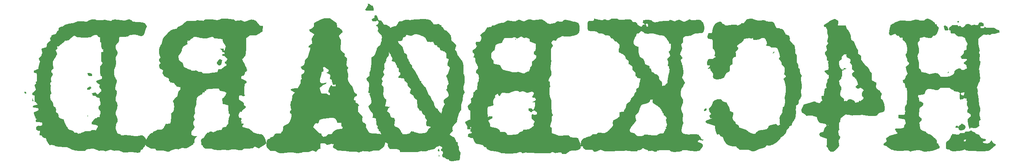
<source format=gbo>
G04 Layer: BottomSilkscreenLayer*
G04 EasyEDA v6.5.42, 2024-05-12 21:08:59*
G04 f36f5017274649139e4d56ab36a3ba36,156c37ef0924441e834bf69462bb4c55,10*
G04 Gerber Generator version 0.2*
G04 Scale: 100 percent, Rotated: No, Reflected: No *
G04 Dimensions in millimeters *
G04 leading zeros omitted , absolute positions ,4 integer and 5 decimal *
%FSLAX45Y45*%
%MOMM*%

%ADD10C,0.0001*%

%LPD*%
G36*
X9008719Y7590891D02*
G01*
X9012377Y7583474D01*
X9015018Y7574076D01*
X9016593Y7562545D01*
X9017101Y7548981D01*
X9008719Y7548981D01*
X9004350Y7545628D01*
X8999626Y7540701D01*
X8994546Y7534198D01*
X8989161Y7526070D01*
X8983472Y7516317D01*
X8977376Y7505039D01*
X8970975Y7492085D01*
X8964269Y7477607D01*
X8957208Y7461503D01*
X8949791Y7443825D01*
X8987891Y7440168D01*
X9018117Y7437526D01*
X9040469Y7435951D01*
X9054947Y7435443D01*
X9143085Y7435443D01*
X9143644Y7444892D01*
X9143644Y7454747D01*
X9142984Y7465059D01*
X9141764Y7475778D01*
X9139986Y7486954D01*
X9137548Y7498486D01*
X9134551Y7510475D01*
X9130995Y7522870D01*
X9126778Y7535722D01*
X9122003Y7548981D01*
X9096857Y7548981D01*
X9038183Y7590891D01*
G37*
G36*
X9193377Y7338923D02*
G01*
X9159849Y7330541D01*
X9159341Y7318959D01*
X9157766Y7305243D01*
X9155125Y7289495D01*
X9151467Y7271613D01*
X9130385Y7271613D01*
X9113926Y7263485D01*
X9102191Y7255916D01*
X9095130Y7248906D01*
X9092793Y7242403D01*
X9094114Y7242911D01*
X9098026Y7236053D01*
X9104528Y7221829D01*
X9113621Y7200239D01*
X9122613Y7199122D01*
X9132722Y7198410D01*
X9144050Y7198207D01*
X9156496Y7198410D01*
X9170162Y7199122D01*
X9184995Y7200239D01*
X9188958Y7202627D01*
X9192361Y7205573D01*
X9195308Y7208977D01*
X9197695Y7212939D01*
X9213443Y7218121D01*
X9227159Y7217003D01*
X9252305Y7191857D01*
X9250426Y7184237D01*
X9247581Y7175500D01*
X9243872Y7165543D01*
X9239199Y7154468D01*
X9233662Y7142225D01*
X9227159Y7128865D01*
X9212376Y7126782D01*
X9193377Y7120483D01*
X9195460Y7110018D01*
X9201759Y7095337D01*
X9227159Y7095337D01*
X9236456Y7057034D01*
X9239758Y7044893D01*
X9242044Y7037425D01*
X9243466Y7034580D01*
X9243923Y7036409D01*
X9243415Y7033564D01*
X9241840Y7029145D01*
X9239199Y7023150D01*
X9235541Y7015581D01*
X9229242Y7000849D01*
X9227159Y6990181D01*
X9253778Y6957161D01*
X9283141Y6919366D01*
X9315297Y6876897D01*
X9318396Y6862927D01*
X9323628Y6842201D01*
X9330944Y6814667D01*
X9340443Y6780377D01*
X9349079Y6771436D01*
X9358274Y6761429D01*
X9368028Y6750354D01*
X9378289Y6738213D01*
X9377680Y6733895D01*
X9375952Y6726529D01*
X9368942Y6702755D01*
X9357207Y6666839D01*
X9366758Y6659575D01*
X9376054Y6652107D01*
X9385096Y6644386D01*
X9393885Y6636410D01*
X9402419Y6628231D01*
X9410700Y6619849D01*
X9418726Y6611213D01*
X9426498Y6602323D01*
X9434017Y6593230D01*
X9441281Y6583883D01*
X9448292Y6574332D01*
X9455048Y6564528D01*
X9461550Y6554520D01*
X9467799Y6544259D01*
X9473793Y6533743D01*
X9479534Y6523024D01*
X9485020Y6512102D01*
X9490252Y6500926D01*
X9495231Y6489496D01*
X9499955Y6477863D01*
X9516973Y6469481D01*
X9517481Y6460286D01*
X9519056Y6449517D01*
X9521698Y6437172D01*
X9525355Y6423253D01*
X9533737Y6418021D01*
X9542119Y6410655D01*
X9550501Y6401257D01*
X9558883Y6389725D01*
X9558426Y6385407D01*
X9557004Y6378041D01*
X9551416Y6354267D01*
X9542119Y6318351D01*
X9575190Y6308547D01*
X9587230Y6304686D01*
X9596170Y6301536D01*
X9602165Y6299047D01*
X9605111Y6297269D01*
X9611918Y6291986D01*
X9618218Y6284620D01*
X9624060Y6275171D01*
X9629394Y6263640D01*
X9634270Y6249974D01*
X9638639Y6234277D01*
X9655403Y6213195D01*
X9655403Y6188049D01*
X9665919Y6180734D01*
X9676485Y6171336D01*
X9687001Y6159804D01*
X9697567Y6146139D01*
X9696348Y6137148D01*
X9695637Y6127038D01*
X9695383Y6115710D01*
X9695637Y6103213D01*
X9696348Y6089599D01*
X9697567Y6074765D01*
X9706203Y6072073D01*
X9715347Y6068415D01*
X9724999Y6063691D01*
X9735159Y6058001D01*
X9733635Y6048959D01*
X9733127Y6038951D01*
X9733635Y6027877D01*
X9735159Y6015837D01*
X9728098Y6009894D01*
X9720783Y6003239D01*
X9713264Y5995873D01*
X9705492Y5987846D01*
X9689185Y5969609D01*
X9691217Y5959144D01*
X9689185Y5944463D01*
X9810851Y5936081D01*
X9813544Y5924499D01*
X9817201Y5910884D01*
X9821926Y5895136D01*
X9827615Y5877407D01*
X9836353Y5871159D01*
X9845802Y5863742D01*
X9855962Y5855258D01*
X9866782Y5845556D01*
X9878364Y5834735D01*
X9890607Y5822797D01*
X9891115Y5811215D01*
X9892690Y5797499D01*
X9895332Y5781751D01*
X9898989Y5763869D01*
X9900107Y5761837D01*
X9903460Y5757875D01*
X9916820Y5744006D01*
X9939121Y5722162D01*
X9970363Y5692495D01*
X9968077Y5687466D01*
X9965385Y5680710D01*
X9958882Y5662066D01*
X9950805Y5636615D01*
X9941153Y5604357D01*
X9960864Y5592775D01*
X9982098Y5579059D01*
X10004907Y5563311D01*
X10029291Y5545429D01*
X10031882Y5535726D01*
X10040264Y5508396D01*
X10046055Y5490819D01*
X10062413Y5480608D01*
X10083444Y5466638D01*
X10109047Y5448909D01*
X10109047Y5432145D01*
X10108387Y5420410D01*
X10108082Y5408726D01*
X10108082Y5397144D01*
X10108438Y5385663D01*
X10109098Y5374284D01*
X10110114Y5362956D01*
X10111435Y5351729D01*
X10113111Y5340604D01*
X10115092Y5329580D01*
X10117429Y5318607D01*
X10115905Y5311597D01*
X10115397Y5302961D01*
X10115905Y5292801D01*
X10117429Y5281015D01*
X10129062Y5274106D01*
X10138511Y5261965D01*
X10142982Y5253431D01*
X10147960Y5242509D01*
X10153497Y5229301D01*
X10159593Y5213705D01*
X10168737Y5213146D01*
X10179456Y5211622D01*
X10191750Y5208981D01*
X10205567Y5205323D01*
X10208260Y5193995D01*
X10211968Y5181142D01*
X10216743Y5166664D01*
X10222585Y5150713D01*
X10231221Y5144668D01*
X10240264Y5137658D01*
X10249814Y5129733D01*
X10259822Y5120894D01*
X10270337Y5111140D01*
X10281259Y5100421D01*
X10281767Y5090617D01*
X10283342Y5078272D01*
X10285984Y5063286D01*
X10289641Y5045811D01*
X10298277Y5036261D01*
X10307472Y5024678D01*
X10317226Y5010962D01*
X10327487Y4995265D01*
X10327487Y4986883D01*
X10320172Y4980838D01*
X10314940Y4971135D01*
X10311790Y4957724D01*
X10310723Y4940655D01*
X10310723Y4898745D01*
X10313822Y4891887D01*
X10319054Y4884013D01*
X10326370Y4875123D01*
X10335869Y4865217D01*
X10346131Y4864709D01*
X10357358Y4863338D01*
X10369499Y4860950D01*
X10382605Y4857648D01*
X10396626Y4853381D01*
X10411561Y4848199D01*
X10414406Y4838496D01*
X10418826Y4826152D01*
X10424820Y4811166D01*
X10432389Y4793589D01*
X10448290Y4781448D01*
X10467949Y4767478D01*
X10491317Y4751679D01*
X10488676Y4731766D01*
X10487101Y4714087D01*
X10486542Y4698695D01*
X10487050Y4685487D01*
X10488625Y4674565D01*
X10491266Y4665827D01*
X10494975Y4659376D01*
X10499699Y4655159D01*
X10499699Y4621377D01*
X10484256Y4606950D01*
X10471607Y4594402D01*
X10461802Y4583734D01*
X10454792Y4574844D01*
X10450576Y4567834D01*
X10449153Y4562703D01*
X10450322Y4556506D01*
X10453827Y4549190D01*
X10459720Y4540656D01*
X10467898Y4530953D01*
X10478414Y4520133D01*
X10491317Y4508093D01*
X10509808Y4510430D01*
X10526268Y4511802D01*
X10540593Y4512259D01*
X10552836Y4511802D01*
X10562996Y4510430D01*
X10571073Y4508093D01*
X10578693Y4502962D01*
X10584738Y4496003D01*
X10589209Y4487214D01*
X10592155Y4476597D01*
X10593933Y4465421D01*
X10595203Y4455058D01*
X10595965Y4445508D01*
X10596219Y4436719D01*
X10667593Y4403191D01*
X10667593Y4377791D01*
X10654080Y4369409D01*
X10638383Y4361027D01*
X10638383Y4323181D01*
X10649051Y4318457D01*
X10660278Y4312716D01*
X10672064Y4305858D01*
X10684357Y4298035D01*
X10682325Y4288078D01*
X10680242Y4274972D01*
X10678109Y4258716D01*
X10675975Y4239361D01*
X10670489Y4238345D01*
X10666526Y4235399D01*
X10664190Y4230471D01*
X10663377Y4223613D01*
X10664190Y4214723D01*
X10666526Y4203903D01*
X10670489Y4191101D01*
X10675975Y4176369D01*
X10699242Y4170019D01*
X10734903Y4159605D01*
X10742015Y4151122D01*
X10750702Y4142638D01*
X10760964Y4134205D01*
X10772749Y4125823D01*
X10806277Y4125823D01*
X10812627Y4112310D01*
X10823041Y4096613D01*
X10831220Y4094429D01*
X10839958Y4092651D01*
X10849152Y4091228D01*
X10858906Y4090162D01*
X10869168Y4089450D01*
X10879988Y4089095D01*
X10891266Y4089095D01*
X10903102Y4089501D01*
X10915446Y4090263D01*
X10928299Y4091381D01*
X10941659Y4092854D01*
X10955578Y4094683D01*
X10970006Y4096867D01*
X10984941Y4099458D01*
X11016335Y4105706D01*
X11049863Y4113377D01*
X11072215Y4253331D01*
X11075009Y4272889D01*
X11073841Y4278274D01*
X11070336Y4285996D01*
X11064544Y4296054D01*
X11056366Y4308449D01*
X11045901Y4323130D01*
X11033099Y4340199D01*
X11033099Y4411573D01*
X11026749Y4422495D01*
X11020450Y4434535D01*
X11014202Y4447641D01*
X11007953Y4461865D01*
X11007953Y4508093D01*
X10995253Y4508093D01*
X10989614Y4511903D01*
X10983874Y4517898D01*
X10977981Y4525924D01*
X10971987Y4536084D01*
X10965891Y4548327D01*
X10953546Y4577181D01*
X10947704Y4589780D01*
X10942320Y4600498D01*
X10937240Y4609338D01*
X10932515Y4616297D01*
X10928197Y4621377D01*
X10919663Y4624222D01*
X10910824Y4627778D01*
X10901781Y4631994D01*
X10892485Y4636871D01*
X10882934Y4642459D01*
X10873130Y4648657D01*
X10863072Y4655566D01*
X10852759Y4663135D01*
X10842244Y4671364D01*
X10831423Y4680305D01*
X10831271Y4689043D01*
X10830763Y4698593D01*
X10828731Y4719929D01*
X10827258Y4731715D01*
X10823194Y4757623D01*
X10817860Y4786579D01*
X10814659Y4802225D01*
X10800740Y4816805D01*
X10785805Y4833772D01*
X10769854Y4853076D01*
X10752886Y4874717D01*
X10734903Y4898745D01*
X10734395Y4908448D01*
X10732820Y4920792D01*
X10730179Y4935728D01*
X10726521Y4953355D01*
X10711789Y4972202D01*
X10692993Y4995265D01*
X10675975Y5075021D01*
X10659211Y5083403D01*
X10657484Y5092547D01*
X10655096Y5103114D01*
X10651947Y5115001D01*
X10648137Y5128310D01*
X10638383Y5159095D01*
X10630865Y5165699D01*
X10623143Y5172964D01*
X10615117Y5180888D01*
X10598302Y5198770D01*
X10589463Y5208676D01*
X10571073Y5230469D01*
X10571073Y5247233D01*
X10563504Y5250840D01*
X10555579Y5255412D01*
X10547248Y5260848D01*
X10538510Y5267248D01*
X10529366Y5274513D01*
X10519867Y5282692D01*
X10509961Y5291836D01*
X10499699Y5301843D01*
X10495686Y5318506D01*
X10490301Y5338165D01*
X10483596Y5360873D01*
X10475569Y5386628D01*
X10466171Y5415381D01*
X10459313Y5422646D01*
X10451388Y5432094D01*
X10442397Y5443626D01*
X10432389Y5457291D01*
X10429951Y5465114D01*
X10426903Y5473852D01*
X10423194Y5483504D01*
X10418826Y5494070D01*
X10408107Y5517896D01*
X10394797Y5545429D01*
X10384129Y5551779D01*
X10369397Y5562193D01*
X10362692Y5580126D01*
X10354360Y5600293D01*
X10344556Y5622696D01*
X10333177Y5647283D01*
X10320223Y5674106D01*
X10305694Y5703112D01*
X10289641Y5734405D01*
X10275417Y5749036D01*
X10260736Y5764834D01*
X10245547Y5781751D01*
X10229900Y5799886D01*
X10213797Y5819140D01*
X10197185Y5839561D01*
X10197185Y5868771D01*
X10183672Y5870905D01*
X10167975Y5877407D01*
X10166908Y5887364D01*
X10163708Y5900470D01*
X10158425Y5916676D01*
X10150957Y5936081D01*
X10145268Y5942279D01*
X10139324Y5949797D01*
X10133177Y5958636D01*
X10126776Y5968695D01*
X10120172Y5980074D01*
X10080193Y6055766D01*
X10046055Y6120993D01*
X10038791Y6128410D01*
X10031120Y6136741D01*
X10014356Y6156299D01*
X9995763Y6179667D01*
X9995763Y6213195D01*
X9941153Y6267805D01*
X9943185Y6278321D01*
X9941153Y6293205D01*
X9924389Y6301587D01*
X9920579Y6317843D01*
X9914890Y6338824D01*
X9907371Y6364579D01*
X9890607Y6364579D01*
X9890353Y6373520D01*
X9889540Y6383680D01*
X9888270Y6395059D01*
X9886442Y6407556D01*
X9884054Y6421272D01*
X9881158Y6436156D01*
X9873843Y6469481D01*
X9856622Y6478828D01*
X9838385Y6490004D01*
X9819233Y6503009D01*
X9815220Y6523024D01*
X9809835Y6546037D01*
X9803130Y6572097D01*
X9795103Y6601206D01*
X9785705Y6633311D01*
X9755276Y6659575D01*
X9714331Y6696303D01*
X9709099Y6703161D01*
X9703917Y6711086D01*
X9698837Y6720179D01*
X9693808Y6730390D01*
X9688880Y6741718D01*
X9684004Y6754164D01*
X9679178Y6767728D01*
X9669678Y6796989D01*
X9664801Y6810349D01*
X9659924Y6822490D01*
X9654946Y6833311D01*
X9649968Y6842912D01*
X9644888Y6851243D01*
X9639757Y6858355D01*
X9634575Y6864197D01*
X9622993Y6876288D01*
X9609328Y6891578D01*
X9593529Y6909968D01*
X9575647Y6931507D01*
X9576612Y6939229D01*
X9576612Y6948322D01*
X9575698Y6958888D01*
X9573818Y6970775D01*
X9571024Y6984085D01*
X9567265Y6998817D01*
X9516973Y7023963D01*
X9491573Y7086955D01*
X9420199Y7128865D01*
X9365589Y7128865D01*
X9354108Y7148575D01*
X9340494Y7169810D01*
X9332925Y7181037D01*
X9316110Y7204608D01*
X9306915Y7217003D01*
X9297924Y7217460D01*
X9287814Y7218832D01*
X9276486Y7221169D01*
X9264040Y7224420D01*
X9250375Y7228636D01*
X9235541Y7233767D01*
X9241840Y7246467D01*
X9243923Y7259167D01*
X9240672Y7264603D01*
X9236456Y7272629D01*
X9225280Y7296403D01*
X9210395Y7330541D01*
G37*
G36*
X10596219Y4369409D02*
G01*
X10581538Y4354220D01*
X10571073Y4342180D01*
X10564774Y4333240D01*
X10562691Y4327499D01*
X10566908Y4318050D01*
X10579455Y4306417D01*
X10604601Y4306417D01*
X10601858Y4324705D01*
X10599064Y4345686D01*
G37*
G36*
X10587837Y4239361D02*
G01*
X10587837Y4184751D01*
X10604601Y4193133D01*
X10608310Y4199178D01*
X10606735Y4208881D01*
X10599928Y4222292D01*
G37*
G36*
X21459545Y7262012D02*
G01*
X21451366Y7260742D01*
X21441562Y7256932D01*
X21430183Y7250582D01*
X21417127Y7241692D01*
X21394470Y7225538D01*
X21386901Y7220508D01*
X21381821Y7217562D01*
X21371458Y7216140D01*
X21360587Y7215378D01*
X21349258Y7215428D01*
X21337524Y7216190D01*
X21325281Y7217714D01*
X21312581Y7219950D01*
X21299424Y7222998D01*
X21272144Y7230618D01*
X21258936Y7233818D01*
X21246185Y7236409D01*
X21233942Y7238339D01*
X21222157Y7239660D01*
X21210828Y7240320D01*
X21199957Y7240320D01*
X21189543Y7239660D01*
X21167598Y7232091D01*
X21142452Y7224014D01*
X21114004Y7215428D01*
X21082355Y7206386D01*
X21063407Y7208774D01*
X21042680Y7210806D01*
X21020227Y7212634D01*
X20996046Y7214158D01*
X20970138Y7215378D01*
X20942503Y7216343D01*
X20913140Y7217054D01*
X20882051Y7217460D01*
X20849183Y7217562D01*
X20843697Y7216546D01*
X20837042Y7214768D01*
X20829270Y7212228D01*
X20820329Y7208875D01*
X20810321Y7204811D01*
X20786852Y7194296D01*
X20758912Y7180732D01*
X20726400Y7164070D01*
X20708467Y7154570D01*
X20698460Y7151624D01*
X20687995Y7147610D01*
X20677124Y7142581D01*
X20665795Y7136536D01*
X20654060Y7129424D01*
X20641919Y7121296D01*
X20640497Y7116724D01*
X20634553Y7090816D01*
X20624393Y7042759D01*
X20601279Y6929018D01*
X20623377Y6895744D01*
X20628711Y6892544D01*
X20637296Y6890258D01*
X20649133Y6888886D01*
X20664271Y6888378D01*
X20667929Y6889546D01*
X20675295Y6892950D01*
X20701101Y6906666D01*
X20712023Y6912152D01*
X20722488Y6916166D01*
X20732546Y6918756D01*
X20742198Y6919874D01*
X20751444Y6919620D01*
X20760283Y6917842D01*
X20793557Y6877202D01*
X20826831Y6877202D01*
X20832876Y6866077D01*
X20839887Y6854952D01*
X20847761Y6843826D01*
X20856549Y6832752D01*
X20864880Y6836257D01*
X20875040Y6839254D01*
X20887080Y6841845D01*
X20900999Y6843928D01*
X20905114Y6827266D01*
X20906486Y6814312D01*
X20905114Y6805066D01*
X20900999Y6799478D01*
X20913852Y6790537D01*
X20925688Y6781444D01*
X20936610Y6772148D01*
X20946567Y6762750D01*
X20955558Y6753199D01*
X20963585Y6743496D01*
X20970646Y6733641D01*
X20976742Y6723684D01*
X20981924Y6713524D01*
X20986089Y6703212D01*
X20990407Y6691680D01*
X20994268Y6680098D01*
X20997722Y6668465D01*
X21000720Y6656831D01*
X21003260Y6645097D01*
X21005393Y6633311D01*
X21007120Y6621525D01*
X21008390Y6609638D01*
X21009203Y6597751D01*
X21009610Y6585813D01*
X21009610Y6573824D01*
X21009152Y6561785D01*
X21008238Y6549694D01*
X21006917Y6537553D01*
X21005139Y6525412D01*
X21002955Y6513169D01*
X21000313Y6500926D01*
X20997265Y6488582D01*
X20974913Y6470040D01*
X20975624Y6453886D01*
X20977707Y6438646D01*
X20981212Y6424320D01*
X20986089Y6410858D01*
X20995792Y6394551D01*
X21002701Y6382308D01*
X21006816Y6374231D01*
X21008187Y6370218D01*
X21006866Y6362192D01*
X21006409Y6352692D01*
X21006866Y6341872D01*
X21008187Y6329578D01*
X21014588Y6322923D01*
X21021395Y6315202D01*
X21036178Y6296660D01*
X21044204Y6285839D01*
X21052637Y6273952D01*
X21052536Y6267805D01*
X21050758Y6261150D01*
X21047252Y6253937D01*
X21042020Y6246215D01*
X21035111Y6237986D01*
X21026475Y6229197D01*
X21016163Y6219901D01*
X21004123Y6210096D01*
X20990356Y6199733D01*
X20974913Y6188862D01*
X20996706Y6107988D01*
X21011235Y6055461D01*
X21015756Y6039866D01*
X21018449Y6031331D01*
X21019160Y6029706D01*
X20998992Y6004966D01*
X20974913Y5974486D01*
X20974405Y5966561D01*
X20972881Y5957570D01*
X20970290Y5947562D01*
X20966684Y5936589D01*
X20962061Y5924550D01*
X20956371Y5911494D01*
X20945297Y5907379D01*
X20934222Y5902248D01*
X20923097Y5896203D01*
X20911921Y5889142D01*
X20913344Y5880862D01*
X20913852Y5870752D01*
X20913344Y5858764D01*
X20911921Y5844946D01*
X20921675Y5838901D01*
X20932343Y5831941D01*
X20956371Y5815228D01*
X20963737Y5730138D01*
X20997265Y5718962D01*
X20998789Y5714644D01*
X21000161Y5709107D01*
X21001482Y5702300D01*
X21002650Y5694222D01*
X21004631Y5674360D01*
X21006206Y5649569D01*
X21007324Y5619750D01*
X21007984Y5585002D01*
X21008187Y5545226D01*
X21008035Y5509869D01*
X21007527Y5477662D01*
X21006663Y5448757D01*
X21005495Y5423052D01*
X21003920Y5400649D01*
X21002040Y5381396D01*
X20999856Y5365445D01*
X20997265Y5352694D01*
X20989544Y5346547D01*
X20981416Y5338927D01*
X20972780Y5329885D01*
X20963737Y5319420D01*
X20958911Y5268518D01*
X20956371Y5245506D01*
X20956371Y5223154D01*
X20973796Y5202428D01*
X20972881Y5201513D01*
X20970290Y5196484D01*
X20966684Y5188000D01*
X20956371Y5160416D01*
X20956371Y5127142D01*
X20925790Y5122672D01*
X20898104Y5119268D01*
X20873262Y5116880D01*
X20861934Y5116068D01*
X20841360Y5115255D01*
X20832165Y5115255D01*
X20815909Y5115966D01*
X20815909Y5042052D01*
X20956371Y5019700D01*
X20961553Y5000447D01*
X20965922Y4983226D01*
X20969478Y4968138D01*
X20972170Y4955082D01*
X20974100Y4944110D01*
X20975218Y4935220D01*
X20975472Y4928412D01*
X20974913Y4923688D01*
X20967547Y4914188D01*
X20960181Y4904232D01*
X20952815Y4893767D01*
X20945449Y4882794D01*
X20945449Y4849520D01*
X20939201Y4842560D01*
X20931530Y4836414D01*
X20922488Y4831029D01*
X20912074Y4826508D01*
X20900237Y4822748D01*
X20887080Y4819802D01*
X20872500Y4817618D01*
X20856549Y4816246D01*
X20749361Y4816246D01*
X20749260Y4804257D01*
X20741741Y4782972D01*
X20747786Y4778349D01*
X20754797Y4768138D01*
X20762671Y4752441D01*
X20771459Y4731156D01*
X20793557Y4731156D01*
X20793557Y4697882D01*
X20775625Y4694326D01*
X20733308Y4684979D01*
X20682610Y4672584D01*
X20623377Y4657242D01*
X20584566Y4627626D01*
X20534731Y4590440D01*
X20542554Y4573320D01*
X20548701Y4558893D01*
X20553222Y4547108D01*
X20556067Y4537964D01*
X20557286Y4531512D01*
X20556829Y4527702D01*
X20482915Y4472076D01*
X20482915Y4442612D01*
X20497952Y4437786D01*
X20517154Y4430623D01*
X20540522Y4421174D01*
X20568005Y4409338D01*
X20586903Y4393234D01*
X20634553Y4353712D01*
X20655127Y4346041D01*
X20665643Y4342485D01*
X20687334Y4336034D01*
X20709686Y4330344D01*
X20732800Y4325467D01*
X20744637Y4323283D01*
X20768868Y4319625D01*
X20781264Y4318050D01*
X20806613Y4315561D01*
X20832673Y4313834D01*
X20859445Y4312970D01*
X20886978Y4312869D01*
X20900999Y4313072D01*
X20963737Y4320438D01*
X20980298Y4322622D01*
X20995436Y4324146D01*
X21009102Y4325112D01*
X21021344Y4325416D01*
X21032114Y4325162D01*
X21041461Y4324248D01*
X21049640Y4318660D01*
X21059190Y4313072D01*
X21070112Y4307484D01*
X21082355Y4301896D01*
X21099932Y4306519D01*
X21119338Y4310938D01*
X21140623Y4315307D01*
X21163737Y4319524D01*
X21188680Y4323588D01*
X21215502Y4327601D01*
X21244153Y4331462D01*
X21274633Y4335170D01*
X21323655Y4319524D01*
X21381821Y4301896D01*
X21404732Y4300829D01*
X21416264Y4300677D01*
X21439530Y4301083D01*
X21463050Y4302455D01*
X21486876Y4304842D01*
X21510904Y4308144D01*
X21535237Y4312462D01*
X21559824Y4317796D01*
X21584666Y4324045D01*
X21609761Y4331309D01*
X21635161Y4339539D01*
X21660764Y4348784D01*
X21673718Y4353712D01*
X21699728Y4364431D01*
X21725991Y4376064D01*
X21732494Y4391761D01*
X21737167Y4409338D01*
X21734018Y4413453D01*
X21729395Y4420870D01*
X21723350Y4431538D01*
X21715831Y4445508D01*
X21696527Y4483252D01*
X21674175Y4483252D01*
X21673870Y4492650D01*
X21672956Y4503420D01*
X21671483Y4515662D01*
X21669349Y4529328D01*
X21666606Y4544466D01*
X21663253Y4560976D01*
X21659799Y4566107D01*
X21655024Y4572101D01*
X21648928Y4579061D01*
X21641511Y4586884D01*
X21622664Y4605375D01*
X21598483Y4627524D01*
X21585478Y4638954D01*
X21573439Y4649114D01*
X21562314Y4658004D01*
X21552154Y4665573D01*
X21542908Y4671872D01*
X21534577Y4676952D01*
X21527211Y4680712D01*
X21520759Y4683150D01*
X21502014Y4689348D01*
X21477986Y4697984D01*
X21448623Y4709058D01*
X21444458Y4716678D01*
X21439378Y4724755D01*
X21433282Y4733340D01*
X21426271Y4742332D01*
X21416467Y4744821D01*
X21406205Y4747920D01*
X21395486Y4751628D01*
X21384310Y4755896D01*
X21372677Y4760772D01*
X21360638Y4766259D01*
X21348141Y4772355D01*
X21335187Y4779010D01*
X21321776Y4786274D01*
X21307907Y4794148D01*
X21305418Y4800447D01*
X21302827Y4809337D01*
X21300135Y4820970D01*
X21297290Y4835245D01*
X21294394Y4852263D01*
X21291397Y4871872D01*
X21288654Y4891684D01*
X21286622Y4909210D01*
X21285301Y4924552D01*
X21284742Y4937607D01*
X21284895Y4948428D01*
X21285809Y4956962D01*
X21296884Y4965039D01*
X21307958Y4974488D01*
X21319134Y4985359D01*
X21330259Y4997602D01*
X21328837Y5007356D01*
X21328380Y5018024D01*
X21328837Y5029606D01*
X21330259Y5042052D01*
X21322538Y5045354D01*
X21314156Y5050282D01*
X21305215Y5056784D01*
X21295614Y5065014D01*
X21285454Y5074818D01*
X21274633Y5086248D01*
X21276767Y5128869D01*
X21282355Y5225135D01*
X21285809Y5278780D01*
X21294293Y5282844D01*
X21303183Y5287568D01*
X21312327Y5293004D01*
X21321877Y5299100D01*
X21331783Y5305958D01*
X21341994Y5313476D01*
X21352611Y5321706D01*
X21363533Y5330596D01*
X21364244Y5340350D01*
X21366276Y5351018D01*
X21369680Y5362600D01*
X21374455Y5375046D01*
X21367851Y5381345D01*
X21360180Y5387848D01*
X21351494Y5394502D01*
X21341740Y5401360D01*
X21330920Y5408422D01*
X21319083Y5415686D01*
X21285809Y5415686D01*
X21284692Y5424373D01*
X21281440Y5443829D01*
X21276818Y5466029D01*
X21270772Y5491073D01*
X21267267Y5504586D01*
X21245169Y5515508D01*
X21248624Y5522264D01*
X21251621Y5531256D01*
X21254110Y5542584D01*
X21256091Y5556148D01*
X21276564Y5558282D01*
X21299373Y5561584D01*
X21324519Y5566054D01*
X21352002Y5571693D01*
X21381821Y5578500D01*
X21387917Y5582208D01*
X21393810Y5588355D01*
X21399500Y5596991D01*
X21404986Y5608116D01*
X21410269Y5621680D01*
X21415349Y5637682D01*
X21419616Y5649976D01*
X21425052Y5660847D01*
X21431605Y5670296D01*
X21439378Y5678424D01*
X21448268Y5685129D01*
X21458326Y5690412D01*
X21469553Y5694375D01*
X21481897Y5696864D01*
X21489822Y5697524D01*
X21498763Y5697626D01*
X21508720Y5697118D01*
X21519743Y5696000D01*
X21531834Y5694324D01*
X21544940Y5692038D01*
X21559164Y5689142D01*
X21589593Y5682234D01*
X21616873Y5676747D01*
X21628963Y5674664D01*
X21639987Y5673039D01*
X21649994Y5671921D01*
X21658935Y5671210D01*
X21666809Y5670956D01*
X21687282Y5671921D01*
X21703893Y5674766D01*
X21748343Y5718962D01*
X21760586Y5717641D01*
X21775115Y5717184D01*
X21791930Y5717641D01*
X21827896Y5720130D01*
X21858732Y5721858D01*
X21885910Y5722670D01*
X21909328Y5722670D01*
X21929090Y5721858D01*
X21937624Y5721096D01*
X21945142Y5720130D01*
X21951797Y5718962D01*
X21986240Y5691225D01*
X22007169Y5674766D01*
X22036887Y5674766D01*
X22041053Y5667095D01*
X22046133Y5658916D01*
X22052076Y5650331D01*
X22058985Y5641238D01*
X22069602Y5640933D01*
X22081642Y5640070D01*
X22095155Y5638546D01*
X22110039Y5636412D01*
X22126346Y5633669D01*
X22144075Y5630316D01*
X22152508Y5624271D01*
X22174708Y5609437D01*
X22188525Y5600598D01*
X22186112Y5593029D01*
X22203105Y5593029D01*
X22206102Y5599734D01*
X22212350Y5605983D01*
X22221799Y5611774D01*
X22228708Y5612130D01*
X22237039Y5613044D01*
X22246844Y5614568D01*
X22258070Y5616752D01*
X22270720Y5619546D01*
X22284791Y5622950D01*
X22277019Y5581751D01*
X22274631Y5567324D01*
X22273310Y5557062D01*
X22272955Y5550865D01*
X22273615Y5548782D01*
X22255073Y5552592D01*
X22245370Y5554167D01*
X22234702Y5555284D01*
X22223120Y5555945D01*
X22210623Y5556148D01*
X22208794Y5567426D01*
X22203257Y5585866D01*
X22203105Y5593029D01*
X22186112Y5593029D01*
X22185172Y5590082D01*
X22182378Y5579313D01*
X22180245Y5568340D01*
X22178721Y5557113D01*
X22177806Y5545734D01*
X22177502Y5534152D01*
X22177806Y5522315D01*
X22178721Y5510326D01*
X22180245Y5498084D01*
X22182378Y5485638D01*
X22185172Y5472988D01*
X22188525Y5460136D01*
X22197771Y5460441D01*
X22208286Y5461355D01*
X22219970Y5462879D01*
X22232924Y5465013D01*
X22247047Y5467756D01*
X22262439Y5471058D01*
X22273615Y5493410D01*
X22282607Y5489956D01*
X22294900Y5486958D01*
X22310445Y5484368D01*
X22329241Y5482234D01*
X22329241Y5437784D01*
X22347529Y5415686D01*
X22345192Y5408523D01*
X22343059Y5399278D01*
X22341128Y5387949D01*
X22339401Y5374640D01*
X22337928Y5359247D01*
X22336607Y5341772D01*
X22342703Y5330444D01*
X22348545Y5318658D01*
X22354184Y5306466D01*
X22359670Y5293918D01*
X22364852Y5280964D01*
X22369881Y5267604D01*
X22367087Y5250992D01*
X22358705Y5238140D01*
X22353828Y5233060D01*
X22350323Y5228844D01*
X22348240Y5225542D01*
X22347529Y5223154D01*
X22348952Y5213096D01*
X22349460Y5201158D01*
X22348952Y5187340D01*
X22347529Y5171592D01*
X22364242Y5166918D01*
X22377247Y5160416D01*
X22394824Y5148427D01*
X22425253Y5127142D01*
X22425253Y5086248D01*
X22417786Y5080406D01*
X22410064Y5073802D01*
X22402088Y5066538D01*
X22393910Y5058562D01*
X22385477Y5049926D01*
X22376790Y5040528D01*
X22367849Y5030470D01*
X22358705Y5019700D01*
X22357232Y5010759D01*
X22356521Y5000447D01*
X22356572Y4988814D01*
X22357384Y4975860D01*
X22358959Y4961585D01*
X22361245Y4945938D01*
X22364293Y4929022D01*
X22368103Y4910734D01*
X22372269Y4892497D01*
X22376485Y4875682D01*
X22380803Y4860290D01*
X22385121Y4846370D01*
X22389541Y4833874D01*
X22394011Y4822850D01*
X22398583Y4813249D01*
X22403155Y4805070D01*
X22406000Y4808626D01*
X22417024Y4825238D01*
X22425253Y4838344D01*
X22443084Y4832756D01*
X22459442Y4828184D01*
X22474377Y4824628D01*
X22487788Y4822088D01*
X22499828Y4820564D01*
X22510343Y4820056D01*
X22518116Y4820615D01*
X22526498Y4822139D01*
X22535591Y4824730D01*
X22545344Y4828387D01*
X22555758Y4833010D01*
X22566833Y4838750D01*
X22578568Y4845456D01*
X22590963Y4853228D01*
X22604069Y4862068D01*
X22617785Y4871872D01*
X22616109Y4882337D01*
X22614178Y4898999D01*
X22611943Y4921910D01*
X22609403Y4951069D01*
X22606609Y4986426D01*
X22639883Y4997602D01*
X22640645Y5010099D01*
X22640391Y5022748D01*
X22639070Y5035600D01*
X22636734Y5048656D01*
X22633381Y5061915D01*
X22624491Y5088686D01*
X22621087Y5101640D01*
X22618700Y5114137D01*
X22617328Y5126278D01*
X22617074Y5137962D01*
X22617785Y5149240D01*
X22618496Y5153355D01*
X22620579Y5161838D01*
X22632314Y5204510D01*
X22635057Y5216398D01*
X22637140Y5227574D01*
X22638664Y5237988D01*
X22639578Y5247690D01*
X22639883Y5256682D01*
X22633838Y5275580D01*
X22627488Y5296865D01*
X22620833Y5320538D01*
X22613874Y5346598D01*
X22606609Y5375046D01*
X22606304Y5393588D01*
X22605288Y5413654D01*
X22603612Y5435295D01*
X22601275Y5458460D01*
X22598329Y5483199D01*
X22594620Y5509514D01*
X22590302Y5537403D01*
X22585324Y5566816D01*
X22579685Y5597804D01*
X22573335Y5630316D01*
X22580549Y5631891D01*
X22584867Y5636514D01*
X22586289Y5644184D01*
X22584867Y5654954D01*
X22580549Y5668772D01*
X22573335Y5685688D01*
X22574097Y5691987D01*
X22572472Y5699607D01*
X22568509Y5708599D01*
X22560991Y5721045D01*
X22561143Y5725261D01*
X22562667Y5731713D01*
X22565461Y5740298D01*
X22569627Y5751118D01*
X22575113Y5764123D01*
X22605695Y5830316D01*
X22617379Y5856884D01*
X22621748Y5867603D01*
X22625100Y5876544D01*
X22627539Y5883706D01*
X22628961Y5889142D01*
X22630282Y5900369D01*
X22631349Y5911697D01*
X22632060Y5923229D01*
X22632517Y5934862D01*
X22632670Y5946648D01*
X22632517Y5958586D01*
X22631349Y5982868D01*
X22628961Y6007760D01*
X22620579Y6086246D01*
X22617785Y6114948D01*
X22607371Y6117082D01*
X22602037Y6119672D01*
X22601783Y6122670D01*
X22606609Y6126124D01*
X22608235Y6129375D01*
X22610572Y6136741D01*
X22613620Y6148222D01*
X22621798Y6183579D01*
X22630790Y6225997D01*
X22634041Y6242812D01*
X22636632Y6257950D01*
X22638562Y6271310D01*
X22639883Y6282944D01*
X22640493Y6292850D01*
X22640544Y6301028D01*
X22639883Y6307480D01*
X22617785Y6329578D01*
X22616363Y6336944D01*
X22615753Y6346037D01*
X22615906Y6356807D01*
X22616922Y6369354D01*
X22618700Y6383629D01*
X22621341Y6399631D01*
X22624745Y6417310D01*
X22628961Y6436766D01*
X22627539Y6449060D01*
X22627082Y6459982D01*
X22627539Y6469532D01*
X22628961Y6477660D01*
X22620884Y6478117D01*
X22615093Y6483146D01*
X22611588Y6492849D01*
X22610419Y6507124D01*
X22611588Y6521957D01*
X22615093Y6533032D01*
X22620884Y6540500D01*
X22628961Y6544208D01*
X22606609Y6629298D01*
X22603155Y6643928D01*
X22600259Y6658152D01*
X22597821Y6672021D01*
X22595941Y6685534D01*
X22594570Y6698640D01*
X22593706Y6711442D01*
X22593350Y6723837D01*
X22593554Y6735876D01*
X22594214Y6747560D01*
X22595433Y6758838D01*
X22595433Y6810654D01*
X22611842Y6826656D01*
X22628809Y6842658D01*
X22646436Y6858660D01*
X22664623Y6874662D01*
X22683470Y6890664D01*
X22702875Y6906666D01*
X22705923Y6907428D01*
X22712680Y6907174D01*
X22723144Y6905853D01*
X22737318Y6903516D01*
X22770541Y6897065D01*
X22768966Y6898538D01*
X22772166Y6900265D01*
X22780091Y6902196D01*
X22792690Y6904329D01*
X22810063Y6906666D01*
X22854513Y6895744D01*
X22873055Y6917842D01*
X22883368Y6918045D01*
X22894086Y6918553D01*
X22905262Y6919417D01*
X22916896Y6920585D01*
X22928986Y6922109D01*
X22954488Y6926173D01*
X22981818Y6931609D01*
X23010926Y6938416D01*
X23041864Y6946544D01*
X23057967Y6951116D01*
X23064520Y6964172D01*
X23061777Y6980834D01*
X23057154Y6997446D01*
X23057967Y7002932D01*
X23002595Y7014108D01*
X22996042Y7021525D01*
X22988625Y7028891D01*
X22980396Y7036308D01*
X22971353Y7043724D01*
X22961498Y7051141D01*
X22950779Y7058558D01*
X22931577Y7056729D01*
X22909987Y7055459D01*
X22885958Y7054850D01*
X22859542Y7054850D01*
X22830739Y7055459D01*
X22799497Y7056729D01*
X22765867Y7058558D01*
X22759111Y7069683D01*
X22750068Y7077049D01*
X22738689Y7080707D01*
X22724973Y7080656D01*
X22724973Y7058558D01*
X22686772Y7052360D01*
X22660864Y7048652D01*
X22652532Y7047738D01*
X22647249Y7047382D01*
X22647249Y7058558D01*
X22645471Y7061301D01*
X22643642Y7065873D01*
X22641763Y7072325D01*
X22639883Y7080656D01*
X22636226Y7080910D01*
X22632517Y7081621D01*
X22628860Y7082840D01*
X22625151Y7084466D01*
X22651466Y7087717D01*
X22675088Y7090003D01*
X22695916Y7091375D01*
X22714051Y7091832D01*
X22712984Y7110018D01*
X22712375Y7125106D01*
X22712172Y7137146D01*
X22712375Y7146036D01*
X22712984Y7151878D01*
X22714051Y7154570D01*
X22669601Y7176922D01*
X22617785Y7176922D01*
X22605847Y7154773D01*
X22594773Y7132574D01*
X22584511Y7110374D01*
X22566630Y7114590D01*
X22550018Y7117943D01*
X22534626Y7120483D01*
X22520554Y7122261D01*
X22507803Y7123226D01*
X22496272Y7123379D01*
X22486061Y7122769D01*
X22477069Y7121296D01*
X22459543Y7116825D01*
X22436429Y7110374D01*
X22428758Y7116419D01*
X22420478Y7122210D01*
X22411537Y7127849D01*
X22401987Y7133336D01*
X22391827Y7138568D01*
X22381057Y7143648D01*
X22374148Y7144359D01*
X22365817Y7144003D01*
X22356064Y7142632D01*
X22344837Y7140295D01*
X22332188Y7136892D01*
X22318065Y7132472D01*
X22307092Y7117892D01*
X22296424Y7105091D01*
X22286061Y7094169D01*
X22275952Y7085126D01*
X22266198Y7077862D01*
X22256699Y7072528D01*
X22247555Y7068972D01*
X22238665Y7067296D01*
X22230080Y7067499D01*
X22221799Y7069480D01*
X22210674Y7085330D01*
X22199701Y7102754D01*
X22187865Y7099350D01*
X22174606Y7096353D01*
X22160026Y7093864D01*
X22144075Y7091832D01*
X22133153Y7121296D01*
X22014535Y7121296D01*
X21940621Y7058558D01*
X21939300Y7046722D01*
X21938843Y7033514D01*
X21939300Y7018934D01*
X21940621Y7002932D01*
X21956318Y6999325D01*
X21973895Y6995566D01*
X21974200Y6987590D01*
X21975165Y6978396D01*
X21976689Y6967880D01*
X21978874Y6956196D01*
X21981668Y6943242D01*
X21985071Y6929018D01*
X22070161Y6929018D01*
X22076156Y6922414D01*
X22083064Y6915403D01*
X22090938Y6908038D01*
X22099727Y6900316D01*
X22109430Y6892290D01*
X22120047Y6883908D01*
X22144075Y6866026D01*
X22210623Y6866026D01*
X22225711Y6859778D01*
X22244913Y6852158D01*
X22295967Y6832752D01*
X22298660Y6821728D01*
X22301809Y6810705D01*
X22305416Y6799732D01*
X22309480Y6788810D01*
X22314052Y6777939D01*
X22319030Y6767118D01*
X22324466Y6756349D01*
X22330410Y6745630D01*
X22336810Y6734962D01*
X22343618Y6724345D01*
X22350933Y6713778D01*
X22358705Y6703212D01*
X22348901Y6684772D01*
X22343973Y6674612D01*
X22334169Y6652463D01*
X22329241Y6640474D01*
X22330257Y6631431D01*
X22330816Y6621576D01*
X22331019Y6610858D01*
X22330816Y6599275D01*
X22330257Y6586931D01*
X22329241Y6573672D01*
X22320504Y6570827D01*
X22311563Y6567170D01*
X22302368Y6562648D01*
X22293021Y6557314D01*
X22283420Y6551168D01*
X22273615Y6544208D01*
X22275038Y6535928D01*
X22275546Y6525768D01*
X22275038Y6513728D01*
X22273615Y6499758D01*
X22270872Y6494373D01*
X22266249Y6487515D01*
X22259798Y6479133D01*
X22251466Y6469227D01*
X22241306Y6457848D01*
X22229267Y6444945D01*
X22215449Y6430568D01*
X22199701Y6414668D01*
X22208490Y6400292D01*
X22216364Y6386880D01*
X22223222Y6374384D01*
X22229165Y6362852D01*
X22254768Y6364986D01*
X22277019Y6366256D01*
X22295967Y6366662D01*
X22315322Y6365748D01*
X22329140Y6362954D01*
X22337420Y6358280D01*
X22340163Y6351676D01*
X22339147Y6346647D01*
X22335998Y6340703D01*
X22330816Y6333744D01*
X22323552Y6325920D01*
X22314204Y6317132D01*
X22302724Y6307429D01*
X22289211Y6296761D01*
X22273615Y6285128D01*
X22273615Y6255664D01*
X22281388Y6251651D01*
X22298710Y6241796D01*
X22318472Y6229451D01*
X22329241Y6222390D01*
X22330054Y6211620D01*
X22336607Y6155588D01*
X22315170Y6142837D01*
X22290430Y6129324D01*
X22262439Y6114948D01*
X22250095Y6114338D01*
X22238919Y6116320D01*
X22228860Y6120841D01*
X22220021Y6127902D01*
X22199701Y6148222D01*
X22187204Y6149898D01*
X22174809Y6150508D01*
X22162617Y6149949D01*
X22150527Y6148273D01*
X22138640Y6145530D01*
X22126854Y6141618D01*
X22115272Y6136640D01*
X22103791Y6130544D01*
X22092513Y6123279D01*
X22081337Y6114948D01*
X22074479Y6108141D01*
X22068790Y6098794D01*
X22064319Y6086906D01*
X22061017Y6072530D01*
X22058325Y6058408D01*
X22055886Y6047536D01*
X22053651Y6039866D01*
X22051619Y6035446D01*
X22049994Y6033871D01*
X22046488Y6031230D01*
X22033941Y6023051D01*
X22013976Y6010859D01*
X21986595Y5994654D01*
X21951797Y5974486D01*
X21877629Y5963310D01*
X21759265Y5963310D01*
X21754236Y5971844D01*
X21748394Y5980684D01*
X21741739Y5989878D01*
X21734322Y5999378D01*
X21726093Y6009284D01*
X21717050Y6019546D01*
X21707195Y6030112D01*
X21696527Y6041034D01*
X21684488Y6043320D01*
X21673058Y6045149D01*
X21662237Y6046571D01*
X21652077Y6047587D01*
X21642476Y6048197D01*
X21633535Y6048400D01*
X21624493Y6048095D01*
X21614638Y6047181D01*
X21603970Y6045606D01*
X21592438Y6043472D01*
X21580144Y6040678D01*
X21553576Y6033922D01*
X21540317Y6031484D01*
X21527262Y6029807D01*
X21514409Y6028994D01*
X21501760Y6029045D01*
X21489263Y6029858D01*
X21478951Y6034786D01*
X21467876Y6039713D01*
X21455938Y6044692D01*
X21443238Y6049619D01*
X21429675Y6054598D01*
X21415349Y6059576D01*
X21404732Y6059881D01*
X21392692Y6060795D01*
X21379230Y6062319D01*
X21364346Y6064453D01*
X21348039Y6067196D01*
X21330259Y6070498D01*
X21324417Y6089446D01*
X21316950Y6111595D01*
X21307907Y6137046D01*
X21300338Y6139637D01*
X21292261Y6143599D01*
X21283676Y6148933D01*
X21274633Y6155588D01*
X21275497Y6165291D01*
X21276411Y6187084D01*
X21276564Y6199174D01*
X21276056Y6225794D01*
X21275497Y6240322D01*
X21274278Y6259525D01*
X21273262Y6265570D01*
X21269147Y6284264D01*
X21262238Y6311798D01*
X21252535Y6348120D01*
X21249132Y6361988D01*
X21246490Y6375857D01*
X21244509Y6389725D01*
X21243188Y6403594D01*
X21242629Y6417462D01*
X21242782Y6431330D01*
X21243645Y6445250D01*
X21245169Y6459118D01*
X21267267Y6488582D01*
X21269350Y6505905D01*
X21270569Y6525666D01*
X21270976Y6547916D01*
X21270569Y6572605D01*
X21269350Y6599732D01*
X21267267Y6629298D01*
X21264930Y6633311D01*
X21261679Y6641693D01*
X21257564Y6654495D01*
X21252535Y6671716D01*
X21247912Y6689699D01*
X21245118Y6704634D01*
X21244204Y6716623D01*
X21245169Y6725564D01*
X21251367Y6732219D01*
X21257818Y6739890D01*
X21264473Y6748576D01*
X21271382Y6758330D01*
X21278494Y6769100D01*
X21285809Y6780936D01*
X21285809Y6832752D01*
X21320963Y6837476D01*
X21374455Y6843928D01*
X21374506Y6859625D01*
X21381821Y6877202D01*
X21381821Y6854850D01*
X21418042Y6845401D01*
X21434704Y6841439D01*
X21450452Y6838035D01*
X21465235Y6835140D01*
X21479103Y6832752D01*
X21492006Y6830923D01*
X21503944Y6829602D01*
X21514968Y6828840D01*
X21525026Y6828586D01*
X21534170Y6828840D01*
X21542298Y6829602D01*
X21549563Y6830923D01*
X21555811Y6832752D01*
X21562110Y6842506D01*
X21569730Y6853174D01*
X21578722Y6864756D01*
X21589085Y6877202D01*
X21595842Y6877913D01*
X21604833Y6879996D01*
X21616162Y6883501D01*
X21629725Y6888378D01*
X21636228Y6892442D01*
X21642527Y6897217D01*
X21648623Y6902653D01*
X21654516Y6908850D01*
X21660154Y6915708D01*
X21665641Y6923328D01*
X21670873Y6931609D01*
X21675953Y6940600D01*
X21680779Y6950303D01*
X21685453Y6960717D01*
X21689872Y6971842D01*
X21694089Y6983679D01*
X21698102Y6996226D01*
X21701912Y7009434D01*
X21705519Y7023404D01*
X21708922Y7038086D01*
X21712123Y7053427D01*
X21715069Y7069480D01*
X21705570Y7075779D01*
X21695613Y7083399D01*
X21685148Y7092391D01*
X21674175Y7102754D01*
X21674175Y7132472D01*
X21653804Y7137196D01*
X21629725Y7143648D01*
X21627033Y7159345D01*
X21618803Y7176922D01*
X21603258Y7188657D01*
X21588374Y7199528D01*
X21574150Y7209485D01*
X21560485Y7218629D01*
X21547531Y7226858D01*
X21535186Y7234275D01*
X21523502Y7240778D01*
X21512428Y7246416D01*
X21502014Y7251192D01*
X21492260Y7255103D01*
X21483116Y7258151D01*
X21474633Y7260285D01*
X21466759Y7261606D01*
G37*
G36*
X22144075Y7206386D02*
G01*
X22130156Y7202728D01*
X22125533Y7191654D01*
X22130156Y7180630D01*
X22144075Y7176922D01*
X22157994Y7180630D01*
X22162617Y7191654D01*
X22157994Y7202728D01*
G37*
G36*
X21844355Y7110374D02*
G01*
X21833382Y7101941D01*
X21822257Y7091832D01*
X21844355Y6995566D01*
X21899981Y6995566D01*
X21907347Y7002119D01*
X21929445Y7014108D01*
X21916542Y7049820D01*
X21911513Y7063079D01*
X21907347Y7073290D01*
X21904096Y7080402D01*
X21901759Y7084466D01*
X21898610Y7087260D01*
X21892920Y7090664D01*
X21884640Y7094626D01*
X21873768Y7099300D01*
X21860357Y7104532D01*
G37*
G36*
X21929445Y6092850D02*
G01*
X21926702Y6077051D01*
X21918523Y6059576D01*
X21885249Y6044590D01*
X21899981Y6048400D01*
X21929445Y6048400D01*
X21933662Y6060897D01*
X21935033Y6072479D01*
X21933662Y6083147D01*
G37*
G36*
X22240341Y4923688D02*
G01*
X22230537Y4922824D01*
X22220986Y4920234D01*
X22211639Y4915814D01*
X22202546Y4909718D01*
X22193656Y4901844D01*
X22184969Y4892192D01*
X22173387Y4878425D01*
X22164598Y4868570D01*
X22158553Y4862677D01*
X22155251Y4860696D01*
X22121977Y4871872D01*
X22129343Y4875428D01*
X22127057Y4877968D01*
X22120098Y4878222D01*
X22108515Y4876190D01*
X22092259Y4871872D01*
X22091599Y4862169D01*
X22089567Y4851501D01*
X22086112Y4839919D01*
X22081337Y4827422D01*
X22155251Y4827422D01*
X22155251Y4805070D01*
X22161550Y4797704D01*
X22169170Y4790338D01*
X22178162Y4782972D01*
X22188525Y4775606D01*
X22201073Y4772914D01*
X22213874Y4772304D01*
X22226981Y4773726D01*
X22240341Y4777232D01*
X22254057Y4782769D01*
X22268027Y4790338D01*
X22281083Y4799177D01*
X22291751Y4808474D01*
X22300031Y4818126D01*
X22305975Y4828184D01*
X22309531Y4838649D01*
X22310699Y4849520D01*
X22309683Y4859223D01*
X22306584Y4868519D01*
X22301454Y4877358D01*
X22294240Y4885791D01*
X22284944Y4893767D01*
X22273615Y4901336D01*
X22257664Y4911140D01*
X22246793Y4918100D01*
X22241002Y4922316D01*
G37*
G36*
X22443795Y4775606D02*
G01*
X22435616Y4774590D01*
X22425812Y4771440D01*
X22414433Y4766208D01*
X22379533Y4746498D01*
X22369881Y4742332D01*
X22357588Y4743704D01*
X22342957Y4744110D01*
X22326092Y4743704D01*
X22306889Y4742332D01*
X22301403Y4734661D01*
X22290379Y4717999D01*
X22284791Y4709058D01*
X22276003Y4709871D01*
X22266300Y4710430D01*
X22244100Y4710836D01*
X22218192Y4710430D01*
X22188525Y4709058D01*
X22155251Y4675784D01*
X22150324Y4675378D01*
X22144177Y4675378D01*
X22136760Y4675784D01*
X22128124Y4676546D01*
X22107144Y4679442D01*
X22081185Y4683912D01*
X22050349Y4690110D01*
X22014535Y4697882D01*
X22006356Y4679696D01*
X21996501Y4659680D01*
X21985020Y4637786D01*
X21971863Y4614011D01*
X21957080Y4588459D01*
X21940621Y4560976D01*
X21931884Y4554728D01*
X21920301Y4547108D01*
X21905976Y4538116D01*
X21888805Y4527702D01*
X21884487Y4519828D01*
X21883075Y4516526D01*
X22273615Y4516526D01*
X22273615Y4560976D01*
X22284080Y4563567D01*
X22296831Y4567529D01*
X22311868Y4572863D01*
X22329241Y4579518D01*
X22324974Y4570780D01*
X22313798Y4544872D01*
X22306889Y4527702D01*
X22291243Y4524908D01*
X22273615Y4516526D01*
X21883075Y4516526D01*
X21880728Y4511040D01*
X21877528Y4501286D01*
X21874937Y4490618D01*
X21872905Y4479086D01*
X21871432Y4466590D01*
X21870568Y4453178D01*
X21869806Y4422952D01*
X21870111Y4408576D01*
X21871228Y4395673D01*
X21873108Y4384294D01*
X21875851Y4374388D01*
X21879356Y4366006D01*
X21883674Y4359097D01*
X21888805Y4353712D01*
X21897594Y4353255D01*
X21909125Y4351883D01*
X21923502Y4349597D01*
X21940621Y4346346D01*
X21956623Y4336135D01*
X21975165Y4325010D01*
X21996247Y4313072D01*
X22003156Y4311954D01*
X22018955Y4310278D01*
X22037395Y4309465D01*
X22058477Y4309465D01*
X22082252Y4310278D01*
X22108617Y4311954D01*
X22137674Y4314444D01*
X22169323Y4317746D01*
X22221799Y4324248D01*
X22274580Y4343552D01*
X22284791Y4346346D01*
X22329241Y4324248D01*
X22353270Y4320794D01*
X22377298Y4317949D01*
X22401276Y4315663D01*
X22425355Y4313986D01*
X22449383Y4312869D01*
X22473412Y4312361D01*
X22497491Y4312412D01*
X22521519Y4313072D01*
X22539756Y4311243D01*
X22559365Y4309770D01*
X22580346Y4308652D01*
X22602799Y4307941D01*
X22626624Y4307535D01*
X22651872Y4307535D01*
X22678491Y4307941D01*
X22706584Y4308652D01*
X22735997Y4309770D01*
X22766883Y4311243D01*
X22799141Y4313072D01*
X22807472Y4315053D01*
X22816159Y4317949D01*
X22825202Y4321860D01*
X22834650Y4326686D01*
X22844455Y4332528D01*
X22854615Y4339285D01*
X22865130Y4347057D01*
X22876052Y4355744D01*
X22887330Y4365447D01*
X22898963Y4376064D01*
X22952760Y4420463D01*
X22984155Y4447133D01*
X22991419Y4453788D01*
X22974300Y4463135D01*
X22959822Y4471416D01*
X22947985Y4478680D01*
X22938841Y4484979D01*
X22932288Y4490212D01*
X22928427Y4494428D01*
X22921061Y4501438D01*
X22913695Y4510074D01*
X22906329Y4520336D01*
X22898963Y4532274D01*
X22891597Y4545838D01*
X22884231Y4560976D01*
X22878491Y4547971D01*
X22872344Y4536084D01*
X22865740Y4525314D01*
X22858780Y4515713D01*
X22851364Y4507230D01*
X22843540Y4499864D01*
X22835311Y4493615D01*
X22826675Y4488535D01*
X22817632Y4484573D01*
X22808133Y4481728D01*
X22798278Y4480052D01*
X22787965Y4479442D01*
X22777348Y4479899D01*
X22765308Y4481118D01*
X22751846Y4483201D01*
X22736962Y4486148D01*
X22720655Y4489856D01*
X22702875Y4494428D01*
X22698202Y4510125D01*
X22691699Y4527702D01*
X22705263Y4530547D01*
X22726243Y4534255D01*
X22754691Y4538878D01*
X22765867Y4579518D01*
X22756114Y4579874D01*
X22745242Y4580940D01*
X22733406Y4582668D01*
X22720452Y4585055D01*
X22706533Y4588154D01*
X22691547Y4591964D01*
X22675494Y4596434D01*
X22658425Y4601616D01*
X22654412Y4609287D01*
X22649688Y4617415D01*
X22644252Y4626000D01*
X22638105Y4635042D01*
X22631298Y4644542D01*
X22623780Y4654499D01*
X22615550Y4664913D01*
X22606609Y4675784D01*
X22598634Y4677410D01*
X22589388Y4679848D01*
X22578923Y4683099D01*
X22567239Y4687214D01*
X22554285Y4692142D01*
X22540061Y4697882D01*
X22537470Y4705502D01*
X22533508Y4713579D01*
X22528225Y4722164D01*
X22521519Y4731156D01*
X22511105Y4731867D01*
X22498405Y4733950D01*
X22483419Y4737455D01*
X22466147Y4742332D01*
X22464776Y4749952D01*
X22460559Y4758029D01*
X22453600Y4766614D01*
G37*
G36*
X17538954Y7260539D02*
G01*
X17524882Y7260437D01*
X17511064Y7259574D01*
X17497602Y7258100D01*
X17484394Y7255916D01*
X17471542Y7253122D01*
X17458944Y7249566D01*
X17446650Y7245400D01*
X17434661Y7240574D01*
X17421047Y7221321D01*
X17389652Y7178802D01*
X17371923Y7155484D01*
X17361712Y7156805D01*
X17349724Y7157262D01*
X17335804Y7156805D01*
X17320107Y7155484D01*
X17314062Y7149846D01*
X17307102Y7144105D01*
X17299228Y7138212D01*
X17290389Y7132218D01*
X17280686Y7126173D01*
X17270018Y7119975D01*
X17258436Y7113625D01*
X17245939Y7107224D01*
X17242790Y7107021D01*
X17236795Y7110069D01*
X17228058Y7116318D01*
X17216475Y7125766D01*
X17206976Y7127443D01*
X17197070Y7128611D01*
X17186656Y7129322D01*
X17175835Y7129576D01*
X17166234Y7129322D01*
X17154652Y7128509D01*
X17141088Y7127240D01*
X17125594Y7125411D01*
X17060214Y7116165D01*
X17035576Y7113320D01*
X17014850Y7111593D01*
X16998035Y7111034D01*
X16983760Y7111238D01*
X16970400Y7111898D01*
X16958005Y7113016D01*
X16946473Y7114590D01*
X16946473Y7136942D01*
X16936262Y7137603D01*
X16924274Y7139686D01*
X16910354Y7143089D01*
X16894657Y7147864D01*
X16892066Y7157364D01*
X16888104Y7167372D01*
X16882821Y7177836D01*
X16876115Y7188758D01*
X16865600Y7191349D01*
X16855033Y7192873D01*
X16844416Y7193381D01*
X16833748Y7192873D01*
X16823029Y7191349D01*
X16812260Y7188758D01*
X16801439Y7185152D01*
X16790568Y7180529D01*
X16779646Y7174839D01*
X16768673Y7168134D01*
X16757650Y7160412D01*
X16746575Y7151674D01*
X16740073Y7145883D01*
X16733824Y7139584D01*
X16727881Y7132828D01*
X16722191Y7125512D01*
X16716756Y7117740D01*
X16711625Y7109459D01*
X16706799Y7100671D01*
X16702227Y7091375D01*
X16697909Y7081570D01*
X16693896Y7071258D01*
X16690136Y7060488D01*
X16686631Y7049211D01*
X16683482Y7037425D01*
X16680535Y7025131D01*
X16677894Y7012330D01*
X16675557Y6999020D01*
X16673474Y6985253D01*
X16671645Y6970928D01*
X16670121Y6956145D01*
X16668851Y6940854D01*
X16587571Y6940854D01*
X16584015Y6931355D01*
X16580967Y6921398D01*
X16578427Y6911035D01*
X16576395Y6900214D01*
X16570198Y6884873D01*
X16566235Y6872325D01*
X16564610Y6862622D01*
X16565219Y6855764D01*
X16568369Y6842150D01*
X16572839Y6830872D01*
X16578630Y6821982D01*
X16585793Y6815480D01*
X16594277Y6811314D01*
X16604081Y6809536D01*
X16625265Y6808012D01*
X16646855Y6806133D01*
X16668851Y6803948D01*
X16675404Y6790944D01*
X16687393Y6774230D01*
X16686479Y6755079D01*
X16685818Y6733540D01*
X16685513Y6709511D01*
X16685666Y6669024D01*
X16686123Y6638950D01*
X16687393Y6589318D01*
X16709491Y6578142D01*
X16715841Y6568084D01*
X16721175Y6557670D01*
X16725544Y6546951D01*
X16728897Y6535826D01*
X16731335Y6524345D01*
X16732757Y6512458D01*
X16733164Y6500266D01*
X16732656Y6487718D01*
X16731132Y6474815D01*
X16728592Y6461506D01*
X16725138Y6447891D01*
X16720667Y6433870D01*
X16733672Y6426555D01*
X16750385Y6411772D01*
X16741851Y6402628D01*
X16731284Y6393688D01*
X16718635Y6384950D01*
X16703903Y6376466D01*
X16693337Y6371437D01*
X16682415Y6367272D01*
X16671188Y6364071D01*
X16659656Y6361785D01*
X16647769Y6360414D01*
X16635577Y6359956D01*
X16594937Y6359956D01*
X16590111Y6359194D01*
X16585539Y6356858D01*
X16581221Y6352997D01*
X16577208Y6347612D01*
X16573398Y6340703D01*
X16569842Y6332220D01*
X16566591Y6322161D01*
X16563543Y6310630D01*
X16560800Y6297523D01*
X16558310Y6282893D01*
X16556024Y6266688D01*
X16554043Y6248958D01*
X16558310Y6241237D01*
X16563441Y6233160D01*
X16569486Y6224625D01*
X16576395Y6215684D01*
X16628211Y6215684D01*
X16615918Y6197904D01*
X16598646Y6174486D01*
X16576395Y6145326D01*
X16578224Y6145784D01*
X16628211Y6152692D01*
X16628922Y6143904D01*
X16631005Y6132372D01*
X16634510Y6117996D01*
X16639387Y6100876D01*
X16646855Y6096304D01*
X16654526Y6090158D01*
X16662450Y6082334D01*
X16670528Y6072886D01*
X16678859Y6061760D01*
X16687393Y6049060D01*
X16688409Y6045911D01*
X16688968Y6038850D01*
X16689171Y6027826D01*
X16688968Y6012942D01*
X16688409Y5994095D01*
X16687393Y5971336D01*
X16688612Y5959551D01*
X16692321Y5948832D01*
X16698518Y5939078D01*
X16707154Y5930341D01*
X16718280Y5922670D01*
X16731843Y5915964D01*
X16743375Y5912713D01*
X16755872Y5910427D01*
X16769283Y5909056D01*
X16783659Y5908598D01*
X16797172Y5908852D01*
X16810329Y5909564D01*
X16823131Y5910783D01*
X16835526Y5912510D01*
X16847566Y5914694D01*
X16859199Y5917387D01*
X16870476Y5920587D01*
X16881348Y5924245D01*
X16891863Y5928410D01*
X16902023Y5933084D01*
X16911828Y5938215D01*
X16921175Y5943854D01*
X16930217Y5950000D01*
X16938853Y5956604D01*
X16942155Y5964936D01*
X16946016Y5973724D01*
X16950486Y5983020D01*
X16955516Y5992672D01*
X16961154Y6002832D01*
X16967352Y6013399D01*
X16974159Y6024473D01*
X16981525Y6035954D01*
X16998035Y6060236D01*
X17009668Y6062929D01*
X17022165Y6067552D01*
X17035576Y6074003D01*
X17049851Y6082334D01*
X17054423Y6089345D01*
X17058182Y6097981D01*
X17061078Y6108242D01*
X17063161Y6120130D01*
X17064431Y6133693D01*
X17065040Y6164122D01*
X17065650Y6177737D01*
X17066666Y6189726D01*
X17068139Y6200038D01*
X17069968Y6208674D01*
X17072203Y6215684D01*
X17124019Y6248958D01*
X17123206Y6257848D01*
X17122597Y6267907D01*
X17122241Y6279134D01*
X17122241Y6305042D01*
X17123206Y6335572D01*
X17124019Y6352590D01*
X17153483Y6400596D01*
X17162983Y6402730D01*
X17172990Y6405270D01*
X17183455Y6408318D01*
X17194377Y6411772D01*
X17198695Y6419545D01*
X17201743Y6428181D01*
X17203572Y6437630D01*
X17204182Y6447891D01*
X17203572Y6459016D01*
X17201743Y6470954D01*
X17197120Y6489649D01*
X17194326Y6505092D01*
X17193412Y6517335D01*
X17194377Y6526326D01*
X17203013Y6532930D01*
X17211649Y6540296D01*
X17220234Y6548526D01*
X17228820Y6557568D01*
X17237405Y6567474D01*
X17245939Y6578142D01*
X17248530Y6593281D01*
X17248886Y6606590D01*
X17246955Y6618020D01*
X17242790Y6627571D01*
X17236338Y6635292D01*
X17227651Y6641134D01*
X17233188Y6665112D01*
X17235017Y6670598D01*
X17243247Y6675170D01*
X17260874Y6686092D01*
X17270323Y6692392D01*
X17290440Y6706717D01*
X17312233Y6723329D01*
X17335652Y6742175D01*
X17360747Y6763308D01*
X17365370Y6774789D01*
X17371872Y6787235D01*
X17380254Y6800596D01*
X17390465Y6814870D01*
X17505019Y6826046D01*
X17516652Y6822592D01*
X17529149Y6819544D01*
X17542560Y6817004D01*
X17556835Y6814870D01*
X17562372Y6826046D01*
X17578933Y6837222D01*
X17578933Y6796582D01*
X17585486Y6795566D01*
X17597475Y6785406D01*
X17606365Y6785559D01*
X17627650Y6786981D01*
X17653558Y6789775D01*
X17684089Y6793941D01*
X17708067Y6797700D01*
X17717820Y6801154D01*
X17730317Y6806844D01*
X17756428Y6820509D01*
X17766944Y6825183D01*
X17777002Y6828790D01*
X17786654Y6831330D01*
X17795900Y6832904D01*
X17804739Y6833412D01*
X17819979Y6831584D01*
X17836235Y6826046D01*
X17841874Y6822490D01*
X17847716Y6816801D01*
X17853761Y6808978D01*
X17860060Y6798970D01*
X17866563Y6786778D01*
X17873319Y6772452D01*
X17879415Y6757720D01*
X17884190Y6744258D01*
X17887594Y6732168D01*
X17889677Y6721398D01*
X17890439Y6712000D01*
X17889829Y6703872D01*
X17882209Y6694271D01*
X17865598Y6672173D01*
X17856555Y6659676D01*
X17872760Y6657086D01*
X17924576Y6647789D01*
X17960187Y6641134D01*
X17978729Y6618782D01*
X17989448Y6620052D01*
X18000776Y6620764D01*
X18012816Y6621018D01*
X18025516Y6620713D01*
X18038876Y6619849D01*
X18052897Y6618478D01*
X18067578Y6616649D01*
X18082920Y6614210D01*
X18098973Y6611315D01*
X18115635Y6607860D01*
X18117820Y6605676D01*
X18120715Y6601002D01*
X18124271Y6593840D01*
X18128538Y6584188D01*
X18139105Y6557416D01*
X18152465Y6520738D01*
X18158104Y6504685D01*
X18163032Y6489801D01*
X18167299Y6476034D01*
X18170906Y6463436D01*
X18173801Y6451955D01*
X18176036Y6441643D01*
X18177662Y6432448D01*
X18178576Y6424422D01*
X18178830Y6417513D01*
X18178373Y6411772D01*
X18165419Y6389420D01*
X18159984Y6378803D01*
X18156682Y6369151D01*
X18155412Y6360414D01*
X18156275Y6352590D01*
X18178373Y6341414D01*
X18191175Y6321196D01*
X18204789Y6300216D01*
X18219267Y6278422D01*
X18217845Y6270345D01*
X18217388Y6260896D01*
X18217845Y6250025D01*
X18219267Y6237782D01*
X18236539Y6225032D01*
X18253811Y6211468D01*
X18271083Y6197142D01*
X18275503Y6186881D01*
X18279262Y6176264D01*
X18282310Y6165291D01*
X18284647Y6153912D01*
X18286374Y6142177D01*
X18287390Y6130086D01*
X18287746Y6117590D01*
X18287390Y6104686D01*
X18286374Y6091478D01*
X18284647Y6077813D01*
X18282310Y6063843D01*
X18279262Y6049467D01*
X18275503Y6034735D01*
X18271083Y6019596D01*
X18280481Y6013551D01*
X18290387Y6006592D01*
X18300801Y5998667D01*
X18311723Y5989878D01*
X18311723Y5967780D01*
X18304103Y5961176D01*
X18296026Y5953760D01*
X18287593Y5945530D01*
X18278754Y5936488D01*
X18259907Y5915964D01*
X18264733Y5905398D01*
X18273674Y5883706D01*
X18281700Y5861405D01*
X18285358Y5849975D01*
X18291962Y5826658D01*
X18294959Y5814771D01*
X18297702Y5802680D01*
X18302478Y5778042D01*
X18306338Y5752744D01*
X18307913Y5739841D01*
X18310352Y5713526D01*
X18311266Y5700115D01*
X18311926Y5686552D01*
X18312536Y5658916D01*
X18312231Y5630621D01*
X18311723Y5616244D01*
X18304256Y5593080D01*
X18296788Y5568086D01*
X18289371Y5541264D01*
X18282005Y5512612D01*
X18283732Y5504484D01*
X18285256Y5494985D01*
X18286476Y5484114D01*
X18287542Y5471820D01*
X18288355Y5458206D01*
X18289270Y5426760D01*
X18289371Y5408980D01*
X18289066Y5395264D01*
X18288254Y5381752D01*
X18286780Y5368442D01*
X18284799Y5355386D01*
X18282208Y5342534D01*
X18279110Y5329936D01*
X18275350Y5317540D01*
X18271083Y5305348D01*
X18256148Y5297017D01*
X18241365Y5286806D01*
X18240908Y5269230D01*
X18239587Y5248960D01*
X18237352Y5226050D01*
X18234202Y5200497D01*
X18230189Y5172252D01*
X18220283Y5156403D01*
X18215203Y5147716D01*
X18204992Y5128768D01*
X18194528Y5107787D01*
X18183860Y5084724D01*
X18172988Y5059578D01*
X18167451Y5046268D01*
X18169788Y5027930D01*
X18171922Y5007305D01*
X18173852Y4984394D01*
X18175579Y4959248D01*
X18177103Y4931765D01*
X18178373Y4901996D01*
X18172988Y4901285D01*
X18167858Y4899253D01*
X18162828Y4895850D01*
X18158053Y4891074D01*
X18147538Y4883658D01*
X18134177Y4883708D01*
X18097093Y4913172D01*
X18091708Y4913782D01*
X18084698Y4913680D01*
X18076214Y4912868D01*
X18066105Y4911394D01*
X18054472Y4909210D01*
X18041264Y4906314D01*
X18010225Y4898440D01*
X17970906Y4887315D01*
X17956022Y4882692D01*
X17944287Y4878679D01*
X17935803Y4875276D01*
X17930469Y4872532D01*
X17927523Y4863592D01*
X17923510Y4853990D01*
X17918480Y4843830D01*
X17912435Y4833010D01*
X17905323Y4821580D01*
X17897195Y4809540D01*
X17890794Y4805934D01*
X17883428Y4802479D01*
X17874996Y4799279D01*
X17865598Y4796180D01*
X17855234Y4793335D01*
X17843804Y4790643D01*
X17831409Y4788204D01*
X17818049Y4785868D01*
X17803622Y4783785D01*
X17769078Y4779467D01*
X17751501Y4776927D01*
X17735499Y4774184D01*
X17721072Y4771237D01*
X17708168Y4768138D01*
X17696891Y4764836D01*
X17687188Y4761382D01*
X17679009Y4757724D01*
X17671186Y4747768D01*
X17662499Y4737658D01*
X17653050Y4727295D01*
X17642789Y4716729D01*
X17631714Y4705959D01*
X17619827Y4694986D01*
X17611140Y4696206D01*
X17590160Y4699812D01*
X17556835Y4705908D01*
X17543475Y4708956D01*
X17530572Y4713274D01*
X17518024Y4718862D01*
X17505934Y4725670D01*
X17494199Y4733696D01*
X17482921Y4742992D01*
X17453305Y4766360D01*
X17433594Y4782362D01*
X17423739Y4790998D01*
X17415103Y4792268D01*
X17406061Y4793894D01*
X17396663Y4795926D01*
X17386909Y4798314D01*
X17366183Y4804257D01*
X17343983Y4811623D01*
X17320260Y4820564D01*
X17295063Y4830927D01*
X17268291Y4842814D01*
X17268291Y4872532D01*
X17233188Y4896510D01*
X17194377Y4924348D01*
X17193920Y4932426D01*
X17192498Y4941874D01*
X17190110Y4952746D01*
X17186757Y4964988D01*
X17178020Y4971592D01*
X17169079Y4978958D01*
X17159986Y4987188D01*
X17150638Y4996230D01*
X17141088Y5006136D01*
X17131385Y5016804D01*
X17129353Y5029250D01*
X17128134Y5041900D01*
X17127728Y5054752D01*
X17128134Y5067808D01*
X17129353Y5081066D01*
X17131385Y5094528D01*
X17137583Y5131155D01*
X17141342Y5157063D01*
X17142256Y5166004D01*
X17142561Y5172252D01*
X17134789Y5174488D01*
X17126305Y5177536D01*
X17117161Y5181396D01*
X17107306Y5186070D01*
X17096790Y5191556D01*
X17085564Y5197856D01*
X17073626Y5204968D01*
X17061027Y5212892D01*
X17061027Y5246166D01*
X17060062Y5250434D01*
X17057116Y5258257D01*
X17052290Y5269738D01*
X17036694Y5303418D01*
X17015104Y5347716D01*
X17005960Y5365750D01*
X16998594Y5379770D01*
X16993006Y5389778D01*
X16989196Y5395772D01*
X16987113Y5397804D01*
X16977664Y5399481D01*
X16966539Y5401970D01*
X16953788Y5405272D01*
X16939361Y5409438D01*
X16923308Y5414365D01*
X16905579Y5420156D01*
X16899636Y5429656D01*
X16892778Y5439562D01*
X16884904Y5449976D01*
X16876115Y5460796D01*
X16868292Y5463997D01*
X16859504Y5466334D01*
X16849750Y5467705D01*
X16839031Y5468162D01*
X16824502Y5467858D01*
X16810583Y5466943D01*
X16797172Y5465419D01*
X16784370Y5463336D01*
X16772128Y5460593D01*
X16760444Y5457291D01*
X16749318Y5453380D01*
X16738752Y5448808D01*
X16728795Y5443677D01*
X16719346Y5437987D01*
X16710507Y5431637D01*
X16702227Y5424678D01*
X16694556Y5417108D01*
X16687393Y5408980D01*
X16684701Y5398312D01*
X16680434Y5384901D01*
X16674541Y5368747D01*
X16667073Y5349798D01*
X16663314Y5341620D01*
X16658844Y5333390D01*
X16653560Y5325059D01*
X16647515Y5316677D01*
X16640657Y5308193D01*
X16633037Y5299659D01*
X16624706Y5291023D01*
X16615562Y5282336D01*
X16605605Y5273548D01*
X16594937Y5264708D01*
X16601440Y5226913D01*
X16604081Y5212943D01*
X16606367Y5202275D01*
X16608196Y5194909D01*
X16609669Y5190794D01*
X16613428Y5184902D01*
X16620845Y5174894D01*
X16631970Y5160772D01*
X16646753Y5142534D01*
X16639997Y5134203D01*
X16630954Y5124043D01*
X16619575Y5112004D01*
X16605859Y5098084D01*
X16613428Y5078628D01*
X16620845Y5072176D01*
X16622623Y5072634D01*
X16624452Y5074056D01*
X16626332Y5076444D01*
X16628211Y5079796D01*
X16626332Y5054650D01*
X16628211Y5046268D01*
X16638168Y5047234D01*
X16649496Y5046319D01*
X16662196Y5043525D01*
X16676217Y5038902D01*
X16651782Y5032603D01*
X16627754Y5025847D01*
X16604132Y5018684D01*
X16580967Y5011115D01*
X16558158Y5003139D01*
X16535755Y4994706D01*
X16527373Y4980736D01*
X16524579Y4968798D01*
X16525748Y4961483D01*
X16529202Y4954422D01*
X16534993Y4947564D01*
X16543070Y4940960D01*
X16553434Y4934610D01*
X16566184Y4928514D01*
X16581170Y4922621D01*
X16705122Y4881981D01*
X16729811Y4873396D01*
X16731843Y4872532D01*
X16732046Y4860086D01*
X16732656Y4847640D01*
X16733672Y4835194D01*
X16735094Y4822850D01*
X16736923Y4810506D01*
X16739158Y4798161D01*
X16741749Y4785868D01*
X16744797Y4773574D01*
X16748251Y4761331D01*
X16752112Y4749139D01*
X16756329Y4736947D01*
X16761002Y4724806D01*
X16766032Y4712665D01*
X16771518Y4700574D01*
X16777411Y4688484D01*
X16783659Y4676444D01*
X16817746Y4684826D01*
X16827246Y4686909D01*
X16831665Y4687620D01*
X16864939Y4635804D01*
X16873016Y4635093D01*
X16882465Y4633010D01*
X16893336Y4629505D01*
X16905579Y4624628D01*
X16909491Y4614011D01*
X16918584Y4591964D01*
X16929303Y4568952D01*
X16941698Y4544923D01*
X16955668Y4519828D01*
X16971314Y4493768D01*
X16979747Y4480356D01*
X16987875Y4473651D01*
X16996410Y4467250D01*
X17005350Y4461205D01*
X17014748Y4455515D01*
X17024502Y4450181D01*
X17034713Y4445152D01*
X17045330Y4440478D01*
X17056404Y4436160D01*
X17067834Y4432147D01*
X17079722Y4428490D01*
X17092015Y4425188D01*
X17104715Y4422241D01*
X17117822Y4419650D01*
X17131385Y4417364D01*
X17141647Y4418431D01*
X17152721Y4419041D01*
X17164608Y4419244D01*
X17177359Y4419041D01*
X17190923Y4418431D01*
X17205299Y4417364D01*
X17211344Y4408932D01*
X17218304Y4400245D01*
X17226229Y4391355D01*
X17235017Y4382262D01*
X17244771Y4372914D01*
X17255388Y4363313D01*
X17266970Y4353509D01*
X17279467Y4343450D01*
X17288205Y4340961D01*
X17297704Y4339031D01*
X17308068Y4337659D01*
X17319244Y4336897D01*
X17331182Y4336694D01*
X17343932Y4337100D01*
X17357547Y4338066D01*
X17393716Y4341774D01*
X17412208Y4343349D01*
X17427448Y4344263D01*
X17439335Y4344619D01*
X17447920Y4344314D01*
X17453203Y4343450D01*
X17460315Y4342841D01*
X17469256Y4340961D01*
X17480076Y4337862D01*
X17492726Y4333494D01*
X17507204Y4327906D01*
X17536210Y4315968D01*
X17548301Y4311650D01*
X17559832Y4308144D01*
X17570754Y4305452D01*
X17581118Y4303572D01*
X17590871Y4302506D01*
X17600066Y4302252D01*
X17608651Y4302810D01*
X17625669Y4311751D01*
X17644770Y4321302D01*
X17665954Y4331462D01*
X17714417Y4353560D01*
X17741747Y4365548D01*
X17750536Y4366717D01*
X17760137Y4368393D01*
X17770500Y4370476D01*
X17781676Y4373016D01*
X17806466Y4379569D01*
X17820081Y4383481D01*
X17834457Y4387900D01*
X17842331Y4395470D01*
X17851272Y4403496D01*
X17861178Y4411878D01*
X17872151Y4420768D01*
X17897195Y4439716D01*
X17904307Y4438040D01*
X17912689Y4436872D01*
X17922341Y4436160D01*
X17933263Y4435906D01*
X17945455Y4436160D01*
X17958917Y4436872D01*
X17973649Y4438040D01*
X17989651Y4439716D01*
X17989651Y4447082D01*
X18007025Y4453839D01*
X18026481Y4462424D01*
X18047970Y4472787D01*
X18071490Y4484928D01*
X18097093Y4498898D01*
X18189549Y4591354D01*
X18189549Y4613452D01*
X18197728Y4617516D01*
X18206262Y4622241D01*
X18215203Y4627626D01*
X18224449Y4633671D01*
X18234101Y4640376D01*
X18244108Y4647742D01*
X18254472Y4655769D01*
X18265190Y4664456D01*
X18287746Y4683861D01*
X18311723Y4705908D01*
X18313349Y4716526D01*
X18315787Y4728565D01*
X18319038Y4742027D01*
X18323153Y4756912D01*
X18328081Y4773269D01*
X18333821Y4790998D01*
X18341492Y4796586D01*
X18349518Y4803394D01*
X18357951Y4811420D01*
X18366790Y4820666D01*
X18376036Y4831130D01*
X18385637Y4842814D01*
X18385637Y4861356D01*
X18393410Y4864201D01*
X18402046Y4867910D01*
X18411494Y4872482D01*
X18421756Y4877816D01*
X18432881Y4884013D01*
X18444819Y4891074D01*
X18446496Y4899253D01*
X18448985Y4909108D01*
X18456452Y4933746D01*
X18461380Y4948529D01*
X18467171Y4964988D01*
X18472810Y4970983D01*
X18478703Y4977892D01*
X18484799Y4985715D01*
X18491098Y4994503D01*
X18497651Y5004206D01*
X18504458Y5014823D01*
X18518733Y5038902D01*
X18521832Y5051856D01*
X18524575Y5064810D01*
X18527014Y5077764D01*
X18529147Y5090718D01*
X18530976Y5103672D01*
X18532449Y5116626D01*
X18533618Y5129580D01*
X18534481Y5142534D01*
X18535040Y5155488D01*
X18535243Y5168442D01*
X18535142Y5181396D01*
X18534735Y5194350D01*
X18534024Y5207304D01*
X18532957Y5220258D01*
X18531586Y5233212D01*
X18529909Y5246166D01*
X18533364Y5256326D01*
X18536412Y5260949D01*
X18538952Y5260035D01*
X18541085Y5253532D01*
X18541085Y5327700D01*
X18549924Y5333238D01*
X18559170Y5339994D01*
X18568822Y5348020D01*
X18578931Y5357266D01*
X18589396Y5367782D01*
X18600267Y5379516D01*
X18600267Y5442254D01*
X18606211Y5449265D01*
X18612205Y5457037D01*
X18618301Y5465572D01*
X18624499Y5474817D01*
X18630747Y5484774D01*
X18637097Y5495544D01*
X18650000Y5519216D01*
X18656604Y5532170D01*
X18663259Y5545886D01*
X18660516Y5554878D01*
X18657925Y5565292D01*
X18655436Y5577078D01*
X18653048Y5590286D01*
X18650762Y5604814D01*
X18648629Y5620816D01*
X18644717Y5656884D01*
X18663259Y5719876D01*
X18664529Y5728309D01*
X18665393Y5737453D01*
X18665850Y5747258D01*
X18665901Y5757722D01*
X18665545Y5768848D01*
X18664783Y5780633D01*
X18663615Y5793079D01*
X18662040Y5806186D01*
X18660059Y5819952D01*
X18655284Y5848908D01*
X18653302Y5862726D01*
X18651728Y5875934D01*
X18650559Y5888380D01*
X18649797Y5900216D01*
X18649442Y5911342D01*
X18649492Y5921857D01*
X18649950Y5931611D01*
X18650813Y5940755D01*
X18652083Y5949238D01*
X18658332Y5966307D01*
X18662243Y5980582D01*
X18663920Y5992215D01*
X18663259Y6001054D01*
X18655792Y6009132D01*
X18648324Y6018580D01*
X18640907Y6029452D01*
X18633541Y6041694D01*
X18630747Y6061100D01*
X18626124Y6086094D01*
X18619673Y6116624D01*
X18611443Y6152692D01*
X18589091Y6163868D01*
X18590158Y6173114D01*
X18590768Y6183579D01*
X18591022Y6195314D01*
X18590768Y6208217D01*
X18590158Y6222390D01*
X18589091Y6237782D01*
X18582944Y6245656D01*
X18576747Y6254597D01*
X18570600Y6264554D01*
X18564504Y6275578D01*
X18558357Y6287668D01*
X18552261Y6300774D01*
X18553277Y6318097D01*
X18553836Y6338112D01*
X18554039Y6360820D01*
X18553836Y6386220D01*
X18553277Y6414312D01*
X18552261Y6445046D01*
X18547181Y6452819D01*
X18536412Y6470904D01*
X18524829Y6492290D01*
X18518733Y6504228D01*
X18519241Y6513779D01*
X18519495Y6523939D01*
X18519241Y6546088D01*
X18517920Y6570776D01*
X18515584Y6597903D01*
X18512231Y6627571D01*
X18507811Y6659676D01*
X18493740Y6674002D01*
X18479058Y6689547D01*
X18463768Y6706260D01*
X18447918Y6724243D01*
X18431510Y6743395D01*
X18414441Y6763816D01*
X18396813Y6785406D01*
X18397829Y6794550D01*
X18398388Y6804710D01*
X18398591Y6815937D01*
X18398388Y6828180D01*
X18397829Y6841439D01*
X18396813Y6855764D01*
X18393562Y6864045D01*
X18388584Y6871614D01*
X18382030Y6878421D01*
X18373801Y6884568D01*
X18363895Y6889953D01*
X18352363Y6894626D01*
X18323153Y6905244D01*
X18314466Y6908749D01*
X18309691Y6911136D01*
X18307253Y6914032D01*
X18303443Y6920230D01*
X18298261Y6929678D01*
X18283885Y6958380D01*
X18274639Y6977684D01*
X18267070Y6992518D01*
X18259044Y7004862D01*
X18250662Y7014768D01*
X18241772Y7022134D01*
X18232526Y7027062D01*
X18222823Y7029500D01*
X18214543Y7029754D01*
X18204332Y7030466D01*
X18192292Y7031634D01*
X18178373Y7033310D01*
X18167451Y7055408D01*
X18159476Y7053376D01*
X18150535Y7052106D01*
X18140527Y7051700D01*
X18129504Y7052106D01*
X18117515Y7053376D01*
X18104459Y7055408D01*
X18099328Y7059523D01*
X18093791Y7066940D01*
X18087848Y7077608D01*
X18081447Y7091629D01*
X18074640Y7108952D01*
X18067375Y7129576D01*
X18061482Y7142734D01*
X18054929Y7154519D01*
X18047665Y7164882D01*
X18039689Y7173874D01*
X18031002Y7181545D01*
X18021655Y7187793D01*
X18011597Y7192619D01*
X18000827Y7196124D01*
X17992953Y7195464D01*
X17974259Y7194854D01*
X17951754Y7195108D01*
X17925389Y7196277D01*
X17895214Y7198309D01*
X17878653Y7199680D01*
X17867122Y7207148D01*
X17854676Y7214616D01*
X17841214Y7222032D01*
X17826837Y7229398D01*
X17807228Y7226604D01*
X17783759Y7224064D01*
X17756428Y7221829D01*
X17725237Y7219899D01*
X17690185Y7218222D01*
X17669865Y7227011D01*
X17658943Y7231278D01*
X17635524Y7239558D01*
X17610074Y7247534D01*
X17582540Y7255154D01*
X17568011Y7258862D01*
X17553330Y7260031D01*
G37*
G36*
X18052643Y6526326D02*
G01*
X18041010Y6520434D01*
X18028513Y6509816D01*
X18018810Y6498234D01*
X18015559Y6489496D01*
X18019572Y6487820D01*
X18023992Y6486652D01*
X18028869Y6485940D01*
X18034101Y6485686D01*
X18042229Y6496507D01*
X18048020Y6506870D01*
X18051475Y6516827D01*
G37*
G36*
X16531945Y5264708D02*
G01*
X16521531Y5262270D01*
X16512489Y5258714D01*
X16504869Y5253939D01*
X16498620Y5248046D01*
X16493744Y5240985D01*
X16490289Y5232806D01*
X16488206Y5223408D01*
X16487495Y5212892D01*
X16491254Y5204510D01*
X16502481Y5201716D01*
X16512946Y5204409D01*
X16522293Y5208676D01*
X16530472Y5214569D01*
X16537533Y5222036D01*
X16546322Y5238292D01*
X16546677Y5253532D01*
X16543019Y5263794D01*
G37*
G36*
X19404380Y7255154D02*
G01*
X19397014Y7254900D01*
X19388836Y7253681D01*
X19379793Y7251496D01*
X19369938Y7248347D01*
X19359270Y7244232D01*
X19347738Y7239152D01*
X19335445Y7233056D01*
X19322288Y7225995D01*
X19308318Y7217968D01*
X19293484Y7208977D01*
X19246596Y7178700D01*
X19205651Y7151522D01*
X19155664Y7117486D01*
X19155664Y7099198D01*
X19160388Y7093610D01*
X19166840Y7076846D01*
X19203924Y7076846D01*
X19203924Y7039762D01*
X19226022Y7039762D01*
X19227901Y7026960D01*
X19233388Y7010298D01*
X19233388Y6932574D01*
X19249491Y6886854D01*
X19252946Y6875627D01*
X19255079Y6867398D01*
X19255740Y6862216D01*
X19253403Y6857796D01*
X19250101Y6847992D01*
X19245884Y6832904D01*
X19240754Y6812432D01*
X19237553Y6797802D01*
X19235115Y6784695D01*
X19233489Y6773113D01*
X19232626Y6763105D01*
X19232626Y6754622D01*
X19233388Y6747662D01*
X19234099Y6745325D01*
X19236182Y6742023D01*
X19239687Y6737807D01*
X19249491Y6727647D01*
X19252946Y6723532D01*
X19255079Y6720281D01*
X19255740Y6717944D01*
X19247104Y6707835D01*
X19238468Y6697014D01*
X19229832Y6685635D01*
X19221196Y6673596D01*
X19212560Y6660896D01*
X19203924Y6647586D01*
X19207530Y6640575D01*
X19210832Y6632549D01*
X19213931Y6623507D01*
X19216827Y6613347D01*
X19219468Y6602222D01*
X19221907Y6590030D01*
X19224091Y6576771D01*
X19226022Y6562496D01*
X19219773Y6555892D01*
X19213271Y6548526D01*
X19206616Y6540296D01*
X19199758Y6531254D01*
X19192646Y6521348D01*
X19185382Y6510680D01*
X19183654Y6498590D01*
X19183350Y6486906D01*
X19184518Y6475628D01*
X19187109Y6464757D01*
X19191122Y6454241D01*
X19196558Y6444132D01*
X19209461Y6427774D01*
X19218656Y6415582D01*
X19224193Y6407454D01*
X19226022Y6403492D01*
X19225056Y6394145D01*
X19224447Y6383324D01*
X19224244Y6371132D01*
X19224447Y6357416D01*
X19225056Y6342329D01*
X19226022Y6325768D01*
X19255740Y6318402D01*
X19254622Y6310528D01*
X19253860Y6301638D01*
X19253352Y6291783D01*
X19253200Y6280962D01*
X19253352Y6269177D01*
X19253809Y6256426D01*
X19255638Y6227978D01*
X19258737Y6195618D01*
X19263106Y6159398D01*
X19261480Y6156807D01*
X19260261Y6152845D01*
X19259550Y6147562D01*
X19259296Y6140856D01*
X19257010Y6133642D01*
X19250101Y6126886D01*
X19238620Y6120688D01*
X19222466Y6114948D01*
X19199250Y6107531D01*
X19174206Y6099962D01*
X19174206Y6081674D01*
X19176949Y6079642D01*
X19187566Y6068974D01*
X19205143Y6049518D01*
X19244564Y6003950D01*
X19263106Y6003950D01*
X19264122Y5999022D01*
X19264680Y5991606D01*
X19264884Y5981750D01*
X19264680Y5969406D01*
X19264122Y5954623D01*
X19263106Y5937402D01*
X19233388Y5907684D01*
X19234810Y5897524D01*
X19235318Y5885484D01*
X19234810Y5871616D01*
X19233388Y5855868D01*
X19488658Y5855868D01*
X19491960Y5867044D01*
X19498005Y5878474D01*
X19506844Y5890158D01*
X19518376Y5902096D01*
X19529958Y5913374D01*
X19538696Y5922975D01*
X19544690Y5931001D01*
X19547840Y5937402D01*
X19546062Y5947511D01*
X19547840Y5963056D01*
X19566382Y5974232D01*
X19566382Y6099962D01*
X19576034Y6106464D01*
X19586346Y6112916D01*
X19597319Y6119418D01*
X19609003Y6125870D01*
X19621398Y6132372D01*
X19634454Y6138824D01*
X19648220Y6145326D01*
X19662648Y6151778D01*
X19643750Y6154318D01*
X19621550Y6156858D01*
X19596100Y6159398D01*
X19596100Y6129680D01*
X19566382Y6129680D01*
X19555764Y6134862D01*
X19546011Y6141059D01*
X19537222Y6148273D01*
X19529399Y6156553D01*
X19522440Y6165850D01*
X19516445Y6176213D01*
X19511365Y6187592D01*
X19507200Y6200038D01*
X19503186Y6213906D01*
X19499834Y6227318D01*
X19497294Y6240272D01*
X19495414Y6252768D01*
X19494347Y6264808D01*
X19493941Y6276441D01*
X19494347Y6287617D01*
X19495414Y6298336D01*
X19497294Y6308598D01*
X19499834Y6318402D01*
X19507555Y6323838D01*
X19515836Y6330289D01*
X19524827Y6337757D01*
X19534378Y6346291D01*
X19544639Y6355842D01*
X19555460Y6366408D01*
X19555460Y6403492D01*
X19607022Y6462674D01*
X19617486Y6463385D01*
X19630237Y6465468D01*
X19645274Y6468973D01*
X19662648Y6473850D01*
X19660768Y6463893D01*
X19657110Y6439763D01*
X19655282Y6425590D01*
X19662648Y6425590D01*
X19662749Y6418275D01*
X19655282Y6403492D01*
X19743928Y6366408D01*
X19745858Y6358331D01*
X19749668Y6338011D01*
X19751548Y6325768D01*
X19746214Y6316522D01*
X19741337Y6307226D01*
X19736968Y6297980D01*
X19733006Y6288684D01*
X19748195Y6267805D01*
X19764197Y6244437D01*
X19781012Y6218580D01*
X19780250Y6210706D01*
X19779691Y6201867D01*
X19779234Y6181496D01*
X19779691Y6157417D01*
X19781012Y6129680D01*
X19792188Y6129680D01*
X19795845Y6127851D01*
X19803211Y6122263D01*
X19814235Y6112967D01*
X19829018Y6099962D01*
X19830948Y6088024D01*
X19829018Y6074054D01*
X19781012Y6044590D01*
X19782942Y6029807D01*
X19781012Y6014872D01*
X19787819Y6004102D01*
X19795134Y5993942D01*
X19803059Y5984290D01*
X19811593Y5975248D01*
X19820636Y5966764D01*
X19830338Y5958890D01*
X19840549Y5951524D01*
X19851370Y5944768D01*
X19851370Y5926226D01*
X19869912Y5926226D01*
X19872401Y5922314D01*
X19875347Y5916472D01*
X19878852Y5908751D01*
X19887387Y5887415D01*
X19898055Y5858459D01*
X19910806Y5821730D01*
X19917918Y5800496D01*
X19907046Y5790590D01*
X19896582Y5780684D01*
X19876820Y5760872D01*
X19867575Y5750966D01*
X19858736Y5741060D01*
X19899376Y5700420D01*
X19936460Y5700420D01*
X19945705Y5713425D01*
X19958558Y5730138D01*
X19966381Y5726785D01*
X19975017Y5722264D01*
X19984466Y5716574D01*
X19994727Y5709767D01*
X20005751Y5701792D01*
X20017587Y5692648D01*
X20030236Y5682386D01*
X20043648Y5670956D01*
X20035215Y5662371D01*
X20027696Y5653532D01*
X20021194Y5644388D01*
X20015657Y5635040D01*
X20011085Y5625388D01*
X20007529Y5615482D01*
X20004938Y5605322D01*
X20003312Y5594858D01*
X20002703Y5584190D01*
X20003008Y5573217D01*
X20004328Y5561990D01*
X20006665Y5550458D01*
X20009916Y5538724D01*
X20014184Y5526684D01*
X20036282Y5515508D01*
X20034961Y5507431D01*
X20034504Y5497982D01*
X20034961Y5487111D01*
X20036282Y5474868D01*
X20031303Y5472480D01*
X20023632Y5467807D01*
X20013269Y5460898D01*
X20000163Y5451754D01*
X19965924Y5426608D01*
X19953122Y5428538D01*
X19936460Y5426608D01*
X19932751Y5415584D01*
X19929094Y5397144D01*
X19921067Y5398465D01*
X19911568Y5398922D01*
X19900747Y5398465D01*
X19888454Y5397144D01*
X19865238Y5393385D01*
X19840194Y5389778D01*
X19847153Y5395722D01*
X19849490Y5402630D01*
X19847153Y5410454D01*
X19840194Y5419242D01*
X19829272Y5428437D01*
X19818502Y5436616D01*
X19807986Y5443880D01*
X19797674Y5450128D01*
X19787565Y5455462D01*
X19777710Y5459780D01*
X19768058Y5463184D01*
X19758609Y5465572D01*
X19749363Y5467045D01*
X19740372Y5467502D01*
X19727672Y5466791D01*
X19715429Y5464708D01*
X19703694Y5461203D01*
X19692366Y5456326D01*
X19687692Y5450281D01*
X19681139Y5443321D01*
X19672808Y5435447D01*
X19662648Y5426608D01*
X19652234Y5428030D01*
X19639483Y5428538D01*
X19624446Y5428030D01*
X19607022Y5426608D01*
X19606361Y5438698D01*
X19604329Y5452567D01*
X19600875Y5468264D01*
X19596100Y5485790D01*
X19588530Y5490768D01*
X19580555Y5496458D01*
X19572274Y5502808D01*
X19554698Y5517591D01*
X19545401Y5526024D01*
X19525742Y5544972D01*
X19522541Y5556148D01*
X19520255Y5567273D01*
X19518833Y5578348D01*
X19518376Y5589422D01*
X19519188Y5601512D01*
X19521627Y5615381D01*
X19525691Y5631078D01*
X19531330Y5648604D01*
X19541947Y5680100D01*
X19545503Y5691682D01*
X19547840Y5700420D01*
X19547179Y5711647D01*
X19545198Y5723026D01*
X19541896Y5734659D01*
X19537222Y5746496D01*
X19531279Y5758535D01*
X19523964Y5770778D01*
X19513448Y5787694D01*
X19505879Y5801309D01*
X19501358Y5811672D01*
X19499834Y5818784D01*
X19499783Y5830011D01*
X19507200Y5848502D01*
X19498919Y5852109D01*
X19488658Y5855868D01*
X19233388Y5855868D01*
X19229730Y5846622D01*
X19218656Y5826404D01*
X19212204Y5813704D01*
X19207632Y5801410D01*
X19204838Y5789574D01*
X19203924Y5778144D01*
X19210172Y5757773D01*
X19214033Y5741111D01*
X19215608Y5728208D01*
X19214846Y5718962D01*
X19205448Y5714593D01*
X19195542Y5708802D01*
X19185128Y5701639D01*
X19174206Y5693054D01*
X19173545Y5690920D01*
X19171716Y5681065D01*
X19169278Y5663793D01*
X19166179Y5639104D01*
X19155664Y5544972D01*
X19129857Y5540451D01*
X19096482Y5534050D01*
X19101104Y5516880D01*
X19107607Y5495137D01*
X19115989Y5468772D01*
X19126200Y5437784D01*
X19114820Y5431739D01*
X19102984Y5424779D01*
X19090690Y5416905D01*
X19077940Y5408066D01*
X19077940Y5389778D01*
X19063208Y5384088D01*
X19048476Y5382158D01*
X19035064Y5383225D01*
X19020739Y5386374D01*
X19005499Y5391607D01*
X18989294Y5398922D01*
X18963386Y5412384D01*
X18955969Y5416651D01*
X18952210Y5419242D01*
X18947130Y5418531D01*
X18937732Y5416448D01*
X18924066Y5412943D01*
X18883833Y5401665D01*
X18826429Y5384749D01*
X18708116Y5348884D01*
X18687389Y5303367D01*
X18666663Y5255412D01*
X18656300Y5230520D01*
X18656046Y5216347D01*
X18657722Y5203393D01*
X18661329Y5191658D01*
X18666917Y5181193D01*
X18674486Y5171948D01*
X18683986Y5163972D01*
X18704763Y5149646D01*
X18725083Y5136083D01*
X18744946Y5123332D01*
X18774664Y5093614D01*
X18783655Y5096256D01*
X18793866Y5098491D01*
X18805347Y5100421D01*
X18818098Y5101996D01*
X18832169Y5103215D01*
X18847460Y5104079D01*
X18864021Y5104638D01*
X18881852Y5104790D01*
X18899682Y5098592D01*
X18920460Y5091785D01*
X18944183Y5084368D01*
X19000470Y5067706D01*
X19003822Y5052822D01*
X19007480Y5038801D01*
X19011493Y5025694D01*
X19015811Y5013401D01*
X19020536Y5001971D01*
X19025565Y4991404D01*
X19030899Y4981752D01*
X19036588Y4972913D01*
X19042634Y4964938D01*
X19049034Y4957876D01*
X19055740Y4951628D01*
X19062801Y4946294D01*
X19070218Y4941824D01*
X19077940Y4938166D01*
X19086271Y4936286D01*
X19102324Y4933543D01*
X19157442Y4925314D01*
X19196558Y4919878D01*
X19197167Y4917287D01*
X19198844Y4913325D01*
X19205702Y4901336D01*
X19212560Y4886553D01*
X19213718Y4878984D01*
X19233388Y4878984D01*
X19250101Y4887366D01*
X19263106Y4890160D01*
X19250101Y4885588D01*
X19233388Y4878984D01*
X19213718Y4878984D01*
X19214846Y4871618D01*
X19207378Y4863846D01*
X19199707Y4855210D01*
X19191833Y4845761D01*
X19183705Y4835499D01*
X19175374Y4824374D01*
X19166840Y4812436D01*
X19165163Y4803292D01*
X19162725Y4793132D01*
X19159423Y4781905D01*
X19155359Y4769662D01*
X19150431Y4756404D01*
X19144742Y4742078D01*
X19134328Y4740402D01*
X19122898Y4737608D01*
X19110452Y4733848D01*
X19096990Y4728972D01*
X19082512Y4723130D01*
X19067018Y4716170D01*
X19062293Y4709261D01*
X19059347Y4701387D01*
X19058077Y4692599D01*
X19058585Y4682896D01*
X19060820Y4672279D01*
X19064782Y4660747D01*
X19070523Y4648301D01*
X19077940Y4634890D01*
X19087236Y4632502D01*
X19102628Y4627880D01*
X19152006Y4611878D01*
X19226022Y4586884D01*
X19222567Y4506569D01*
X19219570Y4450791D01*
X19218198Y4432147D01*
X19216979Y4419600D01*
X19216420Y4415637D01*
X19215862Y4413199D01*
X19215506Y4412538D01*
X19223329Y4408220D01*
X19233388Y4401718D01*
X19247866Y4377131D01*
X19261378Y4352493D01*
X19274028Y4327804D01*
X19281749Y4319168D01*
X19290030Y4311802D01*
X19298920Y4305757D01*
X19308318Y4300931D01*
X19318325Y4297426D01*
X19328892Y4295190D01*
X19340068Y4294225D01*
X19351752Y4294530D01*
X19360388Y4296257D01*
X19369684Y4299559D01*
X19379641Y4304538D01*
X19390207Y4311091D01*
X19401383Y4319320D01*
X19413270Y4329176D01*
X19425767Y4340606D01*
X19438874Y4353712D01*
X19451574Y4367225D01*
X19462800Y4380026D01*
X19472605Y4392117D01*
X19480936Y4403547D01*
X19487845Y4414316D01*
X19493280Y4424324D01*
X19497294Y4433722D01*
X19499834Y4442358D01*
X19497751Y4449572D01*
X19495820Y4457700D01*
X19494144Y4466793D01*
X19492722Y4476851D01*
X19491452Y4487824D01*
X19489674Y4512716D01*
X19489115Y4526584D01*
X19488658Y4557166D01*
X19508978Y4586884D01*
X19514464Y4596739D01*
X19517817Y4608017D01*
X19519138Y4620768D01*
X19518376Y4634890D01*
X19499834Y4646066D01*
X19495465Y4658055D01*
X19491502Y4670094D01*
X19488048Y4682083D01*
X19485051Y4694072D01*
X19482511Y4706061D01*
X19480479Y4718100D01*
X19478853Y4730089D01*
X19477736Y4742078D01*
X19480022Y4755083D01*
X19486880Y4771796D01*
X19494703Y4788458D01*
X19499834Y4801260D01*
X19498818Y4821885D01*
X19498157Y4844135D01*
X19497954Y4868011D01*
X19498157Y4893513D01*
X19498818Y4920589D01*
X19499834Y4949342D01*
X19502424Y4951476D01*
X19506387Y4954066D01*
X19518376Y4960518D01*
X19518376Y5008524D01*
X19525742Y5008524D01*
X19525742Y5045608D01*
X19533717Y5050129D01*
X19542861Y5056225D01*
X19553123Y5063947D01*
X19571157Y5078526D01*
X19578624Y5084064D01*
X19587108Y5089855D01*
X19596557Y5095951D01*
X19606971Y5102352D01*
X19630745Y5116068D01*
X19644106Y5123332D01*
X19651319Y5124145D01*
X19660565Y5124094D01*
X19671893Y5123281D01*
X19685203Y5121656D01*
X19700595Y5119217D01*
X19718020Y5115966D01*
X19755967Y5109768D01*
X19788124Y5105095D01*
X19792188Y5104790D01*
X19810933Y5106568D01*
X19832015Y5108244D01*
X19881037Y5111292D01*
X19939304Y5113832D01*
X20006818Y5115966D01*
X20053604Y5111445D01*
X20100950Y5106314D01*
X20173188Y5097424D01*
X20204734Y5094833D01*
X20233690Y5093462D01*
X20260056Y5093309D01*
X20272248Y5093665D01*
X20283830Y5094376D01*
X20294803Y5095341D01*
X20305064Y5096611D01*
X20314716Y5098237D01*
X20323759Y5100116D01*
X20332090Y5102301D01*
X20339812Y5104790D01*
X20344180Y5113629D01*
X20350022Y5122875D01*
X20357287Y5132527D01*
X20366024Y5142636D01*
X20376184Y5153101D01*
X20387818Y5163972D01*
X20399248Y5165293D01*
X20411236Y5167274D01*
X20423784Y5169966D01*
X20436941Y5173319D01*
X20450657Y5177383D01*
X20464932Y5182108D01*
X20479816Y5187543D01*
X20495260Y5193690D01*
X20499781Y5200497D01*
X20503438Y5208778D01*
X20506334Y5218531D01*
X20508366Y5229707D01*
X20509585Y5242356D01*
X20509992Y5256428D01*
X20509839Y5271058D01*
X20509331Y5285333D01*
X20508468Y5299252D01*
X20507248Y5312867D01*
X20505674Y5326075D01*
X20503743Y5338978D01*
X20501508Y5351526D01*
X20498917Y5363768D01*
X20495920Y5375605D01*
X20492669Y5387136D01*
X20489011Y5398312D01*
X20484998Y5409133D01*
X20480680Y5419598D01*
X20475956Y5429758D01*
X20470926Y5439511D01*
X20465542Y5448960D01*
X20456042Y5455361D01*
X20446136Y5463641D01*
X20435722Y5473801D01*
X20424902Y5485790D01*
X20424140Y5494832D01*
X20424241Y5504738D01*
X20425308Y5515457D01*
X20427289Y5526989D01*
X20430236Y5539384D01*
X20434046Y5552592D01*
X20439735Y5571083D01*
X20443799Y5585866D01*
X20446187Y5596991D01*
X20447000Y5604408D01*
X20437500Y5610352D01*
X20427594Y5617260D01*
X20417180Y5625084D01*
X20406360Y5633872D01*
X20406360Y5652414D01*
X20391475Y5661304D01*
X20377962Y5670194D01*
X20365720Y5679084D01*
X20354848Y5687923D01*
X20345298Y5696813D01*
X20337068Y5705652D01*
X20330160Y5714542D01*
X20324622Y5723382D01*
X20320355Y5732221D01*
X20317460Y5741060D01*
X20318171Y5749950D01*
X20323759Y5798058D01*
X20328636Y5837326D01*
X20298613Y5848451D01*
X20286980Y5853074D01*
X20277632Y5857087D01*
X20270520Y5860491D01*
X20254214Y5869635D01*
X20244358Y5876442D01*
X20236180Y5883605D01*
X20229626Y5891225D01*
X20224750Y5899251D01*
X20221448Y5907684D01*
X20222616Y5916015D01*
X20223530Y5925058D01*
X20224750Y5945073D01*
X20225156Y5967780D01*
X20224750Y5993130D01*
X20223530Y6021222D01*
X20221448Y6051956D01*
X20180554Y6092596D01*
X20177455Y6101384D01*
X20173492Y6111087D01*
X20168717Y6121755D01*
X20163129Y6133287D01*
X20149464Y6159246D01*
X20141438Y6173571D01*
X20132548Y6188862D01*
X20124623Y6194247D01*
X20116546Y6200190D01*
X20108316Y6206693D01*
X20099934Y6213805D01*
X20091400Y6221526D01*
X20082764Y6229756D01*
X20073924Y6238646D01*
X20064984Y6248044D01*
X20055890Y6258052D01*
X20037298Y6279794D01*
X20027798Y6291529D01*
X20008342Y6316776D01*
X19988276Y6344310D01*
X19988276Y6432956D01*
X19977100Y6439458D01*
X19965670Y6446570D01*
X19954087Y6454292D01*
X19942251Y6462674D01*
X19930211Y6471615D01*
X19917918Y6481216D01*
X19918781Y6489903D01*
X19919746Y6509308D01*
X19919746Y6531457D01*
X19918781Y6556349D01*
X19917918Y6569862D01*
X19906742Y6569862D01*
X19897699Y6587083D01*
X19887844Y6606540D01*
X19865644Y6652158D01*
X19840194Y6706768D01*
X19839533Y6716725D01*
X19837400Y6728104D01*
X19833945Y6740855D01*
X19829018Y6755028D01*
X19819010Y6759244D01*
X19808545Y6764528D01*
X19797674Y6770776D01*
X19786346Y6778040D01*
X19774662Y6786372D01*
X19762470Y6795668D01*
X19762317Y6805472D01*
X19761809Y6816293D01*
X19759777Y6841032D01*
X19756323Y6869887D01*
X19751548Y6902856D01*
X19748906Y6909409D01*
X19740880Y6926021D01*
X19729297Y6947357D01*
X19714159Y6973468D01*
X19695464Y7004303D01*
X19684746Y7021474D01*
X19662648Y7028840D01*
X19662190Y7040118D01*
X19660819Y7051903D01*
X19658533Y7064146D01*
X19655282Y7076846D01*
X19650608Y7089851D01*
X19644106Y7106564D01*
X19470370Y7106564D01*
X19472198Y7130592D01*
X19474027Y7147204D01*
X19475856Y7156500D01*
X19477736Y7158380D01*
X19479107Y7166914D01*
X19479514Y7177735D01*
X19479107Y7190892D01*
X19477736Y7206386D01*
X19410934Y7254392D01*
G37*
G36*
X19214846Y4412894D02*
G01*
X19215354Y4412284D01*
X19215506Y4412538D01*
G37*
G36*
X14489379Y7263028D02*
G01*
X14477898Y7262875D01*
X14466824Y7262418D01*
X14456156Y7261656D01*
X14445894Y7260590D01*
X14436039Y7259218D01*
X14426590Y7257592D01*
X14410486Y7247229D01*
X14391944Y7236104D01*
X14370964Y7224318D01*
X14359432Y7224979D01*
X14346986Y7227011D01*
X14333524Y7230414D01*
X14319148Y7235240D01*
X14296085Y7243622D01*
X14285874Y7246416D01*
X14275054Y7245705D01*
X14264640Y7243622D01*
X14254734Y7240117D01*
X14235988Y7230414D01*
X14226692Y7227011D01*
X14217446Y7224979D01*
X14208150Y7224318D01*
X14164665Y7234478D01*
X14118793Y7244130D01*
X14094917Y7248753D01*
X14045336Y7257592D01*
X14045336Y7246416D01*
X14039291Y7238796D01*
X14032382Y7230719D01*
X14024559Y7222134D01*
X14015872Y7213142D01*
X13949070Y7213142D01*
X13938605Y7213295D01*
X13929360Y7211415D01*
X13921384Y7207453D01*
X13914628Y7201509D01*
X13909141Y7193483D01*
X13904874Y7183424D01*
X13902436Y7174230D01*
X13900353Y7164730D01*
X13898626Y7154824D01*
X13897305Y7144512D01*
X13896340Y7133844D01*
X13895781Y7122769D01*
X13895578Y7111339D01*
X13895781Y7099503D01*
X13896340Y7087311D01*
X13897305Y7074712D01*
X13898626Y7061758D01*
X13900353Y7048398D01*
X13902436Y7034682D01*
X13904874Y7020610D01*
X13906906Y7014362D01*
X13909395Y7010501D01*
X13912342Y7008926D01*
X13915796Y7009688D01*
X13915796Y6987336D01*
X13981887Y6984288D01*
X14034769Y6981190D01*
X14100962Y6976414D01*
X14109242Y6966661D01*
X14119402Y6955993D01*
X14131340Y6944410D01*
X14145158Y6931964D01*
X14155775Y6932930D01*
X14167815Y6933539D01*
X14181277Y6933742D01*
X14196161Y6933539D01*
X14212519Y6932930D01*
X14230248Y6931964D01*
X14239290Y6925665D01*
X14249196Y6919163D01*
X14271447Y6905650D01*
X14297050Y6891324D01*
X14305838Y6891121D01*
X14315541Y6890613D01*
X14326158Y6889750D01*
X14350136Y6886956D01*
X14377822Y6882739D01*
X14393062Y6880148D01*
X14396110Y6872376D01*
X14400174Y6863994D01*
X14405254Y6855053D01*
X14411350Y6845452D01*
X14418462Y6835292D01*
X14426590Y6824522D01*
X14436648Y6821779D01*
X14448637Y6817207D01*
X14462455Y6810756D01*
X14478152Y6802424D01*
X14481657Y6792468D01*
X14488464Y6781139D01*
X14498421Y6768439D01*
X14511680Y6754418D01*
X14523669Y6755231D01*
X14544954Y6750608D01*
X14556845Y6735876D01*
X14918588Y6735876D01*
X14918994Y6743649D01*
X14920213Y6752183D01*
X14922296Y6761530D01*
X14925141Y6771640D01*
X14928850Y6782511D01*
X14933371Y6794144D01*
X14938705Y6806539D01*
X14944902Y6819747D01*
X14951862Y6833666D01*
X14959685Y6848398D01*
X14968321Y6863892D01*
X14977770Y6880148D01*
X14978938Y6890308D01*
X14982393Y6902348D01*
X14988184Y6916216D01*
X14996312Y6931964D01*
X15029586Y6931964D01*
X15070683Y6966356D01*
X15096134Y6987336D01*
X15115844Y6975805D01*
X15140482Y6961022D01*
X15170048Y6942886D01*
X15170048Y6931964D01*
X15176906Y6930440D01*
X15184729Y6929221D01*
X15193518Y6928154D01*
X15203322Y6927392D01*
X15225826Y6926478D01*
X15252293Y6926478D01*
X15282672Y6927392D01*
X15316962Y6929221D01*
X15355214Y6931964D01*
X15395092Y6920890D01*
X15445638Y6907326D01*
X15506852Y6891324D01*
X15517469Y6890969D01*
X15529509Y6890054D01*
X15542971Y6888530D01*
X15557855Y6886346D01*
X15574213Y6883552D01*
X15591942Y6880148D01*
X15598952Y6876084D01*
X15605963Y6871411D01*
X15613024Y6866026D01*
X15620136Y6860031D01*
X15627197Y6853326D01*
X15634309Y6846011D01*
X15641472Y6837984D01*
X15648635Y6829348D01*
X15655848Y6820001D01*
X15663011Y6809994D01*
X15670276Y6799325D01*
X15677489Y6787997D01*
X15684804Y6776008D01*
X15692069Y6763359D01*
X15699384Y6750050D01*
X15706750Y6736080D01*
X15714116Y6721449D01*
X15721482Y6706158D01*
X15746425Y6708038D01*
X15754756Y6706158D01*
X15753080Y6674967D01*
X15748558Y6603390D01*
X15747339Y6589623D01*
X15746069Y6578752D01*
X15744850Y6570776D01*
X15743580Y6565696D01*
X15733979Y6557264D01*
X15723412Y6547053D01*
X15711881Y6535064D01*
X15699384Y6521246D01*
X15708782Y6505143D01*
X15716707Y6490258D01*
X15723107Y6476492D01*
X15728035Y6463893D01*
X15731439Y6452412D01*
X15733318Y6442100D01*
X15733725Y6432956D01*
X15732658Y6424980D01*
X15725089Y6419138D01*
X15717316Y6412738D01*
X15701111Y6398158D01*
X15692628Y6389979D01*
X15675000Y6371894D01*
X15665856Y6361988D01*
X15688208Y6317792D01*
X15689173Y6309207D01*
X15689783Y6298387D01*
X15689986Y6285331D01*
X15689783Y6270040D01*
X15689173Y6252464D01*
X15688208Y6232702D01*
X15688208Y6199428D01*
X15710306Y6199428D01*
X15710306Y6154978D01*
X15721482Y6154978D01*
X15722447Y6147104D01*
X15722955Y6138316D01*
X15722955Y6128664D01*
X15722498Y6118148D01*
X15721533Y6106668D01*
X15720060Y6094323D01*
X15718129Y6081064D01*
X15715742Y6066891D01*
X15712795Y6051854D01*
X15705531Y6019038D01*
X15697352Y5985916D01*
X15690748Y5956757D01*
X15685363Y5929630D01*
X15681299Y5904585D01*
X15678454Y5881522D01*
X15677540Y5870803D01*
X15676930Y5860542D01*
X15676676Y5841593D01*
X15677032Y5832906D01*
X15664078Y5823661D01*
X15647568Y5810808D01*
X15634360Y5793028D01*
X15624403Y5780328D01*
X15617698Y5772708D01*
X15614294Y5770168D01*
X15599663Y5768492D01*
X15585541Y5767273D01*
X15571876Y5766562D01*
X15558668Y5766358D01*
X15559328Y5775096D01*
X15559379Y5784850D01*
X15558871Y5795467D01*
X15557804Y5807049D01*
X15556077Y5819546D01*
X15553791Y5832957D01*
X15550946Y5847334D01*
X15547492Y5862624D01*
X15538653Y5868314D01*
X15529407Y5875731D01*
X15519755Y5884773D01*
X15509697Y5895441D01*
X15499181Y5907786D01*
X15488310Y5921806D01*
X15489529Y5930544D01*
X15489326Y5942126D01*
X15487751Y5956452D01*
X15484754Y5973622D01*
X15480080Y5981192D01*
X15473629Y5989167D01*
X15465247Y5997600D01*
X15455087Y6006439D01*
X15442996Y6015736D01*
X15429128Y6025438D01*
X15395854Y6025438D01*
X15395854Y6036614D01*
X15389809Y6044184D01*
X15382900Y6052261D01*
X15375077Y6060846D01*
X15366390Y6069888D01*
X15350490Y6067958D01*
X15332862Y6069888D01*
X15319095Y6105855D01*
X15299588Y6154978D01*
X15277490Y6154978D01*
X15278811Y6164681D01*
X15279268Y6175349D01*
X15278811Y6186932D01*
X15277490Y6199428D01*
X15181224Y6243624D01*
X15179446Y6252921D01*
X15177109Y6263030D01*
X15174112Y6273952D01*
X15170556Y6285687D01*
X15166441Y6298234D01*
X15156332Y6325768D01*
X15150439Y6340754D01*
X15136774Y6373164D01*
X15127833Y6376009D01*
X15118283Y6379718D01*
X15108123Y6384239D01*
X15097353Y6389624D01*
X15086025Y6395821D01*
X15074036Y6402882D01*
X15069362Y6410452D01*
X15064892Y6418478D01*
X15060726Y6426860D01*
X15056815Y6435699D01*
X15053157Y6444894D01*
X15049754Y6454546D01*
X15046655Y6464604D01*
X15043759Y6475018D01*
X15041168Y6485890D01*
X15038781Y6497167D01*
X15036698Y6508851D01*
X15034869Y6520891D01*
X15033294Y6533388D01*
X15031974Y6546291D01*
X15030145Y6573316D01*
X15029332Y6601968D01*
X15029586Y6632244D01*
X15014295Y6637172D01*
X15000122Y6642506D01*
X14987117Y6648196D01*
X14975230Y6654241D01*
X14964460Y6660743D01*
X14954808Y6667550D01*
X14946325Y6674764D01*
X14938959Y6682333D01*
X14932761Y6690309D01*
X14927630Y6698691D01*
X14923668Y6707378D01*
X14920874Y6716522D01*
X14919147Y6725970D01*
X14918588Y6735876D01*
X14556845Y6735876D01*
X14607692Y6672884D01*
X14609572Y6663791D01*
X14610334Y6653936D01*
X14609978Y6643268D01*
X14608505Y6631787D01*
X14605863Y6619443D01*
X14596414Y6587591D01*
X14592401Y6572097D01*
X14589963Y6559803D01*
X14589150Y6550710D01*
X14589607Y6540093D01*
X14591080Y6530441D01*
X14593417Y6521704D01*
X14596770Y6513880D01*
X14607692Y6502704D01*
X14624253Y6496608D01*
X14639798Y6490462D01*
X14654225Y6484162D01*
X14667585Y6477762D01*
X14679879Y6471208D01*
X14691106Y6464554D01*
X14701266Y6457797D01*
X14710359Y6450939D01*
X14718385Y6443929D01*
X14725345Y6436817D01*
X14731238Y6429603D01*
X14736063Y6422237D01*
X14739772Y6414770D01*
X14742464Y6407200D01*
X14744039Y6399479D01*
X14744852Y6386322D01*
X14745563Y6381445D01*
X14746732Y6377076D01*
X14748408Y6373164D01*
X14758466Y6366459D01*
X14768880Y6358737D01*
X14779751Y6350050D01*
X14791080Y6340297D01*
X14802815Y6329527D01*
X14814956Y6317792D01*
X14812924Y6309715D01*
X14811705Y6300419D01*
X14811248Y6289903D01*
X14811705Y6278168D01*
X14812924Y6265164D01*
X14814956Y6250990D01*
X14824405Y6246774D01*
X14834158Y6241542D01*
X14844318Y6235242D01*
X14854783Y6227927D01*
X14865553Y6219545D01*
X14876729Y6210147D01*
X14888210Y6199733D01*
X14900046Y6188252D01*
X14899081Y6178956D01*
X14898471Y6168491D01*
X14898268Y6156756D01*
X14898471Y6143752D01*
X14899081Y6129528D01*
X14900046Y6114084D01*
X14910155Y6107430D01*
X14920671Y6099759D01*
X14931542Y6091072D01*
X14942819Y6081318D01*
X14954504Y6070549D01*
X14966594Y6058712D01*
X14965629Y6049314D01*
X14965019Y6038545D01*
X14964816Y6026302D01*
X14965019Y6012637D01*
X14965629Y5997498D01*
X14966594Y5980988D01*
X14981529Y5972657D01*
X14996312Y5962446D01*
X14996312Y5940348D01*
X15019731Y5937402D01*
X15045639Y5933643D01*
X15074036Y5929172D01*
X15071750Y5908141D01*
X15068499Y5885738D01*
X15064333Y5861913D01*
X15059253Y5836716D01*
X15053208Y5810097D01*
X15046248Y5782106D01*
X15038374Y5752693D01*
X15029586Y5721908D01*
X15018054Y5717286D01*
X15005557Y5710834D01*
X14992146Y5702554D01*
X14977770Y5692444D01*
X14980970Y5683402D01*
X14983307Y5671159D01*
X14984679Y5655614D01*
X14985136Y5636818D01*
X14975636Y5630621D01*
X14965730Y5623001D01*
X14955316Y5613958D01*
X14944496Y5603544D01*
X14943785Y5594756D01*
X14941702Y5583224D01*
X14938197Y5568848D01*
X14933320Y5551728D01*
X14919451Y5539282D01*
X14903754Y5524042D01*
X14886178Y5506008D01*
X14866772Y5485180D01*
X14865096Y5477256D01*
X14862606Y5468315D01*
X14859355Y5458358D01*
X14855240Y5447334D01*
X14850363Y5435295D01*
X14844674Y5422188D01*
X14825472Y5408371D01*
X14804847Y5392724D01*
X14782901Y5375097D01*
X14759584Y5355640D01*
X14759279Y5345074D01*
X14758365Y5333085D01*
X14756790Y5319623D01*
X14754606Y5304688D01*
X14751812Y5288330D01*
X14748408Y5270550D01*
X14735657Y5254548D01*
X14728951Y5245658D01*
X14715032Y5225948D01*
X14707768Y5215178D01*
X14707768Y5192826D01*
X14691817Y5190337D01*
X14669769Y5186476D01*
X14607692Y5174538D01*
X14608505Y5165801D01*
X14609114Y5156403D01*
X14609622Y5135524D01*
X14609114Y5111953D01*
X14607692Y5085638D01*
X14606524Y5082641D01*
X14603933Y5079085D01*
X14600021Y5074970D01*
X14594789Y5070195D01*
X14588134Y5064810D01*
X14580158Y5058867D01*
X14570811Y5052263D01*
X14548002Y5037328D01*
X14519757Y5019954D01*
X14486128Y5000142D01*
X14467230Y4989372D01*
X14466519Y4977587D01*
X14464436Y4964480D01*
X14460931Y4949901D01*
X14456054Y4934000D01*
X14459508Y4924450D01*
X14462556Y4914493D01*
X14465096Y4904028D01*
X14467230Y4893106D01*
X14465350Y4886909D01*
X14461642Y4879390D01*
X14456105Y4870500D01*
X14448688Y4860340D01*
X14439442Y4848809D01*
X14428368Y4835956D01*
X14415465Y4821732D01*
X14400682Y4806238D01*
X14376907Y4782312D01*
X14369081Y4774742D01*
X14837054Y4774742D01*
X14837511Y4781194D01*
X14838934Y4788255D01*
X14841219Y4795926D01*
X14844471Y4804156D01*
X14848636Y4812995D01*
X14853767Y4822393D01*
X14859762Y4832400D01*
X14866721Y4843018D01*
X14874646Y4854194D01*
X14883434Y4865979D01*
X14893188Y4878374D01*
X14916556Y4906619D01*
X14938451Y4933543D01*
X14955621Y4955590D01*
X14962428Y4964785D01*
X14968016Y4972761D01*
X14972436Y4979517D01*
X14975687Y4985054D01*
X14977770Y4989372D01*
X14978634Y5002631D01*
X14977414Y5016652D01*
X14974062Y5031333D01*
X14964968Y5057190D01*
X14962632Y5067503D01*
X14961666Y5077764D01*
X14961971Y5087823D01*
X14963597Y5097830D01*
X14966594Y5107736D01*
X14982393Y5124196D01*
X14990978Y5133594D01*
X15009520Y5154879D01*
X15029891Y5179364D01*
X15040762Y5192826D01*
X15042540Y5202783D01*
X15044877Y5213451D01*
X15047823Y5224729D01*
X15051379Y5236718D01*
X15055494Y5249316D01*
X15060218Y5262626D01*
X15065501Y5276545D01*
X15071394Y5291175D01*
X15084958Y5322366D01*
X15091968Y5330444D01*
X15100604Y5337556D01*
X15110917Y5343601D01*
X15122906Y5348630D01*
X15136520Y5352643D01*
X15151760Y5355640D01*
X15189098Y5364784D01*
X15217444Y5372201D01*
X15236850Y5377992D01*
X15251582Y5388559D01*
X15263723Y5398109D01*
X15273274Y5406593D01*
X15280335Y5414111D01*
X15284754Y5420563D01*
X15286634Y5425998D01*
X15288209Y5433822D01*
X15290901Y5442610D01*
X15294660Y5452364D01*
X15299588Y5463082D01*
X15311424Y5461609D01*
X15324683Y5461152D01*
X15339263Y5461609D01*
X15355214Y5463082D01*
X15351760Y5454904D01*
X15348762Y5445353D01*
X15346172Y5434431D01*
X15344038Y5422188D01*
X15345867Y5412079D01*
X15349423Y5402072D01*
X15354706Y5392216D01*
X15361716Y5382463D01*
X15370454Y5372862D01*
X15380919Y5363362D01*
X15393111Y5353964D01*
X15407030Y5344718D01*
X15429026Y5331612D01*
X15450515Y5318302D01*
X15471546Y5304688D01*
X15492120Y5290870D01*
X15498876Y5285740D01*
X15505582Y5279593D01*
X15512237Y5272481D01*
X15518841Y5264353D01*
X15525394Y5255260D01*
X15531896Y5245150D01*
X15538348Y5234025D01*
X15544749Y5221884D01*
X15551099Y5208727D01*
X15557398Y5194604D01*
X15563646Y5179466D01*
X15569844Y5163362D01*
X15591942Y5152186D01*
X15590164Y5136489D01*
X15591942Y5118912D01*
X15601950Y5112207D01*
X15612160Y5104485D01*
X15622524Y5095697D01*
X15633141Y5085943D01*
X15643961Y5075123D01*
X15654934Y5063286D01*
X15657220Y5055209D01*
X15656763Y5045760D01*
X15653562Y5034889D01*
X15647568Y5022646D01*
X15645638Y5012690D01*
X15644977Y5002580D01*
X15645587Y4992217D01*
X15647466Y4981651D01*
X15650565Y4970881D01*
X15654934Y4959908D01*
X15663113Y4925618D01*
X15665196Y4916068D01*
X15665856Y4911648D01*
X15664942Y4902911D01*
X15662300Y4883962D01*
X15658541Y4863134D01*
X15654934Y4848910D01*
X15636392Y4848910D01*
X15654934Y4815636D01*
X15641929Y4806238D01*
X15625216Y4793284D01*
X15622117Y4783836D01*
X15618358Y4774031D01*
X15613837Y4763922D01*
X15608655Y4753457D01*
X15602712Y4742637D01*
X15596107Y4731512D01*
X15588792Y4719980D01*
X15580766Y4708194D01*
X15514218Y4708194D01*
X15492933Y4694986D01*
X15468295Y4680153D01*
X15440304Y4663744D01*
X15427096Y4662170D01*
X15413431Y4661052D01*
X15399308Y4660392D01*
X15384678Y4660188D01*
X15370657Y4660595D01*
X15352217Y4661916D01*
X15329306Y4664100D01*
X15301925Y4667148D01*
X15270124Y4671110D01*
X15253817Y4673600D01*
X15238222Y4675530D01*
X15223337Y4676851D01*
X15209113Y4677613D01*
X15195550Y4677816D01*
X15182748Y4677410D01*
X15170607Y4676444D01*
X15159126Y4674920D01*
X15136774Y4652822D01*
X15123922Y4649978D01*
X15111272Y4647641D01*
X15098826Y4645863D01*
X15086634Y4644542D01*
X15074595Y4643780D01*
X15062809Y4643526D01*
X15051176Y4643780D01*
X15039797Y4644542D01*
X15028621Y4645863D01*
X15017648Y4647641D01*
X15006878Y4649978D01*
X14996312Y4652822D01*
X14989708Y4661509D01*
X14982291Y4670450D01*
X14974112Y4679594D01*
X14965019Y4688941D01*
X14955164Y4698441D01*
X14944496Y4708194D01*
X14935149Y4709820D01*
X14924328Y4712309D01*
X14912086Y4715611D01*
X14898420Y4719675D01*
X14883333Y4724552D01*
X14866772Y4730292D01*
X14853767Y4738674D01*
X14844471Y4748885D01*
X14838934Y4760874D01*
X14837054Y4774742D01*
X14369081Y4774742D01*
X14355927Y4762398D01*
X14346529Y4753965D01*
X14337792Y4746498D01*
X14329816Y4740046D01*
X14322501Y4734610D01*
X14315897Y4730140D01*
X14310004Y4726736D01*
X14299946Y4722317D01*
X14288312Y4718913D01*
X14275206Y4716576D01*
X14260576Y4715205D01*
X14244370Y4714849D01*
X14226692Y4715560D01*
X14194536Y4718558D01*
X14168374Y4720183D01*
X14157604Y4720488D01*
X14148307Y4720437D01*
X14140535Y4720082D01*
X14134236Y4719370D01*
X14113865Y4703673D01*
X14089786Y4686096D01*
X14079169Y4687062D01*
X14067129Y4687671D01*
X14053667Y4687874D01*
X14038783Y4687671D01*
X14022425Y4687062D01*
X14004696Y4686096D01*
X13996416Y4676343D01*
X13986205Y4665675D01*
X13974165Y4654092D01*
X13960246Y4641646D01*
X13950543Y4640326D01*
X13940383Y4638548D01*
X13929868Y4636262D01*
X13918895Y4633468D01*
X13907516Y4630216D01*
X13895679Y4626457D01*
X13883487Y4622190D01*
X13870838Y4617466D01*
X13857782Y4612233D01*
X13844320Y4606493D01*
X13830401Y4600244D01*
X13816126Y4593539D01*
X13786256Y4578654D01*
X13756792Y4523282D01*
X13745616Y4460290D01*
X13742162Y4456328D01*
X13739215Y4451959D01*
X13736726Y4447082D01*
X13734694Y4441748D01*
X13739215Y4424222D01*
X13745616Y4415840D01*
X13757249Y4417263D01*
X13769746Y4417720D01*
X13783157Y4417263D01*
X13797432Y4415840D01*
X13797432Y4382566D01*
X13853058Y4341926D01*
X13871651Y4342942D01*
X13892936Y4343603D01*
X13916863Y4343806D01*
X13943482Y4343603D01*
X13972743Y4342942D01*
X14004696Y4341926D01*
X14014196Y4330852D01*
X14024101Y4319727D01*
X14034516Y4308602D01*
X14045336Y4297476D01*
X14056868Y4295902D01*
X14069161Y4296257D01*
X14082369Y4298391D01*
X14096339Y4302404D01*
X14111224Y4308297D01*
X14126870Y4316018D01*
X14142161Y4323892D01*
X14155978Y4330395D01*
X14168374Y4335424D01*
X14179346Y4339031D01*
X14188897Y4341164D01*
X14196974Y4341926D01*
X14237716Y4326229D01*
X14285874Y4308652D01*
X14291665Y4307941D01*
X14309801Y4306925D01*
X14336674Y4306570D01*
X14372336Y4306722D01*
X14416786Y4307484D01*
X14469973Y4308805D01*
X14531949Y4310684D01*
X14602713Y4313123D01*
X14682216Y4316171D01*
X14770506Y4319828D01*
X14788794Y4316730D01*
X14798700Y4315307D01*
X14819985Y4312920D01*
X14843302Y4310989D01*
X14868601Y4309516D01*
X14895931Y4308500D01*
X14925294Y4307941D01*
X14956688Y4307890D01*
X14990063Y4308246D01*
X15007488Y4308652D01*
X15018410Y4330750D01*
X15026487Y4331055D01*
X15035733Y4331970D01*
X15046248Y4333544D01*
X15057932Y4335678D01*
X15070836Y4338472D01*
X15084958Y4341926D01*
X15125852Y4382566D01*
X15148306Y4371035D01*
X15171369Y4360113D01*
X15195042Y4349750D01*
X15219324Y4339945D01*
X15244216Y4330750D01*
X15255392Y4308652D01*
X15264688Y4310989D01*
X15275407Y4313123D01*
X15287599Y4315104D01*
X15301213Y4316882D01*
X15316301Y4318457D01*
X15332862Y4319828D01*
X15377312Y4304842D01*
X15388285Y4301591D01*
X15399105Y4299153D01*
X15409722Y4297527D01*
X15420086Y4296714D01*
X15430296Y4296664D01*
X15440304Y4297476D01*
X15451480Y4319828D01*
X15456865Y4322165D01*
X15465806Y4324299D01*
X15478201Y4326229D01*
X15494152Y4327956D01*
X15513608Y4329430D01*
X15556636Y4331716D01*
X15593618Y4333189D01*
X15626384Y4334103D01*
X15654934Y4334408D01*
X15679216Y4334103D01*
X15699282Y4333189D01*
X15707766Y4332528D01*
X15715132Y4331716D01*
X15721482Y4330750D01*
X15737433Y4320489D01*
X15755924Y4309414D01*
X15776854Y4297476D01*
X15787624Y4295749D01*
X15798647Y4294428D01*
X15809925Y4293362D01*
X15821507Y4292650D01*
X15833293Y4292193D01*
X15857728Y4292346D01*
X15883178Y4293717D01*
X15909696Y4296410D01*
X15937280Y4300321D01*
X15965881Y4305554D01*
X15980562Y4308652D01*
X16013836Y4330750D01*
X16030092Y4331563D01*
X16039287Y4331716D01*
X16059810Y4331309D01*
X16083229Y4330090D01*
X16109492Y4328007D01*
X16154298Y4323384D01*
X16188131Y4318863D01*
X16218103Y4315155D01*
X16244112Y4312310D01*
X16266160Y4310278D01*
X16284346Y4309059D01*
X16298570Y4308652D01*
X16314826Y4308957D01*
X16330117Y4310024D01*
X16344442Y4311751D01*
X16357904Y4314139D01*
X16370350Y4317238D01*
X16381933Y4321048D01*
X16392550Y4325569D01*
X16402202Y4330750D01*
X16405047Y4338675D01*
X16409669Y4347514D01*
X16416223Y4357217D01*
X16424554Y4367834D01*
X16443858Y4390847D01*
X16465194Y4415840D01*
X16466515Y4424426D01*
X16466718Y4432706D01*
X16465905Y4440631D01*
X16464026Y4448200D01*
X16461028Y4455464D01*
X16457015Y4462322D01*
X16451884Y4468876D01*
X16445687Y4475073D01*
X16438473Y4480915D01*
X16430142Y4486402D01*
X16420744Y4491532D01*
X16410279Y4496358D01*
X16398748Y4500829D01*
X16386149Y4504893D01*
X16372484Y4508652D01*
X16357752Y4512106D01*
X16357752Y4545380D01*
X16367150Y4546396D01*
X16380104Y4556556D01*
X16429431Y4549851D01*
X16465194Y4545380D01*
X16476370Y4567732D01*
X16466870Y4569714D01*
X16456863Y4572203D01*
X16446398Y4575200D01*
X16435476Y4578654D01*
X16432174Y4586935D01*
X16428110Y4595469D01*
X16423284Y4604359D01*
X16417747Y4613554D01*
X16411498Y4623003D01*
X16404437Y4632807D01*
X16396665Y4642866D01*
X16388181Y4653229D01*
X16378936Y4663948D01*
X16368928Y4674920D01*
X16359378Y4678324D01*
X16347948Y4681118D01*
X16334689Y4683302D01*
X16319601Y4684826D01*
X16302634Y4685741D01*
X16283838Y4686096D01*
X16217290Y4686096D01*
X16188131Y4683963D01*
X16164661Y4682693D01*
X16146932Y4682286D01*
X16130269Y4682540D01*
X16114572Y4683353D01*
X16099739Y4684725D01*
X16085870Y4686655D01*
X16072916Y4689144D01*
X16060877Y4692142D01*
X16049802Y4695748D01*
X16039592Y4699863D01*
X16030346Y4704537D01*
X16022015Y4709769D01*
X16014649Y4715510D01*
X16008146Y4721860D01*
X16002609Y4728718D01*
X15997986Y4736134D01*
X15994278Y4744110D01*
X15991484Y4752644D01*
X15990062Y4759045D01*
X15989401Y4767275D01*
X15989604Y4777282D01*
X15990569Y4789068D01*
X15992398Y4802682D01*
X15994989Y4818075D01*
X15998444Y4835245D01*
X16002660Y4854244D01*
X16007232Y4873091D01*
X16011702Y4889804D01*
X16016020Y4904384D01*
X16020237Y4916779D01*
X16024351Y4927041D01*
X16028314Y4935118D01*
X16032175Y4941112D01*
X16035934Y4944922D01*
X16013836Y4989372D01*
X16011906Y4999736D01*
X16010940Y5011013D01*
X16011042Y5023205D01*
X16012160Y5036312D01*
X16014242Y5050332D01*
X16020694Y5080254D01*
X16023183Y5094274D01*
X16024809Y5107330D01*
X16025622Y5119471D01*
X16025622Y5130698D01*
X16024758Y5141010D01*
X16017036Y5155895D01*
X16000882Y5185460D01*
X15994684Y5197805D01*
X15989604Y5210149D01*
X15985642Y5222544D01*
X15982797Y5234889D01*
X15981121Y5247233D01*
X15980562Y5259628D01*
X15981019Y5266791D01*
X15982391Y5275326D01*
X15984728Y5285232D01*
X15987928Y5296560D01*
X15992094Y5309260D01*
X15997123Y5323332D01*
X16003117Y5338775D01*
X16010026Y5355640D01*
X16015157Y5370220D01*
X16019322Y5384546D01*
X16022574Y5398465D01*
X16024860Y5412079D01*
X16026282Y5425338D01*
X16026688Y5438241D01*
X16026180Y5450840D01*
X16024758Y5463082D01*
X16017392Y5472125D01*
X16010026Y5481980D01*
X16002660Y5492648D01*
X15995294Y5504129D01*
X15987928Y5516473D01*
X15980562Y5529630D01*
X15978174Y5541822D01*
X15976244Y5554167D01*
X15974822Y5566613D01*
X15973907Y5579160D01*
X15973450Y5591810D01*
X15973501Y5604611D01*
X15974009Y5617514D01*
X15975025Y5630519D01*
X15976549Y5643626D01*
X15978581Y5656884D01*
X15981070Y5670245D01*
X15984067Y5683707D01*
X15987522Y5697270D01*
X15991484Y5710986D01*
X16024758Y5744260D01*
X16043960Y5786577D01*
X16057219Y5817311D01*
X16061588Y5828334D01*
X16064433Y5836462D01*
X16065804Y5841746D01*
X16065652Y5844082D01*
X16060775Y5850280D01*
X16052038Y5862980D01*
X16039439Y5882233D01*
X16002660Y5940348D01*
X16001796Y5948273D01*
X16003066Y5957417D01*
X16006368Y5967730D01*
X16011804Y5979210D01*
X16024758Y6003086D01*
X16026231Y6013450D01*
X16027450Y6023965D01*
X16028416Y6034582D01*
X16029127Y6045352D01*
X16029736Y6067196D01*
X16029381Y6089548D01*
X16027958Y6112408D01*
X16026892Y6123990D01*
X16023945Y6147562D01*
X16022116Y6159550D01*
X16017646Y6183833D01*
X16012160Y6208623D01*
X16005606Y6233871D01*
X16002000Y6246723D01*
X15993973Y6272733D01*
X15984880Y6299200D01*
X15980003Y6312662D01*
X15969386Y6339890D01*
X15974720Y6345377D01*
X15987877Y6360210D01*
X16004336Y6379921D01*
X16013836Y6391706D01*
X16007283Y6398564D01*
X16000628Y6406235D01*
X15993872Y6414770D01*
X15986963Y6424066D01*
X15979952Y6434175D01*
X15972840Y6445097D01*
X15965576Y6456883D01*
X15958210Y6469430D01*
X15958819Y6474307D01*
X15960699Y6481572D01*
X15963798Y6491173D01*
X15968167Y6503162D01*
X15987318Y6550863D01*
X15992856Y6565188D01*
X15997123Y6577177D01*
X16000222Y6586778D01*
X16002050Y6594043D01*
X16002660Y6598970D01*
X15995243Y6624777D01*
X15987877Y6653123D01*
X15980562Y6684060D01*
X15986861Y6690715D01*
X15993618Y6698437D01*
X16000780Y6707174D01*
X16008350Y6716877D01*
X16024758Y6739432D01*
X16023793Y6750050D01*
X16023183Y6762089D01*
X16022980Y6775551D01*
X16023183Y6790436D01*
X16023793Y6806742D01*
X16024758Y6824522D01*
X16029076Y6834174D01*
X16034562Y6842709D01*
X16041166Y6850176D01*
X16048939Y6856526D01*
X16057880Y6861708D01*
X16067938Y6865823D01*
X16079165Y6868820D01*
X16091560Y6870750D01*
X16130422Y6874662D01*
X16169284Y6878116D01*
X16195192Y6880148D01*
X16204031Y6885787D01*
X16213886Y6891629D01*
X16224808Y6897776D01*
X16249802Y6910730D01*
X16278910Y6924649D01*
X16295014Y6931964D01*
X16312540Y6932269D01*
X16333216Y6933133D01*
X16356939Y6934657D01*
X16383762Y6936790D01*
X16413632Y6939534D01*
X16446652Y6942886D01*
X16454323Y6945934D01*
X16461333Y6950100D01*
X16467632Y6955434D01*
X16473322Y6961835D01*
X16478300Y6969404D01*
X16482669Y6978091D01*
X16486327Y6987895D01*
X16489324Y6998868D01*
X16491661Y7010908D01*
X16493337Y7024116D01*
X16494302Y7038441D01*
X16494658Y7053884D01*
X16494353Y7069124D01*
X16493490Y7083907D01*
X16492016Y7098182D01*
X16489934Y7111898D01*
X16487292Y7125106D01*
X16484041Y7137806D01*
X16480231Y7149998D01*
X16475811Y7161631D01*
X16470782Y7172756D01*
X16465194Y7183424D01*
X16456863Y7187133D01*
X16446652Y7190790D01*
X16442486Y7199833D01*
X16437457Y7208418D01*
X16431463Y7216597D01*
X16424554Y7224318D01*
X16413175Y7227620D01*
X16401186Y7230262D01*
X16388588Y7232243D01*
X16375481Y7233513D01*
X16361765Y7234072D01*
X16347440Y7233970D01*
X16332555Y7233158D01*
X16317112Y7231684D01*
X16299383Y7229094D01*
X16283178Y7227011D01*
X16268446Y7225385D01*
X16255187Y7224217D01*
X16243452Y7223556D01*
X16233241Y7223302D01*
X16224504Y7223556D01*
X16217290Y7224318D01*
X16193160Y7237272D01*
X16181781Y7242657D01*
X16171519Y7246010D01*
X16162324Y7247229D01*
X16154298Y7246416D01*
X16147288Y7241184D01*
X16139668Y7235901D01*
X16131336Y7230516D01*
X16112693Y7219543D01*
X16091407Y7208266D01*
X16067430Y7196683D01*
X16054476Y7190790D01*
X16046754Y7191400D01*
X16038271Y7193229D01*
X16029076Y7196378D01*
X16019119Y7200696D01*
X16008451Y7206284D01*
X15980816Y7222794D01*
X15967100Y7229703D01*
X15955924Y7233818D01*
X15947288Y7235240D01*
X15937179Y7235901D01*
X15926663Y7235494D01*
X15915741Y7233869D01*
X15904413Y7231176D01*
X15892627Y7227265D01*
X15880486Y7222286D01*
X15864128Y7214819D01*
X15851936Y7208926D01*
X15843808Y7204659D01*
X15839846Y7201966D01*
X15827959Y7202982D01*
X15814446Y7206132D01*
X15799257Y7211364D01*
X15766186Y7225944D01*
X15752470Y7231075D01*
X15741294Y7234174D01*
X15732658Y7235240D01*
X15699384Y7213142D01*
X15682620Y7212939D01*
X15663722Y7212431D01*
X15642793Y7211568D01*
X15594634Y7208774D01*
X15538196Y7204557D01*
X15506852Y7201966D01*
X15501823Y7201001D01*
X15472206Y7193635D01*
X15447670Y7187234D01*
X15433344Y7183983D01*
X15420086Y7181799D01*
X15407843Y7180681D01*
X15396667Y7180529D01*
X15386456Y7181443D01*
X15377312Y7183424D01*
X15358414Y7196175D01*
X15336215Y7209840D01*
X15310764Y7224318D01*
X15300553Y7227722D01*
X15289987Y7230618D01*
X15279065Y7233005D01*
X15267838Y7234885D01*
X15256256Y7236206D01*
X15244368Y7236968D01*
X15232075Y7237272D01*
X15219476Y7236968D01*
X15206573Y7236206D01*
X15193263Y7234885D01*
X15179649Y7233005D01*
X15165679Y7230618D01*
X15151404Y7227722D01*
X15136774Y7224318D01*
X15137536Y7221067D01*
X15135961Y7211364D01*
X15132050Y7195159D01*
X15125852Y7172502D01*
X15144292Y7162698D01*
X15155316Y7155738D01*
X15162682Y7145985D01*
X15164351Y7141921D01*
X15189606Y7141921D01*
X15195956Y7146594D01*
X15199969Y7146086D01*
X15204389Y7144715D01*
X15209266Y7142429D01*
X15214498Y7139228D01*
X15214498Y7150150D01*
X15225674Y7150150D01*
X15236545Y7143496D01*
X15243251Y7134504D01*
X15245842Y7123175D01*
X15244216Y7109510D01*
X15240914Y7095388D01*
X15234869Y7086396D01*
X15226080Y7082434D01*
X15214498Y7083602D01*
X15214498Y7105700D01*
X15201595Y7115098D01*
X15192400Y7128052D01*
X15189606Y7141921D01*
X15164351Y7141921D01*
X15170048Y7128052D01*
X15161768Y7129373D01*
X15151658Y7129830D01*
X15139669Y7129373D01*
X15125852Y7128052D01*
X15121940Y7119721D01*
X15117521Y7109561D01*
X15112644Y7097522D01*
X15107310Y7083602D01*
X15084958Y7083602D01*
X15007488Y7128052D01*
X15007437Y7136892D01*
X15004948Y7146137D01*
X14999969Y7155789D01*
X14992604Y7165848D01*
X14982748Y7176312D01*
X14970404Y7187234D01*
X14962225Y7186269D01*
X14952675Y7185914D01*
X14941651Y7186218D01*
X14929205Y7187082D01*
X14915337Y7188606D01*
X14900046Y7190790D01*
X14893798Y7201916D01*
X14886127Y7213041D01*
X14877135Y7224166D01*
X14866772Y7235240D01*
X14853361Y7240117D01*
X14839035Y7243622D01*
X14823744Y7245705D01*
X14807590Y7246416D01*
X14798192Y7246213D01*
X14774773Y7244537D01*
X14745207Y7241286D01*
X14710968Y7236764D01*
X14681403Y7233513D01*
X14668957Y7232497D01*
X14657984Y7231888D01*
X14648586Y7231684D01*
X14634210Y7231888D01*
X14620798Y7232548D01*
X14608301Y7233666D01*
X14596770Y7235240D01*
X14583765Y7246416D01*
X14567052Y7257592D01*
X14539518Y7260590D01*
X14526361Y7261656D01*
X14513610Y7262418D01*
X14501317Y7262875D01*
G37*
G36*
X12608052Y7247077D02*
G01*
X12596317Y7246112D01*
X12584226Y7243724D01*
X12571679Y7239914D01*
X12558776Y7234681D01*
X12545415Y7228027D01*
X12526721Y7218273D01*
X12511176Y7211263D01*
X12498882Y7207097D01*
X12489789Y7205675D01*
X12478664Y7205116D01*
X12467437Y7205776D01*
X12456058Y7207656D01*
X12444628Y7210755D01*
X12433096Y7215124D01*
X12404648Y7228687D01*
X12389459Y7234377D01*
X12375946Y7237831D01*
X12364059Y7238949D01*
X12354052Y7232954D01*
X12343587Y7227163D01*
X12332716Y7221524D01*
X12321387Y7216038D01*
X12309652Y7210806D01*
X12297511Y7205675D01*
X12287859Y7204151D01*
X12277496Y7203186D01*
X12266371Y7202779D01*
X12254484Y7202982D01*
X12241834Y7203744D01*
X12228474Y7205065D01*
X12214352Y7206996D01*
X12184583Y7212075D01*
X12170613Y7214158D01*
X12157506Y7215784D01*
X12145264Y7216952D01*
X12133884Y7217613D01*
X12123369Y7217867D01*
X12113717Y7217613D01*
X12104979Y7216851D01*
X12086082Y7203694D01*
X12063882Y7188860D01*
X12038431Y7172401D01*
X12029744Y7172198D01*
X12019940Y7171537D01*
X12009069Y7170420D01*
X11997029Y7168896D01*
X11983872Y7166914D01*
X11954306Y7161580D01*
X11920220Y7154519D01*
X11901525Y7150303D01*
X11892178Y7144054D01*
X11881358Y7137552D01*
X11869166Y7130897D01*
X11855450Y7124039D01*
X11840362Y7116978D01*
X11823801Y7109663D01*
X11771985Y7109663D01*
X11767870Y7101992D01*
X11762790Y7093813D01*
X11756796Y7085228D01*
X11749887Y7076135D01*
X11742013Y7075982D01*
X11733174Y7075474D01*
X11712803Y7073442D01*
X11688724Y7070039D01*
X11660987Y7065213D01*
X11656822Y7055967D01*
X11651640Y7045502D01*
X11645392Y7033717D01*
X11629745Y7006539D01*
X11620347Y6991045D01*
X11616740Y6986320D01*
X11611813Y6980885D01*
X11605514Y6974840D01*
X11597894Y6968083D01*
X11588902Y6960666D01*
X11578640Y6952589D01*
X11567007Y6943801D01*
X11539728Y6924344D01*
X11524081Y6913575D01*
X11521338Y6902348D01*
X11513159Y6883857D01*
X11522811Y6876897D01*
X11529720Y6867194D01*
X11533886Y6854698D01*
X11535257Y6839407D01*
X11534698Y6823811D01*
X11533073Y6809587D01*
X11530279Y6796633D01*
X11526418Y6785000D01*
X11521440Y6774738D01*
X11515344Y6765747D01*
X11508130Y6758127D01*
X11499850Y6751828D01*
X11490401Y6746849D01*
X11479885Y6743141D01*
X11416893Y6743141D01*
X11413439Y6736283D01*
X11410442Y6726631D01*
X11407851Y6714185D01*
X11405717Y6698945D01*
X11413337Y6682486D01*
X11421414Y6670192D01*
X11429949Y6662064D01*
X11438991Y6658051D01*
X11441836Y6653580D01*
X11428069Y6647129D01*
X11424513Y6637578D01*
X11419890Y6628130D01*
X11414099Y6618884D01*
X11407292Y6609740D01*
X11399316Y6600799D01*
X11390223Y6591960D01*
X11380063Y6583324D01*
X11368836Y6574790D01*
X11356441Y6566458D01*
X11342979Y6558229D01*
X11342979Y6517589D01*
X11348059Y6508800D01*
X11378539Y6470853D01*
X11383619Y6461963D01*
X11377168Y6452819D01*
X11373719Y6437985D01*
X11753596Y6437985D01*
X11753900Y6449720D01*
X11754764Y6461353D01*
X11756288Y6472783D01*
X11758371Y6484112D01*
X11761063Y6495237D01*
X11771985Y6517589D01*
X11780926Y6523126D01*
X11790527Y6529933D01*
X11800687Y6537909D01*
X11811508Y6547205D01*
X11822938Y6557670D01*
X11834977Y6569405D01*
X11835333Y6579971D01*
X11836349Y6591350D01*
X11838076Y6603542D01*
X11840514Y6616547D01*
X11843613Y6630365D01*
X11847423Y6644944D01*
X11851894Y6660388D01*
X11857075Y6676593D01*
X11863171Y6682587D01*
X11871350Y6688175D01*
X11881713Y6693306D01*
X11894210Y6698081D01*
X11908891Y6702399D01*
X11942572Y6710172D01*
X11957507Y6714185D01*
X11970512Y6718401D01*
X11981535Y6722821D01*
X11990628Y6727444D01*
X11997791Y6732219D01*
X11999925Y6742480D01*
X12003887Y6753555D01*
X12009729Y6765442D01*
X12017451Y6778193D01*
X12027001Y6791756D01*
X12038431Y6806133D01*
X12038431Y6817309D01*
X12060783Y6828485D01*
X12079325Y6827469D01*
X12100560Y6826808D01*
X12124486Y6826605D01*
X12151106Y6826808D01*
X12180417Y6827469D01*
X12212421Y6828485D01*
X12220194Y6831228D01*
X12236297Y6839407D01*
X12254484Y6847789D01*
X12267793Y6850583D01*
X12278004Y6846417D01*
X12301067Y6833819D01*
X12314783Y6826605D01*
X12326162Y6821474D01*
X12335205Y6818375D01*
X12341961Y6817309D01*
X12356998Y6827774D01*
X12370816Y6836765D01*
X12383363Y6844436D01*
X12394590Y6850684D01*
X12404598Y6855510D01*
X12413335Y6859016D01*
X12420854Y6861098D01*
X12427051Y6861759D01*
X12445542Y6851446D01*
X12466472Y6840321D01*
X12489789Y6828485D01*
X12501676Y6831939D01*
X12514884Y6834936D01*
X12529464Y6837425D01*
X12545415Y6839407D01*
X12554356Y6835495D01*
X12563906Y6830872D01*
X12584836Y6819798D01*
X12608153Y6806133D01*
X12608153Y6754317D01*
X12650216Y6738366D01*
X12697104Y6719925D01*
X12748869Y6698945D01*
X12749885Y6683756D01*
X12750393Y6668871D01*
X12750495Y6654342D01*
X12750088Y6640169D01*
X12749225Y6626352D01*
X12747904Y6612940D01*
X12746126Y6599834D01*
X12743891Y6587083D01*
X12741198Y6574739D01*
X12738049Y6562699D01*
X12734442Y6551015D01*
X12730327Y6539687D01*
X12708229Y6528765D01*
X12708229Y6473139D01*
X12715798Y6467957D01*
X12723825Y6462115D01*
X12741097Y6448552D01*
X12760045Y6432499D01*
X12758623Y6422796D01*
X12758166Y6412128D01*
X12758623Y6400546D01*
X12760045Y6388049D01*
X12741960Y6374028D01*
X12723317Y6358483D01*
X12704064Y6341465D01*
X12684201Y6322974D01*
X12663779Y6302959D01*
X12664846Y6292545D01*
X12665456Y6281115D01*
X12665710Y6268669D01*
X12665456Y6255207D01*
X12664846Y6240729D01*
X12663779Y6225235D01*
X12657378Y6219748D01*
X12650622Y6212941D01*
X12643408Y6204915D01*
X12635788Y6195669D01*
X12627762Y6185204D01*
X12619329Y6173419D01*
X12618974Y6164072D01*
X12617958Y6154318D01*
X12616230Y6144209D01*
X12613792Y6133744D01*
X12610693Y6122924D01*
X12606883Y6111748D01*
X12602413Y6100216D01*
X12597231Y6088329D01*
X12567513Y6088329D01*
X12559842Y6082842D01*
X12551613Y6077305D01*
X12542774Y6071717D01*
X12533376Y6066180D01*
X12512751Y6055055D01*
X12501575Y6049467D01*
X12489789Y6043879D01*
X12480645Y6043269D01*
X12470485Y6043777D01*
X12459309Y6045352D01*
X12447117Y6048095D01*
X12433909Y6051905D01*
X12419685Y6056833D01*
X12383566Y6070295D01*
X12364059Y6077153D01*
X12356287Y6075426D01*
X12338608Y6072378D01*
X12318034Y6069990D01*
X12306655Y6068974D01*
X12281763Y6067450D01*
X12253976Y6066536D01*
X12223343Y6066231D01*
X12179147Y6088329D01*
X12056973Y6110681D01*
X12043562Y6115659D01*
X12031014Y6121501D01*
X12019483Y6128105D01*
X12008866Y6135522D01*
X11999163Y6143802D01*
X11990374Y6152845D01*
X11982602Y6162751D01*
X11975693Y6173419D01*
X11972848Y6185052D01*
X11968226Y6197549D01*
X11961672Y6210960D01*
X11953341Y6225235D01*
X11910568Y6235496D01*
X11861241Y6246571D01*
X11805259Y6258509D01*
X11805259Y6332677D01*
X11794236Y6342329D01*
X11783161Y6352895D01*
X11772138Y6364427D01*
X11761063Y6376873D01*
X11758371Y6389420D01*
X11756288Y6401765D01*
X11754764Y6414008D01*
X11753900Y6426047D01*
X11753596Y6437985D01*
X11373719Y6437985D01*
X11372443Y6432499D01*
X11350345Y6410147D01*
X11360099Y6406032D01*
X11370716Y6400952D01*
X11382298Y6394958D01*
X11394795Y6388049D01*
X11396827Y6369100D01*
X11400028Y6347815D01*
X11404447Y6324142D01*
X11410086Y6298082D01*
X11416893Y6269685D01*
X11424259Y6259423D01*
X11431676Y6248298D01*
X11439042Y6236360D01*
X11446459Y6223660D01*
X11453926Y6210147D01*
X11461343Y6195771D01*
X11461597Y6180328D01*
X11460073Y6166104D01*
X11456670Y6153099D01*
X11451437Y6141364D01*
X11444325Y6130899D01*
X11426647Y6112560D01*
X11420195Y6102705D01*
X11415928Y6092037D01*
X11413998Y6080556D01*
X11414302Y6068212D01*
X11416893Y6055055D01*
X11426647Y6048806D01*
X11437264Y6041186D01*
X11448846Y6032195D01*
X11461343Y6021781D01*
X11465814Y6014567D01*
X11469725Y6006592D01*
X11473078Y5997803D01*
X11475821Y5988304D01*
X11478006Y5978042D01*
X11479631Y5967018D01*
X11480698Y5955233D01*
X11481206Y5942736D01*
X11481155Y5929426D01*
X11480495Y5915406D01*
X11479276Y5900572D01*
X11477498Y5885027D01*
X11475161Y5868720D01*
X11472265Y5851601D01*
X11450167Y5829249D01*
X11450675Y5820968D01*
X11450929Y5812028D01*
X11450624Y5792317D01*
X11449304Y5770168D01*
X11446916Y5745530D01*
X11443462Y5718403D01*
X11438991Y5688787D01*
X11430508Y5681980D01*
X11421668Y5674461D01*
X11412474Y5666282D01*
X11402923Y5657392D01*
X11393017Y5647791D01*
X11372189Y5626557D01*
X11361267Y5614873D01*
X11361115Y5605272D01*
X11360607Y5594959D01*
X11359743Y5583986D01*
X11357000Y5559907D01*
X11352885Y5533085D01*
X11350345Y5518607D01*
X11341709Y5512257D01*
X11333073Y5505450D01*
X11324437Y5498236D01*
X11315801Y5490616D01*
X11307165Y5482590D01*
X11298529Y5474157D01*
X11301882Y5463540D01*
X11304625Y5451500D01*
X11306708Y5438038D01*
X11308232Y5423154D01*
X11309146Y5406847D01*
X11309451Y5389067D01*
X11300206Y5383834D01*
X11290808Y5377281D01*
X11281308Y5369458D01*
X11271656Y5360365D01*
X11261953Y5350052D01*
X11252047Y5338419D01*
X11242090Y5325516D01*
X11231981Y5311343D01*
X11232591Y5307990D01*
X11242126Y5270703D01*
X11672163Y5270703D01*
X11680545Y5279847D01*
X11683339Y5300167D01*
X11757253Y5315153D01*
X11774170Y5319776D01*
X11787784Y5326227D01*
X11798147Y5334508D01*
X11805259Y5344617D01*
X11803938Y5353151D01*
X11802922Y5362397D01*
X11802160Y5372354D01*
X11801703Y5383072D01*
X11801754Y5406745D01*
X11802160Y5419699D01*
X11803938Y5447842D01*
X11805259Y5462981D01*
X11811558Y5469686D01*
X11818061Y5477408D01*
X11824766Y5486196D01*
X11831675Y5495950D01*
X11838838Y5506770D01*
X11846153Y5518607D01*
X11844731Y5526684D01*
X11844274Y5536133D01*
X11844731Y5547004D01*
X11846153Y5559247D01*
X11847982Y5561228D01*
X11853570Y5564682D01*
X11862816Y5569508D01*
X11875719Y5575757D01*
X11912701Y5592521D01*
X11912701Y5559247D01*
X11925655Y5551982D01*
X11942165Y5537149D01*
X11986615Y5603697D01*
X11995861Y5607913D01*
X12006376Y5610656D01*
X12018111Y5611977D01*
X12031116Y5611825D01*
X12045340Y5610301D01*
X12060783Y5607253D01*
X12078512Y5604154D01*
X12094870Y5602020D01*
X12109754Y5600903D01*
X12123216Y5600852D01*
X12135256Y5601766D01*
X12145873Y5603697D01*
X12152122Y5604510D01*
X12161012Y5606796D01*
X12172594Y5610656D01*
X12186869Y5616041D01*
X12203785Y5622950D01*
X12238634Y5637834D01*
X12253010Y5643321D01*
X12266422Y5647791D01*
X12278918Y5651296D01*
X12290501Y5653786D01*
X12301118Y5655360D01*
X12310821Y5655919D01*
X12319609Y5655513D01*
X12375235Y5644337D01*
X12375235Y5625795D01*
X12380315Y5624931D01*
X12388138Y5625896D01*
X12398705Y5628640D01*
X12412065Y5633161D01*
X12425527Y5638088D01*
X12436195Y5641543D01*
X12444069Y5643676D01*
X12449149Y5644337D01*
X12457684Y5644997D01*
X12468504Y5643016D01*
X12481661Y5638495D01*
X12497155Y5631383D01*
X12512040Y5624169D01*
X12523216Y5619038D01*
X12530582Y5615940D01*
X12534239Y5614873D01*
X12545466Y5612942D01*
X12556845Y5612079D01*
X12568478Y5612434D01*
X12580315Y5613857D01*
X12592354Y5616498D01*
X12604597Y5620207D01*
X12621514Y5625896D01*
X12635128Y5629960D01*
X12645491Y5632399D01*
X12652603Y5633161D01*
X12668453Y5632145D01*
X12681407Y5629097D01*
X12691465Y5623966D01*
X12698679Y5616803D01*
X12702997Y5607608D01*
X12704419Y5596331D01*
X12703302Y5590235D01*
X12699898Y5581853D01*
X12694259Y5571286D01*
X12686385Y5558434D01*
X12676225Y5543346D01*
X12663779Y5525973D01*
X12672974Y5512968D01*
X12685877Y5496255D01*
X12730327Y5496255D01*
X12733172Y5490768D01*
X12748869Y5474157D01*
X12746532Y5459933D01*
X12744348Y5449163D01*
X12742418Y5441848D01*
X12740640Y5438038D01*
X12739065Y5437733D01*
X12737693Y5440883D01*
X12693345Y5416296D01*
X12663779Y5400243D01*
X12730327Y5400243D01*
X12731445Y5387848D01*
X12732105Y5375656D01*
X12732156Y5363667D01*
X12731750Y5351881D01*
X12730784Y5340248D01*
X12729311Y5328869D01*
X12727330Y5317693D01*
X12724790Y5306720D01*
X12721793Y5295950D01*
X12718186Y5285384D01*
X12714122Y5275021D01*
X12709499Y5264861D01*
X12704368Y5254904D01*
X12698730Y5245150D01*
X12692583Y5235600D01*
X12685877Y5226253D01*
X12645237Y5259527D01*
X12586055Y5259527D01*
X12586055Y5215077D01*
X12593777Y5210962D01*
X12602210Y5205882D01*
X12611303Y5199888D01*
X12621107Y5192979D01*
X12638379Y5181955D01*
X12649047Y5178247D01*
X12651435Y5179212D01*
X12654940Y5181955D01*
X12659664Y5186578D01*
X12665557Y5192979D01*
X12672364Y5199888D01*
X12679934Y5205882D01*
X12688112Y5210962D01*
X12697053Y5215077D01*
X12730327Y5215077D01*
X12737084Y5207050D01*
X12746075Y5197551D01*
X12757404Y5186730D01*
X12770967Y5174437D01*
X12770967Y5129987D01*
X12755778Y5128158D01*
X12739725Y5122621D01*
X12723469Y5118049D01*
X12708229Y5119065D01*
X12686588Y5134914D01*
X12681305Y5138369D01*
X12677444Y5140502D01*
X12674955Y5141163D01*
X12652603Y5107889D01*
X12651181Y5094427D01*
X12650520Y5081727D01*
X12650724Y5069890D01*
X12651740Y5058816D01*
X12653518Y5048605D01*
X12656108Y5039207D01*
X12659563Y5030571D01*
X12663779Y5022799D01*
X12672517Y5019243D01*
X12681458Y5013350D01*
X12690602Y5005222D01*
X12699898Y4994808D01*
X12709448Y4982159D01*
X12719151Y4967173D01*
X12709499Y4951272D01*
X12702590Y4936693D01*
X12698425Y4923586D01*
X12697053Y4911801D01*
X12699847Y4895138D01*
X12708229Y4882083D01*
X12691770Y4868468D01*
X12674447Y4854600D01*
X12656362Y4840528D01*
X12637465Y4826203D01*
X12617754Y4811725D01*
X12597231Y4796993D01*
X12579197Y4796586D01*
X12557556Y4795266D01*
X12532360Y4793081D01*
X12503607Y4790033D01*
X12471247Y4786071D01*
X12465761Y4778400D01*
X12454737Y4761636D01*
X12449149Y4752543D01*
X12440208Y4750968D01*
X12430658Y4748530D01*
X12420447Y4745278D01*
X12409627Y4741164D01*
X12398197Y4736236D01*
X12386157Y4730445D01*
X12376556Y4720996D01*
X12365990Y4711039D01*
X12354458Y4700676D01*
X12341961Y4689805D01*
X12336170Y4688332D01*
X12320727Y4685385D01*
X12300305Y4682439D01*
X12274854Y4679492D01*
X12244324Y4676546D01*
X12209373Y4673752D01*
X12192965Y4672787D01*
X12177979Y4672228D01*
X12164415Y4672025D01*
X12152223Y4672177D01*
X12141454Y4672736D01*
X12132056Y4673650D01*
X12124080Y4674920D01*
X12117527Y4676597D01*
X12112345Y4678629D01*
X12106808Y4688636D01*
X12100052Y4698847D01*
X12092076Y4709261D01*
X12082881Y4719878D01*
X12072467Y4730648D01*
X12060783Y4741621D01*
X12050979Y4740808D01*
X12040158Y4740198D01*
X12028271Y4739843D01*
X12001449Y4739843D01*
X11970410Y4740808D01*
X11953341Y4741621D01*
X11950852Y4751374D01*
X11946940Y4762042D01*
X11941606Y4773625D01*
X11934799Y4786071D01*
X11926316Y4793234D01*
X11917476Y4799888D01*
X11908282Y4806137D01*
X11898731Y4811877D01*
X11888825Y4817160D01*
X11878614Y4821986D01*
X11867997Y4826355D01*
X11857075Y4830267D01*
X11847271Y4831537D01*
X11783161Y4841443D01*
X11770360Y4844338D01*
X11758930Y4848047D01*
X11749024Y4852568D01*
X11740489Y4857953D01*
X11733428Y4864150D01*
X11727789Y4871161D01*
X11727789Y4904435D01*
X11723522Y4920538D01*
X11718391Y4935423D01*
X11712346Y4949240D01*
X11705437Y4961839D01*
X11694414Y4980736D01*
X11690705Y4989525D01*
X11692178Y4992827D01*
X11696496Y4997094D01*
X11703710Y5002479D01*
X11713819Y5008829D01*
X11726824Y5016296D01*
X11742724Y5024780D01*
X11761520Y5034330D01*
X11783161Y5044897D01*
X11783161Y5085791D01*
X11694261Y5085791D01*
X11693448Y5072786D01*
X11683339Y5056073D01*
X11680748Y5074818D01*
X11678462Y5095900D01*
X11676532Y5119268D01*
X11674957Y5144922D01*
X11673738Y5172913D01*
X11672874Y5203190D01*
X11672366Y5235803D01*
X11672163Y5270703D01*
X11242126Y5270703D01*
X11254079Y5226253D01*
X11269776Y5223459D01*
X11287353Y5215077D01*
X11287353Y5011623D01*
X11275263Y5009489D01*
X11263528Y5006797D01*
X11252250Y5003546D01*
X11241379Y4999685D01*
X11230864Y4995316D01*
X11220805Y4990388D01*
X11211153Y4984851D01*
X11201908Y4978806D01*
X11193068Y4972151D01*
X11184636Y4964988D01*
X11176609Y4957216D01*
X11168989Y4948885D01*
X11181943Y4931460D01*
X11194897Y4912715D01*
X11207851Y4892598D01*
X11220805Y4871161D01*
X11220805Y4837887D01*
X11287353Y4837887D01*
X11309451Y4871161D01*
X11307419Y4854549D01*
X11304219Y4834382D01*
X11297462Y4799076D01*
X11295075Y4803749D01*
X11292078Y4812842D01*
X11289487Y4824222D01*
X11287353Y4837887D01*
X11220805Y4837887D01*
X11220805Y4796993D01*
X11297056Y4796993D01*
X11287353Y4752543D01*
X11303050Y4749850D01*
X11320627Y4741621D01*
X11318849Y4728616D01*
X11320627Y4711903D01*
X11310264Y4710328D01*
X11298885Y4707890D01*
X11286490Y4704638D01*
X11272977Y4700524D01*
X11258448Y4695596D01*
X11242903Y4689805D01*
X11242243Y4678680D01*
X11240160Y4667554D01*
X11236756Y4656429D01*
X11231981Y4645355D01*
X11250879Y4632198D01*
X11273078Y4617364D01*
X11298529Y4600905D01*
X11310061Y4602378D01*
X11322558Y4602835D01*
X11335969Y4602378D01*
X11350345Y4600905D01*
X11352479Y4592116D01*
X11355222Y4583023D01*
X11358626Y4573625D01*
X11362588Y4563922D01*
X11367211Y4553915D01*
X11372443Y4543602D01*
X11378285Y4532934D01*
X11384788Y4522012D01*
X11391900Y4510786D01*
X11399621Y4499203D01*
X11407952Y4487367D01*
X11416893Y4475175D01*
X11426444Y4474362D01*
X11436705Y4473194D01*
X11459159Y4469790D01*
X11484356Y4464964D01*
X11512194Y4458716D01*
X11542674Y4451045D01*
X11575897Y4441901D01*
X11582196Y4432198D01*
X11589816Y4421530D01*
X11598808Y4409948D01*
X11609171Y4397451D01*
X11624970Y4399381D01*
X11642445Y4397451D01*
X11647170Y4384497D01*
X11653621Y4367987D01*
X11659362Y4362094D01*
X11666220Y4356252D01*
X11674195Y4350512D01*
X11683238Y4344822D01*
X11693448Y4339234D01*
X11704726Y4333697D01*
X11717172Y4328261D01*
X11730685Y4322876D01*
X11745315Y4317593D01*
X11761063Y4312361D01*
X11778792Y4311954D01*
X11799519Y4310583D01*
X11823192Y4308348D01*
X11849811Y4305249D01*
X11879427Y4301185D01*
X11899239Y4293616D01*
X11921896Y4285538D01*
X11947398Y4276953D01*
X11975693Y4267911D01*
X12002058Y4265015D01*
X12028220Y4262526D01*
X12054281Y4260494D01*
X12080138Y4258919D01*
X12105894Y4257802D01*
X12131497Y4257090D01*
X12156948Y4256887D01*
X12182195Y4257090D01*
X12207341Y4257802D01*
X12232335Y4258919D01*
X12257176Y4260494D01*
X12281865Y4262526D01*
X12306401Y4265015D01*
X12330785Y4267911D01*
X12334646Y4270298D01*
X12342418Y4273499D01*
X12354102Y4277664D01*
X12369647Y4282643D01*
X12386360Y4287316D01*
X12401550Y4290161D01*
X12415062Y4291126D01*
X12427051Y4290263D01*
X12449149Y4267911D01*
X12457480Y4266844D01*
X12467640Y4267098D01*
X12479680Y4268724D01*
X12493599Y4271721D01*
X12523063Y4279087D01*
X12562941Y4275988D01*
X12610134Y4273245D01*
X12664643Y4270857D01*
X12760045Y4267911D01*
X12778028Y4266793D01*
X12797485Y4265879D01*
X12840614Y4264660D01*
X12864338Y4264355D01*
X12902641Y4264253D01*
X12958724Y4264914D01*
X13020548Y4266336D01*
X13070687Y4267911D01*
X13078612Y4273092D01*
X13094817Y4280865D01*
X13112851Y4287926D01*
X13126313Y4290263D01*
X13189051Y4267911D01*
X13196976Y4270044D01*
X13205815Y4271975D01*
X13215619Y4273651D01*
X13226389Y4275074D01*
X13238124Y4276293D01*
X13250824Y4277309D01*
X13264489Y4278122D01*
X13279119Y4278680D01*
X13311225Y4279087D01*
X13319556Y4264304D01*
X13329767Y4249369D01*
X13340384Y4246372D01*
X13352424Y4244543D01*
X13365886Y4243933D01*
X13380821Y4244543D01*
X13397128Y4246372D01*
X13414857Y4249369D01*
X13449757Y4271924D01*
X13511123Y4312361D01*
X13519150Y4315053D01*
X13528548Y4317390D01*
X13539216Y4319422D01*
X13551255Y4321200D01*
X13564616Y4322673D01*
X13579348Y4323842D01*
X13595350Y4324756D01*
X13626795Y4325975D01*
X13640054Y4327144D01*
X13652550Y4328922D01*
X13664234Y4331208D01*
X13675207Y4334103D01*
X13685418Y4337507D01*
X13694816Y4341520D01*
X13703452Y4346041D01*
X13711275Y4351172D01*
X13718387Y4356811D01*
X13728954Y4362754D01*
X13738707Y4373321D01*
X13742720Y4380636D01*
X13745565Y4389526D01*
X13747292Y4400042D01*
X13747851Y4412183D01*
X13747445Y4423613D01*
X13746226Y4435602D01*
X13744194Y4448149D01*
X13741400Y4461306D01*
X13737742Y4475022D01*
X13733272Y4489297D01*
X13728039Y4504182D01*
X13721943Y4519625D01*
X13684859Y4600905D01*
X13676680Y4603292D01*
X13666825Y4605426D01*
X13655344Y4607407D01*
X13642187Y4609185D01*
X13627404Y4610760D01*
X13610945Y4612081D01*
X13597128Y4612792D01*
X13577671Y4614875D01*
X13552678Y4618380D01*
X13522045Y4623257D01*
X13515898Y4630877D01*
X13508278Y4638954D01*
X13499236Y4647539D01*
X13488771Y4656531D01*
X13480999Y4657902D01*
X13472413Y4659071D01*
X13463016Y4659985D01*
X13441730Y4661103D01*
X13417194Y4661408D01*
X13389356Y4660747D01*
X13374217Y4660087D01*
X13342264Y4657598D01*
X13314426Y4656023D01*
X13302081Y4655515D01*
X13280491Y4655261D01*
X13271246Y4655464D01*
X13255853Y4656531D01*
X13253110Y4656937D01*
X13242188Y4660036D01*
X13224052Y4666183D01*
X13198754Y4675378D01*
X13126516Y4703064D01*
X13103961Y4711903D01*
X13105180Y4730902D01*
X13105790Y4752187D01*
X13105790Y4775860D01*
X13105180Y4801920D01*
X13103961Y4830267D01*
X13088264Y4838750D01*
X13070687Y4848809D01*
X13070027Y4862372D01*
X13070332Y4875936D01*
X13071703Y4889550D01*
X13074091Y4903114D01*
X13077444Y4916728D01*
X13081863Y4930343D01*
X13103961Y4989525D01*
X13102996Y4998059D01*
X13102386Y5008829D01*
X13102183Y5021884D01*
X13102386Y5037175D01*
X13102996Y5054752D01*
X13103961Y5074615D01*
X13114883Y5089499D01*
X13122910Y5102148D01*
X13128091Y5112461D01*
X13130377Y5120589D01*
X13129768Y5126431D01*
X13126313Y5129987D01*
X13122148Y5133289D01*
X13118287Y5138064D01*
X13114731Y5144414D01*
X13111480Y5152288D01*
X13108584Y5161737D01*
X13105942Y5172659D01*
X13103606Y5185156D01*
X13101574Y5199227D01*
X13099897Y5214772D01*
X13098475Y5231892D01*
X13097408Y5250535D01*
X13096595Y5270703D01*
X13096290Y5319369D01*
X13095732Y5355793D01*
X13094411Y5404459D01*
X13093039Y5440883D01*
X13077240Y5480710D01*
X13059765Y5525973D01*
X13056819Y5551525D01*
X13054279Y5577382D01*
X13052247Y5603494D01*
X13050672Y5629910D01*
X13049504Y5656630D01*
X13048843Y5683605D01*
X13048589Y5710885D01*
X13055346Y5724042D01*
X13060883Y5736082D01*
X13065150Y5747105D01*
X13068249Y5757062D01*
X13070078Y5766003D01*
X13070687Y5773877D01*
X13063067Y5781243D01*
X13058698Y5788609D01*
X13057581Y5795975D01*
X13059765Y5803341D01*
X13062508Y5816092D01*
X13063474Y5828385D01*
X13062508Y5840222D01*
X13059765Y5851601D01*
X13044830Y5859932D01*
X13030047Y5870143D01*
X13029692Y5880404D01*
X13030454Y5890717D01*
X13032282Y5901182D01*
X13035178Y5911748D01*
X13039191Y5922467D01*
X13044271Y5933287D01*
X13050469Y5944209D01*
X13057733Y5955233D01*
X13075665Y5981141D01*
X13082320Y5991301D01*
X13087451Y5999632D01*
X13091007Y6006033D01*
X13093039Y6010605D01*
X13094614Y6020104D01*
X13095579Y6030112D01*
X13095986Y6040526D01*
X13095782Y6051397D01*
X13095020Y6062726D01*
X13093649Y6074562D01*
X13091718Y6086805D01*
X13086689Y6111900D01*
X13080898Y6136538D01*
X13074294Y6161176D01*
X13071348Y6171234D01*
X13072059Y6170879D01*
X13073024Y6172454D01*
X13074091Y6175908D01*
X13076682Y6188456D01*
X13079882Y6208572D01*
X13083641Y6236208D01*
X13088061Y6271412D01*
X13093039Y6314135D01*
X13090906Y6331915D01*
X13089026Y6351168D01*
X13087350Y6371844D01*
X13085876Y6394043D01*
X13084657Y6417716D01*
X13083641Y6442862D01*
X13082320Y6497624D01*
X13081965Y6527190D01*
X13081863Y6558229D01*
X13084149Y6572605D01*
X13087400Y6586016D01*
X13091566Y6598513D01*
X13096646Y6610045D01*
X13102691Y6620713D01*
X13109651Y6630466D01*
X13117525Y6639255D01*
X13126313Y6647129D01*
X13128244Y6650685D01*
X13128447Y6655866D01*
X13126872Y6662674D01*
X13123570Y6671106D01*
X13118541Y6681165D01*
X13111784Y6692849D01*
X13103301Y6706108D01*
X13093039Y6721043D01*
X13097662Y6731000D01*
X13104113Y6742328D01*
X13112394Y6755028D01*
X13122503Y6769049D01*
X13129006Y6773722D01*
X13137388Y6776567D01*
X13147548Y6777532D01*
X13159587Y6776669D01*
X13173201Y6773824D01*
X13184479Y6772859D01*
X13193522Y6773824D01*
X13200227Y6776669D01*
X13214146Y6794195D01*
X13233501Y6817309D01*
X13322401Y6861759D01*
X13322401Y6872681D01*
X13331951Y6870953D01*
X13353084Y6867906D01*
X13376910Y6865518D01*
X13403427Y6863689D01*
X13432586Y6862470D01*
X13464489Y6861860D01*
X13481405Y6861759D01*
X13517676Y6867042D01*
X13534644Y6869988D01*
X13550849Y6873087D01*
X13566241Y6876338D01*
X13580872Y6879793D01*
X13594740Y6883450D01*
X13607846Y6887311D01*
X13620140Y6891324D01*
X13631672Y6895490D01*
X13642441Y6899909D01*
X13652449Y6904431D01*
X13661644Y6909206D01*
X13670076Y6914134D01*
X13677747Y6919264D01*
X13684605Y6924548D01*
X13690701Y6930034D01*
X13696035Y6935673D01*
X13700963Y6942785D01*
X13705382Y6950760D01*
X13709243Y6959650D01*
X13712647Y6969404D01*
X13715492Y6980072D01*
X13717778Y6991603D01*
X13719606Y7004050D01*
X13720927Y7017359D01*
X13721689Y7031583D01*
X13721943Y7046671D01*
X13721689Y7061809D01*
X13720927Y7076135D01*
X13719606Y7089648D01*
X13717778Y7102348D01*
X13715492Y7114235D01*
X13712596Y7125309D01*
X13709243Y7135571D01*
X13705382Y7145020D01*
X13700963Y7153656D01*
X13696035Y7161479D01*
X13693648Y7163816D01*
X13689380Y7166305D01*
X13683284Y7169099D01*
X13675360Y7172045D01*
X13665555Y7175296D01*
X13640409Y7182408D01*
X13607897Y7190435D01*
X13588847Y7194753D01*
X13504875Y7214666D01*
X13447420Y7227976D01*
X13416534Y7234580D01*
X13411047Y7235393D01*
X13398652Y7234732D01*
X13387171Y7232599D01*
X13376554Y7229144D01*
X13366851Y7224217D01*
X13357606Y7218222D01*
X13348309Y7211263D01*
X13339063Y7203490D01*
X13329767Y7194753D01*
X13316457Y7192111D01*
X13302488Y7191552D01*
X13287756Y7193025D01*
X13272363Y7196531D01*
X13258139Y7200544D01*
X13246912Y7203389D01*
X13238683Y7205116D01*
X13233501Y7205675D01*
X13213130Y7190028D01*
X13189051Y7172401D01*
X13175437Y7167422D01*
X13162076Y7162952D01*
X13148919Y7158990D01*
X13135965Y7155586D01*
X13123265Y7152690D01*
X13110768Y7150303D01*
X13098526Y7148474D01*
X13086486Y7147153D01*
X13074650Y7146391D01*
X13063016Y7146137D01*
X13051688Y7146391D01*
X13040512Y7147153D01*
X13029590Y7148474D01*
X13018871Y7150303D01*
X12982702Y7178243D01*
X12943230Y7207808D01*
X12900507Y7238949D01*
X12892633Y7240320D01*
X12883794Y7241286D01*
X12873888Y7241844D01*
X12863017Y7242048D01*
X12851130Y7241895D01*
X12838226Y7241336D01*
X12824307Y7240422D01*
X12809423Y7239152D01*
X12793472Y7237475D01*
X12755981Y7232853D01*
X12721539Y7229144D01*
X12707721Y7227976D01*
X12696139Y7227316D01*
X12686842Y7227062D01*
X12679781Y7227316D01*
X12674955Y7228027D01*
X12635128Y7241946D01*
X12624257Y7245451D01*
X12619329Y7246569D01*
G37*
G36*
X12297511Y6817309D02*
G01*
X12290298Y6808470D01*
X12285980Y6801662D01*
X12284557Y6796887D01*
X12285980Y6794195D01*
X12290298Y6793534D01*
X12297511Y6794957D01*
X12302388Y6797344D01*
X12305893Y6800646D01*
X12307976Y6804863D01*
X12308687Y6809943D01*
X12304014Y6813600D01*
G37*
G36*
X11220805Y4752543D02*
G01*
X11204041Y4741570D01*
X11198453Y4730445D01*
X11216995Y4743348D01*
G37*
G36*
X10257993Y7253376D02*
G01*
X10229799Y7252462D01*
X10188143Y7250125D01*
X10132974Y7246366D01*
X10064343Y7241184D01*
X9936124Y7230821D01*
X9918395Y7231938D01*
X9897719Y7232497D01*
X9874046Y7232497D01*
X9847376Y7231938D01*
X9817760Y7230821D01*
X9808819Y7225893D01*
X9799269Y7220966D01*
X9778288Y7211059D01*
X9766858Y7206081D01*
X9754768Y7201103D01*
X9710318Y7201103D01*
X9704120Y7196581D01*
X9697770Y7190282D01*
X9691370Y7182256D01*
X9684816Y7172401D01*
X9678212Y7160869D01*
X9664801Y7134402D01*
X9658350Y7123328D01*
X9652101Y7114286D01*
X9646056Y7107326D01*
X9640265Y7102398D01*
X9634626Y7099503D01*
X9620402Y7095134D01*
X9599980Y7089546D01*
X9573412Y7082739D01*
X9559036Y7078116D01*
X9545472Y7073138D01*
X9532721Y7067803D01*
X9520783Y7062063D01*
X9509658Y7056018D01*
X9499346Y7049516D01*
X9489846Y7042708D01*
X9481159Y7035495D01*
X9473285Y7027925D01*
X9466224Y7020001D01*
X9463532Y7011111D01*
X9460331Y7001814D01*
X9452610Y6981748D01*
X9443008Y6959853D01*
X9431578Y6936130D01*
X9418320Y6910527D01*
X9403232Y6883095D01*
X9394647Y6878929D01*
X9385452Y6874002D01*
X9375698Y6868261D01*
X9365335Y6861708D01*
X9354413Y6854342D01*
X9342932Y6846163D01*
X9330842Y6837222D01*
X9318142Y6827469D01*
X9315196Y6817969D01*
X9313570Y6808012D01*
X9313418Y6797649D01*
X9314586Y6786829D01*
X9319158Y6767322D01*
X9318142Y6753555D01*
X9299600Y6742379D01*
X9299295Y6735470D01*
X9298432Y6727139D01*
X9296908Y6717334D01*
X9294774Y6706158D01*
X9292031Y6693458D01*
X9288678Y6679387D01*
X9281058Y6673392D01*
X9272930Y6666484D01*
X9264345Y6658609D01*
X9255302Y6649872D01*
X9245803Y6640169D01*
X9225432Y6617970D01*
X9214510Y6605473D01*
X9209786Y6587744D01*
X9203994Y6568338D01*
X9197136Y6547256D01*
X9189212Y6524548D01*
X9180271Y6500164D01*
X9170263Y6474155D01*
X9159138Y6446469D01*
X9158020Y6444843D01*
X9154515Y6441795D01*
X9148724Y6437376D01*
X9130182Y6424422D01*
X9084970Y6394653D01*
X9086443Y6384696D01*
X9088678Y6364071D01*
X9089542Y6353454D01*
X9090558Y6331508D01*
X9090761Y6308750D01*
X9090152Y6285077D01*
X9088729Y6260541D01*
X9086494Y6235141D01*
X9083395Y6208826D01*
X9079534Y6181648D01*
X9074810Y6153607D01*
X9069273Y6124702D01*
X9062872Y6094933D01*
X9044330Y6065215D01*
X9045397Y6055969D01*
X9046057Y6045504D01*
X9046260Y6033770D01*
X9046057Y6020866D01*
X9045397Y6006693D01*
X9044330Y5991301D01*
X9025839Y5975299D01*
X8981338Y5935675D01*
X8981846Y5926937D01*
X8983268Y5915406D01*
X8985656Y5901131D01*
X8988958Y5884113D01*
X8996324Y5877509D01*
X9003690Y5870092D01*
X9011056Y5861862D01*
X9018422Y5852820D01*
X9025788Y5842965D01*
X9033154Y5832297D01*
X9034830Y5822492D01*
X9036050Y5811672D01*
X9036761Y5799785D01*
X9036949Y5787847D01*
X9318142Y5787847D01*
X9318599Y5796127D01*
X9320022Y5806338D01*
X9322308Y5818378D01*
X9325508Y5832297D01*
X9332874Y5854395D01*
X9340240Y5861761D01*
X9332976Y5883198D01*
X9329267Y5895086D01*
X9321901Y5921349D01*
X9318142Y5935675D01*
X9324695Y5942533D01*
X9331350Y5950254D01*
X9338106Y5958738D01*
X9345015Y5968034D01*
X9352026Y5978194D01*
X9359188Y5989116D01*
X9366402Y6000851D01*
X9373768Y6013399D01*
X9373108Y6021425D01*
X9370974Y6030620D01*
X9367520Y6040882D01*
X9362592Y6052261D01*
X9351416Y6076391D01*
X9352381Y6083604D01*
X9355124Y6092850D01*
X9359747Y6104128D01*
X9366250Y6117488D01*
X9374530Y6132880D01*
X9384690Y6150305D01*
X9382150Y6158433D01*
X9379915Y6167932D01*
X9378035Y6178804D01*
X9376511Y6191046D01*
X9375343Y6204712D01*
X9374479Y6219748D01*
X9373971Y6236157D01*
X9373768Y6253937D01*
X9386417Y6270040D01*
X9399981Y6288582D01*
X9414408Y6309563D01*
X9414764Y6316472D01*
X9415678Y6324752D01*
X9417202Y6334506D01*
X9419386Y6345682D01*
X9422180Y6358280D01*
X9425584Y6372301D01*
X9427718Y6375908D01*
X9437522Y6389878D01*
X9454794Y6412992D01*
X9466224Y6427927D01*
X9470491Y6434175D01*
X9473895Y6441998D01*
X9476486Y6451295D01*
X9478264Y6462064D01*
X9479178Y6474409D01*
X9479330Y6488226D01*
X9478670Y6503517D01*
X9477146Y6520383D01*
X9492538Y6524802D01*
X9507016Y6529628D01*
X9520478Y6534810D01*
X9533026Y6540347D01*
X9544659Y6546291D01*
X9555327Y6552590D01*
X9565030Y6559296D01*
X9573818Y6566357D01*
X9581692Y6573824D01*
X9588550Y6581648D01*
X9594494Y6589826D01*
X9599523Y6598361D01*
X9603587Y6607302D01*
X9606686Y6616649D01*
X9603689Y6625132D01*
X9601860Y6635902D01*
X9601250Y6648958D01*
X9601860Y6664299D01*
X9603689Y6681876D01*
X9606686Y6701739D01*
X9621621Y6710934D01*
X9636404Y6723837D01*
X9636404Y6742379D01*
X9643516Y6747002D01*
X9652508Y6750964D01*
X9663277Y6754368D01*
X9675926Y6757162D01*
X9690455Y6759346D01*
X9723120Y6762292D01*
X9737598Y6764121D01*
X9750196Y6766356D01*
X9760966Y6769049D01*
X9769856Y6772148D01*
X9776866Y6775653D01*
X9782352Y6795871D01*
X9788499Y6816852D01*
X9795408Y6838645D01*
X9803180Y6842607D01*
X9811562Y6847179D01*
X9830104Y6858304D01*
X9840264Y6864756D01*
X9851034Y6871919D01*
X9861956Y6883095D01*
X9865766Y6907072D01*
X9869576Y6934911D01*
X9871608Y6932371D01*
X9874097Y6924700D01*
X9877094Y6911898D01*
X9880498Y6894017D01*
X9923322Y6887819D01*
X9955530Y6883908D01*
X9967620Y6882841D01*
X9977069Y6882333D01*
X9983825Y6882434D01*
X9987940Y6883095D01*
X9997592Y6887209D01*
X10019436Y6899605D01*
X10028936Y6904634D01*
X10038943Y6908495D01*
X10049408Y6911238D01*
X10060432Y6912813D01*
X10071963Y6913270D01*
X10092486Y6912254D01*
X10101630Y6911390D01*
X10111486Y6909917D01*
X10121950Y6907834D01*
X10133126Y6905193D01*
X10144912Y6901942D01*
X10157409Y6898131D01*
X10170515Y6893712D01*
X10184333Y6888683D01*
X10198760Y6883095D01*
X10216438Y6875729D01*
X10232491Y6868464D01*
X10246969Y6861352D01*
X10259822Y6854342D01*
X10271048Y6847433D01*
X10280650Y6840677D01*
X10288676Y6834022D01*
X10295026Y6827469D01*
X10303357Y6808216D01*
X10308183Y6798106D01*
X10319308Y6776821D01*
X10325557Y6765696D01*
X10339476Y6742379D01*
X10357764Y6742379D01*
X10378694Y6741312D01*
X10396931Y6740702D01*
X10412476Y6740448D01*
X10425277Y6740702D01*
X10435437Y6741312D01*
X10442854Y6742379D01*
X10465206Y6742379D01*
X10468203Y6734505D01*
X10472216Y6725564D01*
X10477246Y6715556D01*
X10483291Y6704533D01*
X10490403Y6692493D01*
X10498480Y6679387D01*
X10508691Y6676644D01*
X10520730Y6672072D01*
X10534599Y6665620D01*
X10550296Y6657289D01*
X10553090Y6644284D01*
X10561472Y6627571D01*
X10569549Y6626859D01*
X10578998Y6624828D01*
X10589869Y6621424D01*
X10602112Y6616649D01*
X10604855Y6606438D01*
X10609427Y6594398D01*
X10615879Y6580530D01*
X10624210Y6564833D01*
X10627969Y6561886D01*
X10633506Y6558534D01*
X10640923Y6554927D01*
X10650220Y6550914D01*
X10661294Y6546596D01*
X10689082Y6536893D01*
X10705744Y6531559D01*
X10719562Y6525971D01*
X10731550Y6519113D01*
X10741710Y6511086D01*
X10750042Y6501841D01*
X10756493Y6491427D01*
X10761116Y6479743D01*
X10761116Y6383477D01*
X10805566Y6361379D01*
X10806328Y6352286D01*
X10804702Y6339992D01*
X10800740Y6324447D01*
X10787989Y6286804D01*
X10783366Y6270650D01*
X10780623Y6257239D01*
X10779658Y6246571D01*
X10780725Y6234430D01*
X10783874Y6223914D01*
X10789107Y6214973D01*
X10796422Y6207709D01*
X10805058Y6201105D01*
X10814405Y6194298D01*
X10835284Y6180023D01*
X10833862Y6171082D01*
X10829899Y6151321D01*
X10824514Y6129121D01*
X10817707Y6104432D01*
X10809427Y6077305D01*
X10799775Y6047689D01*
X10794390Y6031941D01*
X10791901Y6029807D01*
X10782655Y6023305D01*
X10775848Y6018987D01*
X10764824Y6007506D01*
X10761116Y5991301D01*
X10761116Y5969203D01*
X10773867Y5936894D01*
X10784484Y5907786D01*
X10792917Y5881827D01*
X10796371Y5870092D01*
X10799267Y5859119D01*
X10801654Y5848908D01*
X10803534Y5839510D01*
X10804804Y5830925D01*
X10805617Y5823153D01*
X10805871Y5816142D01*
X10805566Y5809945D01*
X10803483Y5806084D01*
X10797286Y5798007D01*
X10786872Y5785764D01*
X10772292Y5769305D01*
X10772292Y5721299D01*
X10770209Y5706872D01*
X10767618Y5697118D01*
X10764621Y5691987D01*
X10761116Y5691581D01*
X10761116Y5662117D01*
X10764316Y5657900D01*
X10769955Y5649112D01*
X10788802Y5617667D01*
X10796016Y5604256D01*
X10801400Y5591251D01*
X10805058Y5578652D01*
X10806988Y5566511D01*
X10807192Y5554776D01*
X10805566Y5543499D01*
X10803737Y5539486D01*
X10800588Y5534812D01*
X10796117Y5529427D01*
X10790428Y5523382D01*
X10783417Y5516676D01*
X10775086Y5509310D01*
X10765536Y5501284D01*
X10742523Y5483199D01*
X10714380Y5462422D01*
X10698378Y5451043D01*
X10696956Y5439308D01*
X10696498Y5426151D01*
X10696956Y5411622D01*
X10698378Y5395671D01*
X10709300Y5382717D01*
X10717682Y5369255D01*
X10720476Y5354777D01*
X10700969Y5316423D01*
X10664850Y5247589D01*
X10664596Y5238800D01*
X10663732Y5229098D01*
X10662310Y5218430D01*
X10660278Y5206898D01*
X10657738Y5194401D01*
X10654588Y5180939D01*
X10650880Y5166614D01*
X10646562Y5151323D01*
X10637824Y5147157D01*
X10628884Y5141925D01*
X10619740Y5135676D01*
X10610342Y5128412D01*
X10600740Y5120081D01*
X10590936Y5110683D01*
X10590936Y5088585D01*
X10572394Y5088585D01*
X10561828Y5074920D01*
X10552277Y5061712D01*
X10543794Y5048961D01*
X10536326Y5036718D01*
X10529925Y5024882D01*
X10524591Y5013553D01*
X10520273Y5002733D01*
X10517022Y4992319D01*
X10518394Y4980076D01*
X10518800Y4965496D01*
X10518394Y4948580D01*
X10517022Y4929327D01*
X10505846Y4929327D01*
X10503255Y4921250D01*
X10499344Y4911801D01*
X10494010Y4900930D01*
X10487304Y4888687D01*
X10470388Y4879136D01*
X10451592Y4867706D01*
X10430916Y4854448D01*
X10408412Y4839360D01*
X10384028Y4822393D01*
X10357764Y4803597D01*
X10354614Y4792319D01*
X10349992Y4780584D01*
X10343946Y4768494D01*
X10336428Y4755946D01*
X10327538Y4743043D01*
X10317124Y4729683D01*
X10309453Y4726127D01*
X10301224Y4722876D01*
X10292384Y4719929D01*
X10283037Y4717288D01*
X10273080Y4714951D01*
X10262565Y4712868D01*
X10251490Y4711141D01*
X10239857Y4709668D01*
X10227665Y4708550D01*
X10214864Y4707686D01*
X10201554Y4707178D01*
X10187635Y4706924D01*
X10173157Y4706975D01*
X10158120Y4707331D01*
X10150906Y4707737D01*
X10142169Y4708956D01*
X10131907Y4710988D01*
X10120172Y4713782D01*
X10106914Y4717440D01*
X10092131Y4721910D01*
X10075875Y4727143D01*
X10058044Y4733239D01*
X10042906Y4739132D01*
X10028783Y4743856D01*
X10015677Y4747463D01*
X10003586Y4749850D01*
X9992563Y4751120D01*
X9982555Y4751222D01*
X9973564Y4750155D01*
X9965588Y4747971D01*
X9954666Y4718507D01*
X9946335Y4712512D01*
X9936124Y4706975D01*
X9924084Y4701794D01*
X9910216Y4697069D01*
X9894519Y4692700D01*
X9876942Y4688789D01*
X9860788Y4687316D01*
X9845649Y4686503D01*
X9831578Y4686401D01*
X9818522Y4687011D01*
X9806533Y4688332D01*
X9795611Y4690313D01*
X9785705Y4693005D01*
X9776866Y4696409D01*
X9776866Y4718507D01*
X9768484Y4724095D01*
X9760458Y4731004D01*
X9752888Y4739284D01*
X9745726Y4748885D01*
X9739020Y4759807D01*
X9723882Y4789779D01*
X9716008Y4804054D01*
X9708997Y4814824D01*
X9702952Y4822139D01*
X9685832Y4830419D01*
X9664039Y4840630D01*
X9606686Y4866589D01*
X9603994Y4875784D01*
X9595764Y4888687D01*
X9599676Y4906670D01*
X9602978Y4923637D01*
X9605721Y4939588D01*
X9607804Y4954524D01*
X9609328Y4968443D01*
X9610191Y4981346D01*
X9610496Y4993182D01*
X9610191Y5004054D01*
X9609328Y5013858D01*
X9607804Y5022697D01*
X9605721Y5030470D01*
X9602978Y5037226D01*
X9599676Y5042966D01*
X9595764Y5047691D01*
X9585452Y5048199D01*
X9574326Y5049723D01*
X9562388Y5052314D01*
X9549638Y5055920D01*
X9536023Y5060543D01*
X9521596Y5066233D01*
X9519462Y5075834D01*
X9516770Y5086146D01*
X9513468Y5097170D01*
X9509607Y5108854D01*
X9505188Y5121198D01*
X9500158Y5134305D01*
X9488322Y5162499D01*
X9466122Y5176418D01*
X9436506Y5195773D01*
X9449765Y5228132D01*
X9459671Y5250992D01*
X9463379Y5258866D01*
X9466224Y5264353D01*
X9471761Y5271414D01*
X9481058Y5279593D01*
X9494012Y5288940D01*
X9510674Y5299405D01*
X9501530Y5298846D01*
X9491726Y5298643D01*
X9481362Y5298795D01*
X9470390Y5299354D01*
X9458807Y5300268D01*
X9446666Y5301589D01*
X9433915Y5303266D01*
X9420555Y5305348D01*
X9392056Y5310581D01*
X9401606Y5345480D01*
X9409023Y5376316D01*
X9411970Y5390235D01*
X9414357Y5403088D01*
X9416186Y5414975D01*
X9417558Y5425795D01*
X9418320Y5435650D01*
X9418624Y5444490D01*
X9418370Y5452262D01*
X9417558Y5459069D01*
X9416288Y5464810D01*
X9414408Y5469585D01*
X9401403Y5478780D01*
X9384690Y5491683D01*
X9379051Y5498795D01*
X9373971Y5506720D01*
X9369348Y5515406D01*
X9365234Y5524957D01*
X9361678Y5535320D01*
X9358579Y5546445D01*
X9356039Y5558383D01*
X9354007Y5571185D01*
X9352432Y5584748D01*
X9351416Y5599125D01*
X9353550Y5608472D01*
X9355480Y5618835D01*
X9357156Y5630113D01*
X9358579Y5642356D01*
X9359798Y5655564D01*
X9360814Y5669737D01*
X9361627Y5684875D01*
X9362186Y5700979D01*
X9362592Y5736031D01*
X9355175Y5742635D01*
X9347758Y5750001D01*
X9340342Y5758230D01*
X9332925Y5767273D01*
X9325559Y5777179D01*
X9318142Y5787847D01*
X9036949Y5787847D01*
X9036761Y5772962D01*
X9036050Y5757926D01*
X9034830Y5741924D01*
X9033154Y5724855D01*
X9026194Y5662168D01*
X9024010Y5639206D01*
X9022689Y5621934D01*
X9022232Y5610301D01*
X9027566Y5608167D01*
X9036100Y5605576D01*
X9047886Y5602579D01*
X9062872Y5599125D01*
X9058249Y5589828D01*
X9044330Y5576773D01*
X9052204Y5554573D01*
X9060840Y5532424D01*
X9070238Y5510225D01*
X9074607Y5496661D01*
X9078366Y5483656D01*
X9081566Y5471261D01*
X9084157Y5459425D01*
X9086189Y5448147D01*
X9087662Y5437428D01*
X9088526Y5427319D01*
X9088780Y5417769D01*
X9087866Y5399735D01*
X9084970Y5382717D01*
X9083243Y5377942D01*
X9079738Y5371896D01*
X9074505Y5364734D01*
X9067546Y5356301D01*
X9058808Y5346700D01*
X9048343Y5335828D01*
X9036202Y5323840D01*
X9022232Y5310581D01*
X9024366Y5303570D01*
X9030360Y5286451D01*
X9038691Y5265216D01*
X9055506Y5225491D01*
X9062262Y5219192D01*
X9069120Y5212283D01*
X9076131Y5204663D01*
X9083344Y5196382D01*
X9090660Y5187442D01*
X9098127Y5177840D01*
X9113469Y5156657D01*
X9126931Y5136591D01*
X9125966Y5132832D01*
X9124848Y5126380D01*
X9122460Y5105704D01*
X9118244Y5055311D01*
X9126524Y5053736D01*
X9147962Y5048758D01*
X9176004Y5041392D01*
X9192412Y5036769D01*
X9192869Y5018481D01*
X9194190Y4996383D01*
X9196374Y4970526D01*
X9199422Y4940757D01*
X9203334Y4907229D01*
X9208058Y4896104D01*
X9214510Y4877511D01*
X9233052Y4877511D01*
X9231172Y4865776D01*
X9227515Y4838090D01*
X9225686Y4822139D01*
X9233052Y4816094D01*
X9240418Y4809134D01*
X9247784Y4801209D01*
X9255150Y4792421D01*
X9253372Y4778654D01*
X9255150Y4759147D01*
X9269120Y4756353D01*
X9288678Y4747971D01*
X9286798Y4735118D01*
X9288678Y4718507D01*
X9301530Y4704588D01*
X9318142Y4685233D01*
X9329318Y4685233D01*
X9331401Y4674717D01*
X9332620Y4662982D01*
X9333026Y4649978D01*
X9332620Y4635804D01*
X9331401Y4620361D01*
X9327489Y4590643D01*
X9326880Y4578654D01*
X9327489Y4567682D01*
X9329318Y4557725D01*
X9332417Y4548835D01*
X9336684Y4540961D01*
X9342526Y4533696D01*
X9350248Y4526889D01*
X9359798Y4520488D01*
X9371228Y4514545D01*
X9384538Y4509008D01*
X9414662Y4498949D01*
X9427616Y4494072D01*
X9438487Y4489145D01*
X9447326Y4484217D01*
X9454134Y4479340D01*
X9458858Y4474413D01*
X9457436Y4462526D01*
X9456978Y4449318D01*
X9457436Y4434738D01*
X9458858Y4418787D01*
X9460280Y4415383D01*
X9464395Y4408982D01*
X9471304Y4399635D01*
X9480956Y4387291D01*
X9491116Y4374946D01*
X9499447Y4365548D01*
X9506000Y4359198D01*
X9510674Y4355795D01*
X9529114Y4356862D01*
X9550044Y4357471D01*
X9573412Y4357674D01*
X9599320Y4357471D01*
X9627666Y4356862D01*
X9658502Y4355795D01*
X9696450Y4337862D01*
X9721494Y4326331D01*
X9721494Y4293057D01*
X9726980Y4291025D01*
X9735921Y4289755D01*
X9748367Y4289348D01*
X9764318Y4289755D01*
X9783724Y4291025D01*
X9806584Y4293057D01*
X9842855Y4291990D01*
X9885070Y4291380D01*
X9933279Y4291126D01*
X9987432Y4291380D01*
X10047579Y4291990D01*
X10113670Y4293057D01*
X10169550Y4307738D01*
X10198760Y4315155D01*
X10207752Y4312513D01*
X10217962Y4310278D01*
X10229443Y4308348D01*
X10242194Y4306773D01*
X10256266Y4305554D01*
X10271556Y4304690D01*
X10288117Y4304131D01*
X10305948Y4303979D01*
X10317581Y4311446D01*
X10330078Y4318914D01*
X10343489Y4326331D01*
X10357764Y4333697D01*
X10367060Y4333900D01*
X10377170Y4334560D01*
X10388092Y4335678D01*
X10399826Y4337202D01*
X10412374Y4339234D01*
X10439908Y4344517D01*
X10454894Y4347819D01*
X10487304Y4355795D01*
X10492841Y4363567D01*
X10499648Y4371898D01*
X10507624Y4380890D01*
X10516920Y4390440D01*
X10527385Y4400651D01*
X10539120Y4411421D01*
X10550753Y4411878D01*
X10563250Y4413250D01*
X10576661Y4415536D01*
X10590936Y4418787D01*
X10600690Y4438853D01*
X10612221Y4460748D01*
X10625531Y4484420D01*
X10640618Y4509922D01*
X10657484Y4537151D01*
X10670590Y4551984D01*
X10682681Y4564329D01*
X10693704Y4574235D01*
X10703661Y4581601D01*
X10712602Y4586528D01*
X10720476Y4588967D01*
X10749940Y4588967D01*
X10749940Y4600143D01*
X10752836Y4602175D01*
X10757662Y4606442D01*
X10773206Y4621784D01*
X10796524Y4646168D01*
X10895787Y4752848D01*
X10901832Y4759147D01*
X10899495Y4768392D01*
X10897362Y4778908D01*
X10895380Y4790643D01*
X10893602Y4803597D01*
X10892028Y4817821D01*
X10890656Y4833315D01*
X10892282Y4840071D01*
X10895228Y4847437D01*
X10899495Y4855464D01*
X10905083Y4864150D01*
X10911992Y4873498D01*
X10920272Y4883505D01*
X10929823Y4894173D01*
X10955020Y4920183D01*
X10967212Y4933594D01*
X10977219Y4945634D01*
X10985093Y4956352D01*
X10990783Y4965750D01*
X10994288Y4973777D01*
X10996320Y4990236D01*
X10999571Y5009946D01*
X11003991Y5032908D01*
X11009579Y5059121D01*
X11016386Y5088585D01*
X11027968Y5121960D01*
X11038941Y5151272D01*
X11049304Y5176418D01*
X11054283Y5187442D01*
X11059058Y5197398D01*
X11063732Y5206390D01*
X11068202Y5214315D01*
X11090554Y5225491D01*
X11089335Y5243220D01*
X11088725Y5263946D01*
X11088725Y5287619D01*
X11089335Y5314238D01*
X11090554Y5343855D01*
X11098174Y5365800D01*
X11106251Y5390946D01*
X11114836Y5419394D01*
X11123828Y5451043D01*
X11123269Y5458155D01*
X11123066Y5466283D01*
X11123218Y5475325D01*
X11123777Y5485384D01*
X11124692Y5496356D01*
X11127587Y5521248D01*
X11132007Y5550001D01*
X11134750Y5565851D01*
X11142268Y5575554D01*
X11149685Y5586222D01*
X11157102Y5597804D01*
X11164468Y5610301D01*
X11165128Y5620054D01*
X11163147Y5630976D01*
X11158626Y5643168D01*
X11151514Y5656529D01*
X11144199Y5669076D01*
X11138966Y5679135D01*
X11135817Y5686602D01*
X11134750Y5691581D01*
X11134191Y5700318D01*
X11134242Y5709818D01*
X11134902Y5720181D01*
X11136223Y5731306D01*
X11138154Y5743295D01*
X11140744Y5756046D01*
X11143894Y5769660D01*
X11152835Y5802630D01*
X11157051Y5818987D01*
X11160302Y5833059D01*
X11162639Y5844895D01*
X11164011Y5854446D01*
X11165535Y5876391D01*
X11166246Y5890666D01*
X11166551Y5904585D01*
X11166500Y5918098D01*
X11166144Y5931306D01*
X11165382Y5944108D01*
X11164265Y5956554D01*
X11162792Y5968644D01*
X11160963Y5980379D01*
X11158778Y5991758D01*
X11156238Y6002731D01*
X11153292Y6013399D01*
X11134750Y6031941D01*
X11134750Y6235395D01*
X11133836Y6245301D01*
X11132261Y6255207D01*
X11129975Y6265214D01*
X11127028Y6275273D01*
X11123422Y6285382D01*
X11119154Y6295542D01*
X11114176Y6305753D01*
X11108588Y6316014D01*
X11102289Y6326327D01*
X11095329Y6336690D01*
X11087709Y6347104D01*
X11079378Y6357569D01*
X11033810Y6417919D01*
X11019028Y6437884D01*
X11009579Y6451041D01*
X11005464Y6457391D01*
X11003788Y6466636D01*
X11001298Y6477152D01*
X10997996Y6488887D01*
X10993882Y6501841D01*
X10988903Y6516065D01*
X10983112Y6531559D01*
X10975746Y6537706D01*
X10968380Y6545326D01*
X10961014Y6554368D01*
X10953648Y6564833D01*
X10952835Y6576466D01*
X10954054Y6589268D01*
X10957407Y6603238D01*
X10962792Y6618427D01*
X10968482Y6632651D01*
X10972546Y6643878D01*
X10974933Y6652107D01*
X10975746Y6657289D01*
X10974171Y6666484D01*
X10971225Y6675577D01*
X10966958Y6684568D01*
X10961370Y6693408D01*
X10954410Y6702145D01*
X10946180Y6710781D01*
X10936630Y6719265D01*
X10925708Y6727647D01*
X10905490Y6742430D01*
X10891062Y6753504D01*
X10882376Y6760819D01*
X10879480Y6764477D01*
X10873079Y6774992D01*
X10868456Y6788099D01*
X10865713Y6803694D01*
X10864748Y6821881D01*
X10864291Y6840270D01*
X10862919Y6856628D01*
X10860633Y6870903D01*
X10857382Y6883095D01*
X10854994Y6887819D01*
X10850372Y6894728D01*
X10843514Y6903770D01*
X10834370Y6915048D01*
X10822990Y6928459D01*
X10809376Y6944055D01*
X10795406Y6959447D01*
X10783062Y6972249D01*
X10772292Y6982459D01*
X10763250Y6990130D01*
X10755782Y6995159D01*
X10749940Y6997649D01*
X10737138Y6995871D01*
X10720476Y6997649D01*
X10711840Y7014565D01*
X10700766Y7035596D01*
X10687202Y7060641D01*
X10677753Y7066889D01*
X10667796Y7074560D01*
X10657433Y7083552D01*
X10646562Y7093915D01*
X10646562Y7116013D01*
X10626191Y7120686D01*
X10602112Y7127189D01*
X10602112Y7134555D01*
X10590072Y7138974D01*
X10576153Y7141108D01*
X10560456Y7140905D01*
X10542930Y7138365D01*
X10524134Y7135368D01*
X10508589Y7133742D01*
X10496346Y7133437D01*
X10487304Y7134555D01*
X10479989Y7137806D01*
X10472775Y7142581D01*
X10465663Y7148880D01*
X10458653Y7156805D01*
X10451744Y7166254D01*
X10435336Y7193025D01*
X10426852Y7205370D01*
X10419588Y7214209D01*
X10413390Y7219645D01*
X10406786Y7223810D01*
X10399217Y7227773D01*
X10390733Y7231430D01*
X10381284Y7234834D01*
X10370972Y7238034D01*
X10359694Y7240930D01*
X10347502Y7243572D01*
X10334396Y7245959D01*
X10320375Y7248093D01*
X10305389Y7249922D01*
X10289489Y7251547D01*
X10270286Y7253173D01*
G37*
G36*
X8034121Y7268718D02*
G01*
X8021218Y7264044D01*
X8012023Y7257542D01*
X7990484Y7249820D01*
X7968691Y7241286D01*
X7946644Y7232091D01*
X7924292Y7222134D01*
X7901686Y7211415D01*
X7878825Y7199985D01*
X7855661Y7187844D01*
X7832242Y7174941D01*
X7808569Y7161275D01*
X7808569Y7094728D01*
X7806232Y7087311D01*
X7802219Y7079894D01*
X7796479Y7072528D01*
X7789011Y7065111D01*
X7779867Y7057745D01*
X7768996Y7050328D01*
X7756448Y7042962D01*
X7742174Y7035596D01*
X7726172Y7028180D01*
X7708493Y7020814D01*
X7709204Y7012533D01*
X7711287Y7002373D01*
X7714792Y6990283D01*
X7719669Y6976364D01*
X7735519Y6965543D01*
X7753451Y6953859D01*
X7773416Y6941261D01*
X7819491Y6913372D01*
X7808112Y6897370D01*
X7798053Y6882638D01*
X7789214Y6869175D01*
X7781645Y6856984D01*
X7775346Y6846062D01*
X7770368Y6836409D01*
X7766608Y6828028D01*
X7764119Y6820916D01*
X7762900Y6814464D01*
X7762189Y6806895D01*
X7762036Y6798259D01*
X7762392Y6788454D01*
X7763256Y6777583D01*
X7764627Y6765544D01*
X7766507Y6752437D01*
X7768894Y6738213D01*
X7771841Y6722821D01*
X7775295Y6706362D01*
X7767472Y6702247D01*
X7749387Y6691528D01*
X7728153Y6677609D01*
X7716266Y6669481D01*
X7690205Y6650736D01*
X7690205Y6621272D01*
X7696860Y6619138D01*
X7717180Y6613550D01*
X7730845Y6610096D01*
X7726781Y6589877D01*
X7722006Y6568033D01*
X7710424Y6519418D01*
X7696098Y6464401D01*
X7679029Y6402832D01*
X7612481Y6347460D01*
X7612278Y6338265D01*
X7611567Y6328511D01*
X7610449Y6318148D01*
X7608925Y6307226D01*
X7606893Y6295644D01*
X7604455Y6283502D01*
X7598156Y6257493D01*
X7594396Y6243574D01*
X7590129Y6229096D01*
X7516215Y6188202D01*
X7527340Y6159652D01*
X7538313Y6132830D01*
X7560106Y6125413D01*
X7581087Y6117945D01*
X7601305Y6110478D01*
X7601305Y6077204D01*
X7597902Y6070549D01*
X7593177Y6063589D01*
X7587234Y6056274D01*
X7579969Y6048603D01*
X7571486Y6040577D01*
X7561681Y6032195D01*
X7550658Y6023508D01*
X7538313Y6014466D01*
X7527391Y6014466D01*
X7531912Y5974588D01*
X7538313Y5914390D01*
X7516215Y5895848D01*
X7517180Y5885535D01*
X7517790Y5874156D01*
X7517993Y5861761D01*
X7517790Y5848350D01*
X7517180Y5833872D01*
X7516215Y5818378D01*
X7493152Y5781548D01*
X7456494Y5722112D01*
X7937855Y5722112D01*
X7950860Y5734354D01*
X7967573Y5748883D01*
X7987944Y5765698D01*
X8012023Y5784850D01*
X8019999Y5786526D01*
X8029244Y5789066D01*
X8039709Y5792368D01*
X8051444Y5796483D01*
X8064398Y5801461D01*
X8078571Y5807202D01*
X8081365Y5822899D01*
X8089747Y5840476D01*
X8076184Y5836158D01*
X8063331Y5832398D01*
X8051190Y5829198D01*
X8039709Y5826607D01*
X8028940Y5824575D01*
X8018881Y5823102D01*
X8009534Y5822238D01*
X8000847Y5821934D01*
X7987893Y5822797D01*
X7976616Y5825439D01*
X7967116Y5829757D01*
X7959344Y5835853D01*
X7953248Y5843676D01*
X7948930Y5853226D01*
X7946339Y5864555D01*
X7945475Y5877560D01*
X7945780Y5883859D01*
X7946644Y5891631D01*
X7948066Y5900928D01*
X7950047Y5911748D01*
X7955788Y5937859D01*
X7971891Y6002426D01*
X7977682Y6029299D01*
X7979714Y6040628D01*
X7981137Y6050584D01*
X7982000Y6059119D01*
X7982305Y6066282D01*
X8000187Y6077407D01*
X8012988Y6084773D01*
X8020659Y6088430D01*
X8023199Y6088380D01*
X8020405Y6112510D01*
X8012023Y6177280D01*
X8045297Y6188202D01*
X8051546Y6185458D01*
X8058556Y6181598D01*
X8066328Y6176619D01*
X8074863Y6170523D01*
X8084108Y6163310D01*
X8094116Y6154978D01*
X8104835Y6145530D01*
X8116316Y6134963D01*
X8128558Y6123279D01*
X8141563Y6110478D01*
X8136026Y6096711D01*
X8134197Y6077204D01*
X8125815Y6074511D01*
X8115604Y6069939D01*
X8103565Y6063437D01*
X8089747Y6055106D01*
X8099145Y6051854D01*
X8108899Y6047689D01*
X8118957Y6042609D01*
X8129422Y6036564D01*
X8140242Y6029655D01*
X8151418Y6021781D01*
X8162950Y6012992D01*
X8174837Y6003290D01*
X8177580Y5994044D01*
X8178546Y5984748D01*
X8177580Y5975502D01*
X8174837Y5966206D01*
X8166455Y5949594D01*
X8163661Y5936742D01*
X8164880Y5931458D01*
X8168589Y5925566D01*
X8174786Y5919063D01*
X8183422Y5911900D01*
X8194548Y5904179D01*
X8208111Y5895848D01*
X8209229Y5885230D01*
X8210803Y5873699D01*
X8212886Y5861202D01*
X8215426Y5847791D01*
X8221878Y5818174D01*
X8225790Y5801969D01*
X8230209Y5784850D01*
X8263280Y5789777D01*
X8284819Y5793232D01*
X8293201Y5794959D01*
X8293201Y5755386D01*
X8219287Y5755386D01*
X8217916Y5761431D01*
X8213699Y5768340D01*
X8206740Y5776163D01*
X8196935Y5784850D01*
X8186318Y5768848D01*
X8176615Y5753506D01*
X8167878Y5738825D01*
X8160105Y5724855D01*
X8153247Y5711545D01*
X8147354Y5698896D01*
X8142376Y5686958D01*
X8138363Y5675680D01*
X8135315Y5665063D01*
X8133181Y5655157D01*
X8132013Y5645912D01*
X8131809Y5637377D01*
X8132521Y5629503D01*
X8134197Y5622290D01*
X8145272Y5615787D01*
X8163661Y5603748D01*
X8167370Y5586171D01*
X8163661Y5570474D01*
X8156346Y5562092D01*
X8141563Y5559298D01*
X8117433Y5574995D01*
X8089747Y5592572D01*
X7982305Y5592572D01*
X7974584Y5611977D01*
X7966303Y5634634D01*
X7957413Y5660542D01*
X7947914Y5689701D01*
X7937855Y5722112D01*
X7456494Y5722112D01*
X7449667Y5710936D01*
X7437272Y5711901D01*
X7424826Y5712358D01*
X7412380Y5712307D01*
X7399832Y5711748D01*
X7387234Y5710682D01*
X7374636Y5709107D01*
X7361936Y5707024D01*
X7349185Y5704382D01*
X7336434Y5701284D01*
X7323581Y5697626D01*
X7310729Y5693511D01*
X7297775Y5688838D01*
X7297775Y5666486D01*
X7320025Y5654954D01*
X7342225Y5642508D01*
X7364475Y5629046D01*
X7386675Y5614670D01*
X7375296Y5605576D01*
X7365238Y5596737D01*
X7356398Y5588050D01*
X7348829Y5579618D01*
X7342530Y5571439D01*
X7337552Y5563463D01*
X7333792Y5555691D01*
X7331303Y5548122D01*
X7327747Y5520690D01*
X7324699Y5493664D01*
X7322159Y5467096D01*
X7320127Y5440934D01*
X7297775Y5407660D01*
X7294880Y5396484D01*
X7292594Y5385104D01*
X7290866Y5373522D01*
X7289647Y5361736D01*
X7289038Y5349798D01*
X7288987Y5337657D01*
X7289546Y5325313D01*
X7290612Y5312816D01*
X7292238Y5300065D01*
X7294473Y5287162D01*
X7297216Y5274106D01*
X7300569Y5260797D01*
X7304481Y5247335D01*
X7308951Y5233670D01*
X7301331Y5228844D01*
X7293254Y5221681D01*
X7284720Y5212181D01*
X7275677Y5200396D01*
X7275677Y5159756D01*
X7283297Y5155590D01*
X7291374Y5150510D01*
X7299909Y5144414D01*
X7308951Y5137404D01*
X7309967Y5127091D01*
X7310475Y5116728D01*
X7310526Y5106314D01*
X7310069Y5095798D01*
X7309154Y5085181D01*
X7307783Y5074564D01*
X7305903Y5063794D01*
X7303516Y5053025D01*
X7300722Y5042154D01*
X7297369Y5031232D01*
X7293609Y5020259D01*
X7289292Y5009184D01*
X7284567Y4998059D01*
X7279335Y4986832D01*
X7273594Y4975555D01*
X7267397Y4964226D01*
X7260742Y4952796D01*
X7253579Y4941316D01*
X7247686Y4934000D01*
X7239914Y4926787D01*
X7230364Y4919675D01*
X7218934Y4912664D01*
X7205675Y4905756D01*
X7175652Y4892294D01*
X7162850Y4885944D01*
X7152233Y4879949D01*
X7143750Y4874209D01*
X7137400Y4868773D01*
X7133183Y4863592D01*
X7129068Y4854956D01*
X7126187Y4845050D01*
X7797393Y4845050D01*
X7808518Y4871466D01*
X7819491Y4898898D01*
X7826248Y4911242D01*
X7835290Y4920640D01*
X7846669Y4926990D01*
X7860385Y4930394D01*
X7872120Y4928971D01*
X7885277Y4928514D01*
X7899806Y4928971D01*
X7915757Y4930394D01*
X7937855Y5007864D01*
X7941716Y5010404D01*
X7946999Y5012893D01*
X7953857Y5015484D01*
X7962138Y5018024D01*
X7971942Y5020614D01*
X7983270Y5023256D01*
X7996072Y5025898D01*
X8026095Y5031232D01*
X8062112Y5036616D01*
X8099907Y5041646D01*
X8132521Y5045456D01*
X8161832Y5048250D01*
X8187791Y5050129D01*
X8210448Y5050942D01*
X8229803Y5050840D01*
X8238185Y5050383D01*
X8245805Y5049723D01*
X8252561Y5048758D01*
X8261553Y5046878D01*
X8269986Y5043728D01*
X8277961Y5039309D01*
X8285378Y5033568D01*
X8292338Y5026558D01*
X8298738Y5018227D01*
X8304631Y5008626D01*
X8310016Y4997754D01*
X8314893Y4985562D01*
X8319262Y4972100D01*
X8323122Y4957368D01*
X8326475Y4941316D01*
X8422741Y4941316D01*
X8422741Y4867402D01*
X8431784Y4861814D01*
X8440318Y4856226D01*
X8448395Y4850638D01*
X8456015Y4845050D01*
X8449564Y4831283D01*
X8444839Y4811776D01*
X8432190Y4808474D01*
X8423859Y4805730D01*
X8419846Y4803597D01*
X8420100Y4802073D01*
X8422995Y4801514D01*
X8405672Y4802174D01*
X8392312Y4802174D01*
X8379358Y4801666D01*
X8366861Y4800803D01*
X8354771Y4799431D01*
X8343087Y4797653D01*
X8331860Y4795418D01*
X8321040Y4792726D01*
X8310676Y4789627D01*
X8300720Y4786071D01*
X8291169Y4782058D01*
X8282076Y4777638D01*
X8273389Y4772710D01*
X8265109Y4767376D01*
X8257286Y4761585D01*
X8249869Y4755388D01*
X8242909Y4748733D01*
X8236356Y4741621D01*
X8230209Y4734052D01*
X8229193Y4727651D01*
X8226094Y4720590D01*
X8221014Y4712919D01*
X8213852Y4704588D01*
X8204657Y4695647D01*
X8193379Y4686046D01*
X8183930Y4687011D01*
X8172805Y4687366D01*
X8160054Y4687062D01*
X8145627Y4686198D01*
X8129574Y4684674D01*
X8111845Y4682490D01*
X8105597Y4672787D01*
X8097926Y4662119D01*
X8088934Y4650536D01*
X8078571Y4638040D01*
X8053679Y4633366D01*
X8023199Y4626864D01*
X7982305Y4660138D01*
X7981645Y4668469D01*
X7979562Y4678629D01*
X7976158Y4690668D01*
X7971383Y4704588D01*
X7949031Y4704588D01*
X7945424Y4706467D01*
X7940090Y4710074D01*
X7933131Y4715510D01*
X7914233Y4731715D01*
X7888630Y4755032D01*
X7857998Y4783886D01*
X7832293Y4808575D01*
X7813294Y4827524D01*
X7806334Y4834788D01*
X7797393Y4845050D01*
X7126187Y4845050D01*
X7125817Y4843780D01*
X7123480Y4830064D01*
X7122007Y4813808D01*
X7120788Y4796993D01*
X7118858Y4781804D01*
X7116216Y4768291D01*
X7112863Y4756404D01*
X7090765Y4745228D01*
X7079589Y4715764D01*
X7071512Y4711242D01*
X7061962Y4707686D01*
X7050938Y4705045D01*
X7038492Y4703368D01*
X7024573Y4702606D01*
X6993940Y4703064D01*
X6980072Y4702556D01*
X6967626Y4701387D01*
X6956602Y4699457D01*
X6947052Y4696815D01*
X6938873Y4693412D01*
X6934708Y4684369D01*
X6929526Y4674514D01*
X6923278Y4663846D01*
X6915962Y4652314D01*
X6907631Y4640021D01*
X6898233Y4626864D01*
X6887819Y4626203D01*
X6875119Y4624070D01*
X6860133Y4620615D01*
X6842861Y4615688D01*
X6840067Y4602886D01*
X6831685Y4586224D01*
X6776059Y4575048D01*
X6776059Y4552950D01*
X6757771Y4552950D01*
X6756704Y4509668D01*
X6756095Y4473549D01*
X6755892Y4444644D01*
X6756095Y4422902D01*
X6756704Y4408373D01*
X6757212Y4403852D01*
X6757771Y4401058D01*
X6765848Y4392777D01*
X6786168Y4370679D01*
X6798411Y4356862D01*
X6808419Y4346448D01*
X6818071Y4337405D01*
X6827367Y4329785D01*
X6836308Y4323537D01*
X6844944Y4318660D01*
X6853224Y4315206D01*
X6861149Y4313123D01*
X6868769Y4312412D01*
X6892594Y4313428D01*
X6912356Y4313986D01*
X6927951Y4314190D01*
X6939432Y4313986D01*
X6946798Y4313428D01*
X6950049Y4312412D01*
X6966356Y4303217D01*
X6985609Y4293412D01*
X7007809Y4283049D01*
X7032955Y4272127D01*
X7061047Y4260596D01*
X7067651Y4260138D01*
X7079132Y4260392D01*
X7095591Y4261358D01*
X7116978Y4263085D01*
X7174484Y4268724D01*
X7251750Y4277309D01*
X7297775Y4282694D01*
X7307275Y4283354D01*
X7317130Y4283456D01*
X7327392Y4282948D01*
X7338110Y4281881D01*
X7349185Y4280204D01*
X7360666Y4277969D01*
X7372603Y4275175D01*
X7397140Y4268317D01*
X7408976Y4265472D01*
X7420457Y4263186D01*
X7431531Y4261510D01*
X7442149Y4260392D01*
X7452410Y4259884D01*
X7462316Y4259935D01*
X7471765Y4260596D01*
X7493711Y4268216D01*
X7518958Y4276293D01*
X7547457Y4284827D01*
X7579207Y4293870D01*
X7588453Y4292549D01*
X7598511Y4291533D01*
X7609382Y4290771D01*
X7621117Y4290364D01*
X7633614Y4290212D01*
X7661097Y4290771D01*
X7691881Y4292549D01*
X7708493Y4293870D01*
X7717536Y4298797D01*
X7727442Y4303725D01*
X7738160Y4308703D01*
X7749692Y4313631D01*
X7762087Y4318609D01*
X7775295Y4323588D01*
X7782306Y4322673D01*
X7792313Y4319879D01*
X7805420Y4315155D01*
X7837119Y4302150D01*
X7848752Y4297578D01*
X7856524Y4294784D01*
X7860385Y4293870D01*
X7866024Y4301794D01*
X7873085Y4310684D01*
X7881620Y4320692D01*
X7891525Y4331716D01*
X7915757Y4356862D01*
X7960207Y4367784D01*
X7956854Y4380331D01*
X7954264Y4392676D01*
X7952435Y4404918D01*
X7951317Y4416958D01*
X7950962Y4428896D01*
X7951317Y4440631D01*
X7952435Y4452264D01*
X7954264Y4463694D01*
X7956854Y4475022D01*
X7960207Y4486148D01*
X7970774Y4487214D01*
X7982762Y4487875D01*
X7996224Y4488078D01*
X8011109Y4487875D01*
X8027466Y4487214D01*
X8045297Y4486148D01*
X8061248Y4475937D01*
X8079740Y4464812D01*
X8100669Y4452874D01*
X8112201Y4451908D01*
X8124342Y4452518D01*
X8137194Y4454702D01*
X8150707Y4458462D01*
X8176107Y4467352D01*
X8196935Y4475226D01*
X8204606Y4473092D01*
X8216442Y4470552D01*
X8232394Y4467504D01*
X8252561Y4464050D01*
X8242249Y4430776D01*
X8234527Y4403902D01*
X8234019Y4401058D01*
X8235645Y4394758D01*
X8240572Y4388053D01*
X8248802Y4380890D01*
X8260334Y4373321D01*
X8275116Y4365294D01*
X8293201Y4356862D01*
X8309152Y4346498D01*
X8327644Y4335424D01*
X8348573Y4323588D01*
X8366201Y4323283D01*
X8386876Y4322368D01*
X8410702Y4320794D01*
X8437524Y4318660D01*
X8467445Y4315866D01*
X8500465Y4312412D01*
X8571179Y4302150D01*
X8610650Y4295952D01*
X8619693Y4294022D01*
X8727033Y4299407D01*
X8749690Y4300931D01*
X8757970Y4298950D01*
X8802420Y4285081D01*
X8814917Y4282694D01*
X8822690Y4286453D01*
X8831275Y4290161D01*
X8840673Y4293920D01*
X8861958Y4301337D01*
X8886494Y4308754D01*
X8900007Y4312412D01*
X8918295Y4310075D01*
X8938666Y4307890D01*
X8961018Y4305960D01*
X8985453Y4304182D01*
X9011970Y4302607D01*
X9040469Y4301236D01*
X9084310Y4310176D01*
X9132976Y4319117D01*
X9159087Y4323588D01*
X9178899Y4322165D01*
X9189872Y4321810D01*
X9213850Y4321810D01*
X9240672Y4322775D01*
X9255099Y4323588D01*
X9262973Y4329887D01*
X9326676Y4378096D01*
X9339884Y4388408D01*
X9350502Y4396994D01*
X9358376Y4403852D01*
X9363557Y4408932D01*
X9370618Y4418685D01*
X9374886Y4426864D01*
X9378950Y4436770D01*
X9382810Y4448403D01*
X9386417Y4461713D01*
X9389770Y4476800D01*
X9392920Y4493564D01*
X9395815Y4512056D01*
X9397796Y4528667D01*
X9399168Y4544415D01*
X9400032Y4559249D01*
X9400286Y4573168D01*
X9400032Y4586224D01*
X9399168Y4598416D01*
X9397796Y4609642D01*
X9395815Y4620006D01*
X9393326Y4629454D01*
X9390227Y4638040D01*
X9386874Y4644644D01*
X9382455Y4650892D01*
X9376918Y4656734D01*
X9370263Y4662271D01*
X9362490Y4667402D01*
X9353651Y4672228D01*
X9343694Y4676648D01*
X9332671Y4680712D01*
X9320530Y4684420D01*
X9307271Y4687773D01*
X9292894Y4690770D01*
X9277451Y4693412D01*
X9140545Y4700778D01*
X9126778Y4702505D01*
X9113570Y4704537D01*
X9101023Y4706975D01*
X9089034Y4709769D01*
X9077604Y4712919D01*
X9066834Y4716424D01*
X9056624Y4720285D01*
X9046972Y4724552D01*
X9037980Y4729124D01*
X9029547Y4734052D01*
X8962999Y4845050D01*
X8966454Y4856683D01*
X8969400Y4869180D01*
X8971889Y4882591D01*
X8973921Y4896866D01*
X8970060Y4906365D01*
X8961983Y4916373D01*
X8949740Y4926838D01*
X8933281Y4937760D01*
X8921699Y4945024D01*
X8911640Y4952136D01*
X8903208Y4958994D01*
X8896248Y4965649D01*
X8890863Y4972151D01*
X8887053Y4978400D01*
X8883396Y4988610D01*
X8881922Y5000650D01*
X8882532Y5014518D01*
X8885275Y5030216D01*
X8889593Y5045964D01*
X8891625Y5059832D01*
X8891371Y5071872D01*
X8888831Y5082032D01*
X8860536Y5116677D01*
X8837930Y5143652D01*
X8820912Y5162905D01*
X8814511Y5169662D01*
X8809482Y5174488D01*
X8805926Y5177332D01*
X8803741Y5178298D01*
X8792565Y5178298D01*
X8791905Y5181600D01*
X8791092Y5194858D01*
X8790787Y5217058D01*
X8791092Y5248097D01*
X8792565Y5311394D01*
X8794800Y5313222D01*
X8797696Y5315051D01*
X8809634Y5320893D01*
X8812580Y5323484D01*
X8814308Y5326481D01*
X8814917Y5329936D01*
X8811158Y5339537D01*
X8803741Y5349849D01*
X8792616Y5360771D01*
X8777833Y5372354D01*
X8762796Y5383631D01*
X8751062Y5393283D01*
X8742476Y5401259D01*
X8737193Y5407660D01*
X8739124Y5423357D01*
X8737193Y5440934D01*
X8721496Y5443677D01*
X8703919Y5451856D01*
X8702497Y5467248D01*
X8703106Y5481116D01*
X8705748Y5493613D01*
X8710472Y5504586D01*
X8717229Y5514136D01*
X8726017Y5522214D01*
X8737193Y5528056D01*
X8748318Y5534304D01*
X8759393Y5541010D01*
X8770467Y5548122D01*
X8768588Y5563819D01*
X8770467Y5581396D01*
X8761730Y5585460D01*
X8752789Y5590082D01*
X8743696Y5595315D01*
X8734348Y5601157D01*
X8724798Y5607608D01*
X8715095Y5614670D01*
X8710168Y5621883D01*
X8705342Y5631180D01*
X8700617Y5642508D01*
X8695994Y5655868D01*
X8691524Y5671362D01*
X8682786Y5706211D01*
X8678316Y5721299D01*
X8673744Y5734151D01*
X8669070Y5744718D01*
X8664346Y5753100D01*
X8659469Y5759196D01*
X8641943Y5775807D01*
X8618829Y5796026D01*
X8611057Y5808268D01*
X8603894Y5820257D01*
X8597239Y5831941D01*
X8591194Y5843422D01*
X8585708Y5854598D01*
X8580780Y5865520D01*
X8576462Y5876188D01*
X8572652Y5886602D01*
X8569452Y5896711D01*
X8566810Y5906617D01*
X8564727Y5916218D01*
X8563203Y5925566D01*
X8565845Y5934608D01*
X8568080Y5944971D01*
X8570010Y5956808D01*
X8571585Y5969965D01*
X8572804Y5984544D01*
X8573668Y6000496D01*
X8574227Y6017818D01*
X8574379Y6036564D01*
X8559647Y6077204D01*
X8554974Y6091834D01*
X8552230Y6106007D01*
X8551316Y6119672D01*
X8552281Y6132830D01*
X8554516Y6133642D01*
X8557768Y6136081D01*
X8561882Y6140145D01*
X8567013Y6145784D01*
X8574430Y6160160D01*
X8574379Y6177280D01*
X8559596Y6186525D01*
X8544661Y6199378D01*
X8542629Y6204051D01*
X8540140Y6214262D01*
X8537194Y6229959D01*
X8533739Y6251194D01*
X8535822Y6259830D01*
X8537651Y6269380D01*
X8539327Y6279946D01*
X8540750Y6291427D01*
X8542934Y6317335D01*
X8543696Y6331762D01*
X8544560Y6363462D01*
X8544661Y6380734D01*
X8535924Y6387439D01*
X8526983Y6395161D01*
X8517890Y6403848D01*
X8508542Y6413601D01*
X8498992Y6424371D01*
X8489289Y6436106D01*
X8492744Y6443065D01*
X8495792Y6452819D01*
X8498332Y6465316D01*
X8500465Y6480556D01*
X8492896Y6485280D01*
X8485022Y6490614D01*
X8476894Y6496507D01*
X8468461Y6503009D01*
X8450681Y6517792D01*
X8431682Y6534962D01*
X8411565Y6554470D01*
X8408873Y6563715D01*
X8406688Y6573570D01*
X8405012Y6584137D01*
X8403894Y6595364D01*
X8403234Y6607251D01*
X8403132Y6619798D01*
X8403488Y6633006D01*
X8404402Y6646875D01*
X8405825Y6661454D01*
X8409787Y6693103D01*
X8412784Y6722719D01*
X8413750Y6735876D01*
X8414308Y6747916D01*
X8414512Y6758838D01*
X8414308Y6768642D01*
X8413750Y6777380D01*
X8412835Y6784949D01*
X8411565Y6791452D01*
X8398611Y6816344D01*
X8382101Y6846824D01*
X8378291Y6845503D01*
X8374481Y6856222D01*
X8372906Y6863943D01*
X8371128Y6875881D01*
X8370925Y6880098D01*
X8373059Y6886549D01*
X8377021Y6893509D01*
X8382863Y6900925D01*
X8390585Y6908901D01*
X8400135Y6917385D01*
X8422894Y6935368D01*
X8432190Y6943902D01*
X8439404Y6951878D01*
X8444534Y6959295D01*
X8447633Y6966203D01*
X8448649Y6972553D01*
X8447989Y6979412D01*
X8446008Y6986574D01*
X8442655Y6993991D01*
X8437981Y7001713D01*
X8432038Y7009739D01*
X8424672Y7018020D01*
X8416036Y7026605D01*
X8406079Y7035495D01*
X8394750Y7044639D01*
X8382101Y7054088D01*
X8374329Y7053681D01*
X8365998Y7054850D01*
X8357006Y7057745D01*
X8347456Y7062216D01*
X8337245Y7068413D01*
X8326475Y7076186D01*
X8326170Y7085736D01*
X8325256Y7097166D01*
X8323681Y7110425D01*
X8321497Y7125512D01*
X8318703Y7142480D01*
X8315299Y7161275D01*
X8163661Y7268718D01*
G37*
G36*
X5794197Y7259421D02*
G01*
X5745022Y7258964D01*
X5736234Y7255205D01*
X5715914Y7247381D01*
X5691886Y7239050D01*
X5664200Y7230262D01*
X5649010Y7225690D01*
X5633720Y7229398D01*
X5615178Y7233107D01*
X5593384Y7236815D01*
X5568289Y7240473D01*
X5539943Y7244130D01*
X5508294Y7247788D01*
X5486247Y7247331D01*
X5461508Y7246010D01*
X5434126Y7243825D01*
X5404104Y7240778D01*
X5371388Y7236866D01*
X5349290Y7214514D01*
X5329936Y7216851D01*
X5308904Y7219035D01*
X5286298Y7220966D01*
X5262016Y7222744D01*
X5236108Y7224318D01*
X5208574Y7225690D01*
X5179110Y7207148D01*
X5161432Y7207961D01*
X5141772Y7208570D01*
X5120233Y7208926D01*
X5084165Y7209028D01*
X5029301Y7208316D01*
X4983022Y7207148D01*
X4974285Y7203948D01*
X4965293Y7199325D01*
X4956149Y7193280D01*
X4946751Y7185812D01*
X4937201Y7176871D01*
X4927396Y7166508D01*
X4884623Y7127087D01*
X4875580Y7118502D01*
X4858512Y7111746D01*
X4836769Y7102703D01*
X4779314Y7077608D01*
X4774692Y7067956D01*
X4768240Y7057390D01*
X4759960Y7045858D01*
X4749850Y7033412D01*
X4740046Y7033056D01*
X4729226Y7031990D01*
X4717338Y7030262D01*
X4704435Y7027824D01*
X4690465Y7024674D01*
X4675479Y7020814D01*
X4659477Y7016292D01*
X4642408Y7011060D01*
X4637176Y7008723D01*
X4631283Y7005370D01*
X4624781Y7001103D01*
X4617567Y6995820D01*
X4609795Y6989572D01*
X4601311Y6982358D01*
X4592218Y6974179D01*
X4572050Y6954875D01*
X4549343Y6931659D01*
X4524806Y6905345D01*
X4502912Y6881063D01*
X4484471Y6859676D01*
X4469333Y6841185D01*
X4457598Y6825589D01*
X4452975Y6818884D01*
X4449216Y6812889D01*
X4446320Y6807606D01*
X4443831Y6790436D01*
X4439920Y6768693D01*
X4434535Y6742277D01*
X4427778Y6711340D01*
X4421276Y6703364D01*
X4414672Y6694271D01*
X4407966Y6683959D01*
X4401108Y6672529D01*
X4394098Y6659930D01*
X4386986Y6646113D01*
X4379772Y6631178D01*
X4372406Y6615074D01*
X4370120Y6601561D01*
X4368292Y6588048D01*
X4366869Y6574637D01*
X4365853Y6561277D01*
X4365244Y6547967D01*
X4365040Y6534657D01*
X4365244Y6521450D01*
X4365853Y6508292D01*
X4366869Y6495135D01*
X4368292Y6482080D01*
X4370120Y6469024D01*
X4372406Y6456070D01*
X4375658Y6447790D01*
X4385360Y6430162D01*
X4390796Y6419342D01*
X4391408Y6417411D01*
X4799584Y6417411D01*
X4800193Y6431076D01*
X4801666Y6444894D01*
X4808372Y6451904D01*
X4815535Y6459931D01*
X4823155Y6468973D01*
X4839817Y6490258D01*
X4848809Y6502450D01*
X4868214Y6529984D01*
X4867808Y6537096D01*
X4868164Y6545021D01*
X4869230Y6553708D01*
X4871110Y6563258D01*
X4873650Y6573621D01*
X4877003Y6584746D01*
X4881067Y6596684D01*
X4885842Y6609486D01*
X4891379Y6623050D01*
X4897678Y6637426D01*
X5005120Y6700418D01*
X4998872Y6707987D01*
X4994960Y6716115D01*
X4993284Y6724650D01*
X4995824Y6754977D01*
X4993944Y6766966D01*
X5001971Y6767271D01*
X5011267Y6768185D01*
X5021732Y6769709D01*
X5033467Y6771792D01*
X5046370Y6774535D01*
X5060492Y6777888D01*
X5060492Y6796430D01*
X5078374Y6809587D01*
X5098542Y6823303D01*
X5120894Y6837425D01*
X5145582Y6852056D01*
X5152898Y6853224D01*
X5161483Y6853732D01*
X5171338Y6853631D01*
X5182412Y6852920D01*
X5194706Y6851548D01*
X5208320Y6849567D01*
X5223154Y6846925D01*
X5239207Y6843674D01*
X5256530Y6839813D01*
X5290870Y6831533D01*
X5305958Y6828180D01*
X5320487Y6825284D01*
X5334355Y6822846D01*
X5347614Y6820814D01*
X5360263Y6819239D01*
X5372303Y6818071D01*
X5383733Y6817309D01*
X5394502Y6817055D01*
X5404662Y6817207D01*
X5414264Y6817766D01*
X5423204Y6818782D01*
X5484164Y6839102D01*
X5500268Y6844030D01*
X5515254Y6847890D01*
X5529122Y6850583D01*
X5541822Y6852208D01*
X5553456Y6852666D01*
X5563920Y6852056D01*
X5597194Y6818782D01*
X5616244Y6818528D01*
X5637580Y6817868D01*
X5661152Y6816699D01*
X5687060Y6815124D01*
X5715203Y6813092D01*
X5778296Y6807606D01*
X5778195Y6794804D01*
X5779058Y6782409D01*
X5780887Y6770370D01*
X5783681Y6758635D01*
X5787491Y6747306D01*
X5792266Y6736334D01*
X5798007Y6725716D01*
X5804712Y6715455D01*
X5812383Y6705600D01*
X5821019Y6696049D01*
X5830671Y6686854D01*
X5841288Y6678066D01*
X5839206Y6673494D01*
X5840374Y6663334D01*
X5844794Y6647586D01*
X5852464Y6626250D01*
X5841288Y6626250D01*
X5837529Y6606946D01*
X5831332Y6578600D01*
X5822746Y6541160D01*
X5800648Y6552336D01*
X5800648Y6592976D01*
X5745022Y6592976D01*
X5731916Y6591198D01*
X5722112Y6589522D01*
X5715711Y6587947D01*
X5712714Y6586474D01*
X5713018Y6585153D01*
X5716676Y6583934D01*
X5723686Y6582816D01*
X5734100Y6581800D01*
X5741670Y6575856D01*
X5749798Y6568948D01*
X5758332Y6561124D01*
X5767374Y6552336D01*
X5767374Y6519062D01*
X5792266Y6514338D01*
X5822746Y6507886D01*
X5820968Y6499555D01*
X5822746Y6474612D01*
X5812332Y6474155D01*
X5799632Y6472783D01*
X5784646Y6470446D01*
X5767374Y6467246D01*
X5771896Y6449669D01*
X5778296Y6433972D01*
X5788456Y6433261D01*
X5800496Y6431178D01*
X5814364Y6427673D01*
X5830112Y6422796D01*
X5833668Y6420002D01*
X5839561Y6414109D01*
X5847689Y6405118D01*
X5858103Y6393078D01*
X5885738Y6359804D01*
X5875477Y6342126D01*
X5864402Y6323685D01*
X5852464Y6304432D01*
X5830112Y6304432D01*
X5831535Y6296101D01*
X5831992Y6285941D01*
X5831535Y6273901D01*
X5830112Y6259982D01*
X5863386Y6252616D01*
X5861608Y6236919D01*
X5863386Y6219342D01*
X5855004Y6213856D01*
X5824626Y6192469D01*
X5745022Y6134252D01*
X5732780Y6135573D01*
X5718302Y6136030D01*
X5701436Y6135573D01*
X5682284Y6134252D01*
X5680608Y6126175D01*
X5678119Y6116929D01*
X5674766Y6106414D01*
X5670651Y6094730D01*
X5665673Y6081826D01*
X5659932Y6067704D01*
X5649315Y6067552D01*
X5638292Y6067094D01*
X5614924Y6065316D01*
X5589778Y6062319D01*
X5562854Y6058103D01*
X5499557Y6046266D01*
X5483961Y6043726D01*
X5469483Y6041644D01*
X5456174Y6040069D01*
X5444032Y6038900D01*
X5433060Y6038189D01*
X5423204Y6037986D01*
X5410860Y6038189D01*
X5398516Y6038799D01*
X5386171Y6039815D01*
X5373878Y6041237D01*
X5361584Y6043066D01*
X5349290Y6045352D01*
X5341569Y6054394D01*
X5333492Y6062929D01*
X5324957Y6071006D01*
X5316016Y6078626D01*
X5241848Y6078626D01*
X5224170Y6090564D01*
X5205730Y6101638D01*
X5186476Y6111900D01*
X5178348Y6109309D01*
X5168849Y6107125D01*
X5157978Y6105245D01*
X5145684Y6103721D01*
X5132070Y6102502D01*
X5117033Y6101638D01*
X5100624Y6101130D01*
X5082844Y6100978D01*
X5071668Y6123076D01*
X5062778Y6125108D01*
X5043424Y6130493D01*
X5022088Y6137503D01*
X4998669Y6146139D01*
X4973218Y6156401D01*
X4945735Y6168288D01*
X4931206Y6174892D01*
X4922621Y6183731D01*
X4915458Y6195669D01*
X4909667Y6210554D01*
X4905298Y6228486D01*
X4901285Y6246418D01*
X4896866Y6261303D01*
X4891989Y6273190D01*
X4886756Y6282080D01*
X4878324Y6286195D01*
X4869637Y6291173D01*
X4860696Y6296914D01*
X4851552Y6303467D01*
X4842154Y6310833D01*
X4832553Y6318961D01*
X4822698Y6327952D01*
X4812588Y6337706D01*
X4808423Y6350711D01*
X4805019Y6363817D01*
X4802479Y6377076D01*
X4800701Y6390386D01*
X4799736Y6403848D01*
X4799584Y6417411D01*
X4391408Y6417411D01*
X4394098Y6408928D01*
X4395368Y6399022D01*
X4394504Y6389522D01*
X4386884Y6385356D01*
X4378807Y6380226D01*
X4370273Y6374180D01*
X4361230Y6367170D01*
X4361230Y6326530D01*
X4368901Y6319621D01*
X4377029Y6309969D01*
X4385564Y6297422D01*
X4394504Y6282080D01*
X4394504Y6259982D01*
X4387646Y6259118D01*
X4381804Y6256578D01*
X4377029Y6252311D01*
X4373270Y6246368D01*
X4370578Y6238697D01*
X4368850Y6229350D01*
X4368190Y6218275D01*
X4368546Y6205524D01*
X4369968Y6191046D01*
X4372406Y6174892D01*
X4374591Y6168898D01*
X4378147Y6162852D01*
X4383125Y6156756D01*
X4389526Y6150559D01*
X4397349Y6144260D01*
X4406544Y6137960D01*
X4417161Y6131509D01*
X4429201Y6125057D01*
X4442663Y6118504D01*
X4457496Y6111900D01*
X4450842Y6091326D01*
X4445609Y6074105D01*
X4441799Y6060135D01*
X4439412Y6049467D01*
X4438446Y6042050D01*
X4438954Y6037986D01*
X4457496Y6026810D01*
X4460443Y6019139D01*
X4464456Y6010808D01*
X4469485Y6001918D01*
X4475530Y5992368D01*
X4482642Y5982208D01*
X4490770Y5971438D01*
X4501997Y5968187D01*
X4513427Y5964021D01*
X4525111Y5958890D01*
X4537049Y5952896D01*
X4549190Y5945936D01*
X4561586Y5938113D01*
X4574184Y5929325D01*
X4587036Y5919622D01*
X4587036Y5875172D01*
X4609134Y5863996D01*
X4609134Y5841898D01*
X4618736Y5840780D01*
X4640021Y5837478D01*
X4664100Y5832856D01*
X4690922Y5826861D01*
X4705400Y5823356D01*
X4710328Y5814872D01*
X4715814Y5806033D01*
X4721910Y5796838D01*
X4728565Y5787288D01*
X4735830Y5777382D01*
X4752035Y5756554D01*
X4761026Y5745632D01*
X4769205Y5745327D01*
X4779060Y5744413D01*
X4790541Y5742889D01*
X4803698Y5740755D01*
X4834940Y5734710D01*
X4834940Y5682894D01*
X4828540Y5676188D01*
X4821732Y5668467D01*
X4814570Y5659729D01*
X4806950Y5649925D01*
X4798923Y5639104D01*
X4790490Y5627268D01*
X4789322Y5618480D01*
X4785563Y5598109D01*
X4783074Y5586577D01*
X4776622Y5560618D01*
X4768392Y5531002D01*
X4760925Y5525770D01*
X4753356Y5519826D01*
X4745685Y5513222D01*
X4737912Y5506008D01*
X4730038Y5498084D01*
X4722114Y5489448D01*
X4714036Y5480202D01*
X4705858Y5470245D01*
X4697577Y5459628D01*
X4689195Y5448350D01*
X4680712Y5436412D01*
X4672126Y5423814D01*
X4674920Y5410809D01*
X4683302Y5394096D01*
X4688078Y5385866D01*
X4691481Y5379415D01*
X4693513Y5374792D01*
X4694224Y5371998D01*
X4696155Y5356860D01*
X4697679Y5342178D01*
X4698746Y5327904D01*
X4699457Y5314035D01*
X4699711Y5300573D01*
X4699558Y5287518D01*
X4699000Y5274919D01*
X4697984Y5262676D01*
X4696561Y5250840D01*
X4694783Y5239461D01*
X4692497Y5228488D01*
X4689856Y5217922D01*
X4686808Y5207762D01*
X4683302Y5198008D01*
X4675632Y5192471D01*
X4667605Y5185714D01*
X4659172Y5177688D01*
X4650333Y5168442D01*
X4641088Y5157927D01*
X4631486Y5146192D01*
X4632706Y5137150D01*
X4634433Y5117693D01*
X4634890Y5107178D01*
X4635093Y5096205D01*
X4634738Y5072735D01*
X4633315Y5047284D01*
X4632248Y5033822D01*
X4629302Y5005425D01*
X4625289Y4975098D01*
X4620310Y4942738D01*
X4616602Y4937201D01*
X4611319Y4932426D01*
X4604461Y4928362D01*
X4596079Y4925060D01*
X4586122Y4922469D01*
X4574641Y4920640D01*
X4561586Y4919522D01*
X4547006Y4919167D01*
X4530801Y4919522D01*
X4513122Y4920640D01*
X4506214Y4904740D01*
X4499305Y4889855D01*
X4492447Y4876038D01*
X4485538Y4863185D01*
X4478680Y4851400D01*
X4471771Y4840579D01*
X4464913Y4830826D01*
X4458055Y4822088D01*
X4451146Y4814366D01*
X4444288Y4807661D01*
X4437430Y4802022D01*
X4430572Y4797348D01*
X4423714Y4793691D01*
X4416856Y4791100D01*
X4408068Y4791913D01*
X4398365Y4792522D01*
X4387697Y4792878D01*
X4363669Y4792878D01*
X4335881Y4791913D01*
X4320590Y4791100D01*
X4309414Y4772558D01*
X4242866Y4750460D01*
X4238955Y4742738D01*
X4229658Y4726127D01*
X4224324Y4717186D01*
X4216044Y4716475D01*
X4205884Y4714392D01*
X4193946Y4710887D01*
X4180128Y4706010D01*
X4174693Y4702403D01*
X4169054Y4697933D01*
X4163212Y4692599D01*
X4157116Y4686401D01*
X4150817Y4679340D01*
X4144264Y4671364D01*
X4137507Y4662576D01*
X4130497Y4652873D01*
X4123283Y4642307D01*
X4108196Y4618583D01*
X4092194Y4591354D01*
X4083862Y4576470D01*
X4076903Y4564634D01*
X4070858Y4553153D01*
X4065727Y4541977D01*
X4061561Y4531207D01*
X4058310Y4520742D01*
X4055973Y4510582D01*
X4054601Y4500829D01*
X4054144Y4491380D01*
X4054754Y4479696D01*
X4056684Y4468723D01*
X4059834Y4458462D01*
X4064304Y4448911D01*
X4069994Y4439970D01*
X4077004Y4431792D01*
X4085234Y4424273D01*
X4094784Y4417466D01*
X4106672Y4409592D01*
X4118559Y4402226D01*
X4130395Y4395368D01*
X4142282Y4389069D01*
X4154170Y4383227D01*
X4166006Y4377944D01*
X4177842Y4373118D01*
X4189729Y4368850D01*
X4201566Y4365091D01*
X4213402Y4361840D01*
X4225594Y4363262D01*
X4240123Y4363720D01*
X4256989Y4363262D01*
X4276140Y4361840D01*
X4309414Y4321200D01*
X4329277Y4322267D01*
X4351832Y4322876D01*
X4377029Y4323080D01*
X4404918Y4322876D01*
X4435449Y4322267D01*
X4468672Y4321200D01*
X4493615Y4313834D01*
X4529886Y4302099D01*
X4542536Y4299000D01*
X4554575Y4297121D01*
X4566005Y4296511D01*
X4576826Y4297172D01*
X4587036Y4299102D01*
X4593691Y4303318D01*
X4601006Y4307586D01*
X4608982Y4311904D01*
X4626762Y4320641D01*
X4647184Y4329531D01*
X4670094Y4338574D01*
X4695596Y4347768D01*
X4723688Y4357116D01*
X4738674Y4361840D01*
X4745583Y4359503D01*
X4753914Y4357319D01*
X4763668Y4355439D01*
X4774895Y4353712D01*
X4787544Y4352188D01*
X4801666Y4350918D01*
X4808677Y4355439D01*
X4816703Y4359859D01*
X4825746Y4364177D01*
X4835906Y4368393D01*
X4847031Y4372457D01*
X4859223Y4376470D01*
X4872482Y4380382D01*
X4886756Y4384192D01*
X4894580Y4382414D01*
X4903317Y4380738D01*
X4923637Y4377690D01*
X4947666Y4375150D01*
X4975402Y4373016D01*
X4991100Y4382871D01*
X5008626Y4393539D01*
X5049113Y4417110D01*
X5096865Y4443679D01*
X5123484Y4458106D01*
X5123484Y4480204D01*
X5131054Y4484471D01*
X5139182Y4489602D01*
X5147716Y4495647D01*
X5156758Y4502556D01*
X5155742Y4511802D01*
X5155184Y4522266D01*
X5154980Y4534001D01*
X5155184Y4546904D01*
X5155742Y4561078D01*
X5156758Y4576470D01*
X5170728Y4595368D01*
X5188000Y4617567D01*
X5208574Y4643018D01*
X5195976Y4642662D01*
X5183378Y4643069D01*
X5170779Y4644186D01*
X5158232Y4646066D01*
X5145633Y4648657D01*
X5133086Y4652010D01*
X5120487Y4656074D01*
X5107940Y4660900D01*
X5095392Y4666437D01*
X5082844Y4672736D01*
X5081778Y4683048D01*
X5081117Y4694478D01*
X5080914Y4706874D01*
X5081117Y4720386D01*
X5081778Y4734864D01*
X5082844Y4750460D01*
X5089550Y4756708D01*
X5096459Y4763719D01*
X5103469Y4771491D01*
X5110632Y4779975D01*
X5117947Y4789271D01*
X5125415Y4799228D01*
X5133035Y4809998D01*
X5140807Y4821478D01*
X5156758Y4846726D01*
X5155692Y4856226D01*
X5152644Y4866487D01*
X5147462Y4877409D01*
X5127650Y4909058D01*
X5123484Y4920640D01*
X5122976Y4933797D01*
X5125262Y4947412D01*
X5130342Y4961483D01*
X5138216Y4976012D01*
X5146294Y4989677D01*
X5152136Y5001107D01*
X5155590Y5010150D01*
X5156758Y5016906D01*
X5150967Y5038242D01*
X5146040Y5055463D01*
X5141976Y5068570D01*
X5138674Y5077612D01*
X5136235Y5082590D01*
X5134660Y5083454D01*
X5144871Y5104739D01*
X5155996Y5129377D01*
X5167934Y5157368D01*
X5166156Y5166309D01*
X5164480Y5176570D01*
X5162905Y5188051D01*
X5161432Y5200853D01*
X5158892Y5230266D01*
X5156758Y5264810D01*
X5166258Y5282590D01*
X5176164Y5302707D01*
X5186578Y5325160D01*
X5197398Y5349900D01*
X5196332Y5359501D01*
X5195671Y5369814D01*
X5195316Y5380837D01*
X5195366Y5392572D01*
X5195773Y5405069D01*
X5196484Y5418277D01*
X5197602Y5432196D01*
X5199075Y5446877D01*
X5200904Y5462219D01*
X5203088Y5478322D01*
X5208574Y5512714D01*
X5219750Y5512714D01*
X5228945Y5525516D01*
X5241848Y5542178D01*
X5250434Y5545328D01*
X5259628Y5549138D01*
X5269382Y5553659D01*
X5279745Y5558891D01*
X5290667Y5564784D01*
X5302199Y5571337D01*
X5314289Y5578652D01*
X5326938Y5586628D01*
X5329732Y5602325D01*
X5338114Y5619902D01*
X5347817Y5618480D01*
X5358485Y5617972D01*
X5370068Y5618480D01*
X5382564Y5619902D01*
X5380634Y5632907D01*
X5382564Y5649620D01*
X5393486Y5649620D01*
X5403697Y5653278D01*
X5412028Y5664352D01*
X5418480Y5676341D01*
X5421071Y5680303D01*
X5423204Y5682894D01*
X5427218Y5684367D01*
X5433314Y5685891D01*
X5441543Y5687466D01*
X5464352Y5690717D01*
X5495594Y5694070D01*
X5535320Y5697575D01*
X5581294Y5701131D01*
X5620918Y5703824D01*
X5652109Y5705500D01*
X5674868Y5706059D01*
X5683097Y5705957D01*
X5689193Y5705602D01*
X5693206Y5704992D01*
X5696000Y5700115D01*
X5700674Y5689244D01*
X5707176Y5672429D01*
X5715558Y5649620D01*
X5731814Y5649315D01*
X5747359Y5648452D01*
X5762244Y5647029D01*
X5776315Y5645048D01*
X5789726Y5642508D01*
X5802426Y5639409D01*
X5814364Y5635701D01*
X5825591Y5631434D01*
X5836158Y5626608D01*
X5845911Y5621223D01*
X5855004Y5615228D01*
X5863386Y5608726D01*
X5860796Y5601004D01*
X5857392Y5592622D01*
X5853125Y5583580D01*
X5848096Y5573877D01*
X5842254Y5563514D01*
X5835548Y5552440D01*
X5828030Y5540705D01*
X5819749Y5528310D01*
X5810605Y5515254D01*
X5800648Y5501538D01*
X5767374Y5479186D01*
X5778296Y5360822D01*
X5796534Y5357114D01*
X5818632Y5351932D01*
X5844540Y5345277D01*
X5874258Y5337149D01*
X5907836Y5327548D01*
X5908040Y5286705D01*
X5908751Y5250840D01*
X5909868Y5219954D01*
X5911494Y5194046D01*
X5913526Y5173116D01*
X5916015Y5157165D01*
X5917438Y5151069D01*
X5919012Y5146192D01*
X5937554Y5135270D01*
X5939332Y5117693D01*
X5937554Y5101996D01*
X5933897Y5097475D01*
X5930442Y5091480D01*
X5927090Y5083860D01*
X5923889Y5074716D01*
X5920841Y5063998D01*
X5917946Y5051755D01*
X5915202Y5037937D01*
X5912612Y5022596D01*
X5910122Y5005628D01*
X5907836Y4987188D01*
X5908903Y4978146D01*
X5909513Y4968290D01*
X5909716Y4957572D01*
X5909513Y4946091D01*
X5908903Y4933746D01*
X5907836Y4920640D01*
X5874562Y4880000D01*
X5852464Y4846726D01*
X5843219Y4846421D01*
X5832703Y4845456D01*
X5820968Y4843932D01*
X5807964Y4841748D01*
X5793740Y4838954D01*
X5778296Y4835550D01*
X5775299Y4827778D01*
X5771337Y4819446D01*
X5766308Y4810455D01*
X5760212Y4800904D01*
X5753150Y4790694D01*
X5745022Y4779924D01*
X5726531Y4779467D01*
X5704382Y4778095D01*
X5678525Y4775758D01*
X5649010Y4772558D01*
X5639765Y4765192D01*
X5629249Y4757775D01*
X5617514Y4750409D01*
X5604510Y4742992D01*
X5590286Y4735525D01*
X5574842Y4728108D01*
X5567629Y4732883D01*
X5558383Y4737252D01*
X5547106Y4741164D01*
X5533745Y4744669D01*
X5518353Y4747768D01*
X5500928Y4750460D01*
X5467654Y4717186D01*
X5453735Y4718964D01*
X5434380Y4717186D01*
X5427878Y4713478D01*
X5420766Y4707331D01*
X5413044Y4698695D01*
X5404662Y4687620D01*
X5395722Y4674006D01*
X5376722Y4642002D01*
X5368290Y4628591D01*
X5360771Y4617720D01*
X5354167Y4609439D01*
X5348478Y4603750D01*
X5343702Y4600600D01*
X5336387Y4596993D01*
X5327497Y4591761D01*
X5316982Y4584903D01*
X5304840Y4576470D01*
X5301742Y4566920D01*
X5299862Y4555490D01*
X5299252Y4542231D01*
X5299862Y4527143D01*
X5301742Y4510176D01*
X5304840Y4491380D01*
X5304840Y4450740D01*
X5326938Y4439564D01*
X5334406Y4426966D01*
X5341874Y4415028D01*
X5349240Y4403852D01*
X5356656Y4393336D01*
X5362295Y4386783D01*
X5369356Y4380788D01*
X5377840Y4375302D01*
X5387797Y4370273D01*
X5399176Y4365802D01*
X5412028Y4361840D01*
X5431434Y4363059D01*
X5454091Y4363669D01*
X5479999Y4363669D01*
X5509158Y4363059D01*
X5541568Y4361840D01*
X5552135Y4358132D01*
X5575706Y4350766D01*
X5602579Y4343400D01*
X5632704Y4336034D01*
X5649010Y4332376D01*
X5658561Y4331411D01*
X5669991Y4331055D01*
X5683250Y4331360D01*
X5698337Y4332274D01*
X5715304Y4333798D01*
X5780328Y4341469D01*
X5796737Y4343095D01*
X5800648Y4343298D01*
X5809589Y4341520D01*
X5819800Y4339844D01*
X5844082Y4336897D01*
X5873394Y4334357D01*
X5907836Y4332376D01*
X5914186Y4333036D01*
X5925870Y4335119D01*
X5942888Y4338523D01*
X5981039Y4346600D01*
X5995111Y4349089D01*
X6007404Y4350766D01*
X6017971Y4351629D01*
X6026759Y4351680D01*
X6036970Y4350512D01*
X6054953Y4347159D01*
X6111290Y4335932D01*
X6124956Y4333494D01*
X6138164Y4331614D01*
X6150914Y4330293D01*
X6163157Y4329582D01*
X6174943Y4329430D01*
X6186271Y4329836D01*
X6197142Y4330801D01*
X6207556Y4332376D01*
X6219190Y4339742D01*
X6231686Y4347108D01*
X6245098Y4354474D01*
X6259372Y4361840D01*
X6278575Y4362043D01*
X6300165Y4362754D01*
X6324193Y4363872D01*
X6379413Y4367530D01*
X6410655Y4370019D01*
X6444284Y4373016D01*
X6453784Y4382058D01*
X6463792Y4390593D01*
X6474206Y4398670D01*
X6485178Y4406290D01*
X6497015Y4406798D01*
X6510528Y4404512D01*
X6525615Y4399432D01*
X6542328Y4391558D01*
X6558686Y4383430D01*
X6572503Y4377639D01*
X6583680Y4374184D01*
X6592366Y4373016D01*
X6627469Y4397705D01*
X6666331Y4423816D01*
X6708902Y4451299D01*
X6755180Y4480204D01*
X6751370Y4497578D01*
X6747408Y4514240D01*
X6743293Y4530140D01*
X6739026Y4545228D01*
X6734556Y4559604D01*
X6729933Y4573219D01*
X6725158Y4586071D01*
X6720230Y4598111D01*
X6715099Y4609439D01*
X6709816Y4620006D01*
X6704380Y4629810D01*
X6698792Y4638852D01*
X6693001Y4647184D01*
X6687058Y4654702D01*
X6680962Y4661458D01*
X6674713Y4667453D01*
X6668262Y4672736D01*
X6661658Y4677206D01*
X6654901Y4680915D01*
X6647992Y4683912D01*
X6628993Y4686401D01*
X6608064Y4689602D01*
X6585153Y4693615D01*
X6560312Y4698390D01*
X6533489Y4703876D01*
X6504736Y4710176D01*
X6474002Y4717186D01*
X6467703Y4723993D01*
X6452870Y4738827D01*
X6435090Y4755083D01*
X6414363Y4772863D01*
X6390690Y4792065D01*
X6377736Y4802276D01*
X6342126Y4811928D01*
X6218732Y4846726D01*
X6218732Y4880000D01*
X6231686Y4888230D01*
X6248196Y4898288D01*
X6248196Y4920640D01*
X6239408Y4921351D01*
X6227876Y4923434D01*
X6213500Y4926939D01*
X6196380Y4931816D01*
X6204762Y4954879D01*
X6207556Y4965090D01*
X6198514Y4970780D01*
X6189980Y4977028D01*
X6181852Y4983734D01*
X6174282Y4990998D01*
X6176416Y4990744D01*
X6178956Y4990033D01*
X6182004Y4988864D01*
X6185458Y4987188D01*
X6191859Y5002885D01*
X6196380Y5005730D01*
X6197803Y5016804D01*
X6198260Y5027879D01*
X6197803Y5039004D01*
X6196380Y5050180D01*
X6152184Y5050180D01*
X6149594Y5059680D01*
X6145631Y5069586D01*
X6140297Y5080000D01*
X6133642Y5090820D01*
X6134100Y5101996D01*
X6135471Y5113274D01*
X6137757Y5124653D01*
X6141008Y5136134D01*
X6145123Y5147767D01*
X6150203Y5159502D01*
X6156198Y5171338D01*
X6163106Y5183276D01*
X6171488Y5183733D01*
X6181699Y5185105D01*
X6193739Y5187391D01*
X6207556Y5190642D01*
X6210350Y5201767D01*
X6218732Y5220360D01*
X6292646Y5275732D01*
X6294526Y5288737D01*
X6292646Y5305450D01*
X6272276Y5321147D01*
X6248196Y5338724D01*
X6251041Y5350459D01*
X6252006Y5363616D01*
X6251041Y5378145D01*
X6248196Y5394096D01*
X6230874Y5403748D01*
X6190081Y5427472D01*
X6141008Y5457088D01*
X6141008Y5520080D01*
X6152184Y5553354D01*
X6207556Y5553354D01*
X6218732Y5531002D01*
X6229654Y5531713D01*
X6240373Y5533796D01*
X6250889Y5537301D01*
X6261150Y5542178D01*
X6281724Y5553354D01*
X6259372Y5575452D01*
X6261252Y5654395D01*
X6263436Y5716879D01*
X6264706Y5741974D01*
X6266027Y5762955D01*
X6267450Y5779820D01*
X6268923Y5792571D01*
X6270548Y5801258D01*
X6281623Y5809335D01*
X6292697Y5818784D01*
X6303822Y5829655D01*
X6314998Y5841898D01*
X6314998Y5863996D01*
X6305092Y5871210D01*
X6294780Y5878068D01*
X6284061Y5884570D01*
X6272834Y5890666D01*
X6261201Y5896457D01*
X6249111Y5901791D01*
X6236614Y5906820D01*
X6223609Y5911443D01*
X6210198Y5915710D01*
X6196380Y5919622D01*
X6196380Y5971438D01*
X6214618Y5979668D01*
X6229807Y5987084D01*
X6241846Y5993638D01*
X6250787Y5999429D01*
X6256629Y6004356D01*
X6259372Y6008522D01*
X6274257Y6054445D01*
X6281724Y6078626D01*
X6292646Y6078626D01*
X6303314Y6082385D01*
X6312966Y6093612D01*
X6320891Y6105550D01*
X6323787Y6109411D01*
X6325920Y6111900D01*
X6321298Y6128004D01*
X6315405Y6145377D01*
X6308344Y6164072D01*
X6300012Y6184036D01*
X6290513Y6205321D01*
X6279743Y6227826D01*
X6267754Y6251651D01*
X6254546Y6276746D01*
X6240119Y6303162D01*
X6224422Y6330848D01*
X6207556Y6359804D01*
X6215989Y6366611D01*
X6224676Y6374130D01*
X6233566Y6382359D01*
X6242710Y6391300D01*
X6252108Y6400901D01*
X6261760Y6411214D01*
X6271615Y6422237D01*
X6281724Y6433972D01*
X6283502Y6438188D01*
X6285280Y6443472D01*
X6286957Y6449822D01*
X6288633Y6457289D01*
X6291732Y6475323D01*
X6294628Y6497726D01*
X6297269Y6524345D01*
X6299657Y6555333D01*
X6301841Y6590538D01*
X6305448Y6667195D01*
X6306566Y6700824D01*
X6307277Y6731000D01*
X6307480Y6757670D01*
X6307277Y6780885D01*
X6306566Y6800646D01*
X6305448Y6816902D01*
X6303822Y6829704D01*
X6310071Y6835648D01*
X6317081Y6841744D01*
X6324854Y6847840D01*
X6333337Y6854037D01*
X6342634Y6860286D01*
X6352590Y6866636D01*
X6363360Y6873036D01*
X6374841Y6879539D01*
X6387084Y6886092D01*
X6400088Y6892696D01*
X6409334Y6891985D01*
X6430264Y6891070D01*
X6454495Y6890766D01*
X6481978Y6891070D01*
X6512763Y6891985D01*
X6529374Y6892696D01*
X6534454Y6894880D01*
X6542379Y6898894D01*
X6553047Y6904736D01*
X6582714Y6921957D01*
X6601764Y6933336D01*
X6620459Y6944969D01*
X6636003Y6955180D01*
X6648348Y6963918D01*
X6657543Y6971233D01*
X6663486Y6977125D01*
X6666280Y6981596D01*
X6677456Y7099960D01*
X6667246Y7098538D01*
X6655206Y7098030D01*
X6641338Y7098538D01*
X6625640Y7099960D01*
X6621373Y7101789D01*
X6616039Y7105446D01*
X6609638Y7110984D01*
X6602069Y7118350D01*
X6593433Y7127595D01*
X6583680Y7138720D01*
X6572808Y7151674D01*
X6550914Y7178548D01*
X6541007Y7189470D01*
X6531102Y7199274D01*
X6521297Y7208012D01*
X6511442Y7215581D01*
X6501688Y7222083D01*
X6491884Y7227417D01*
X6482181Y7231684D01*
X6472478Y7234834D01*
X6462826Y7236866D01*
X6452006Y7238390D01*
X6441592Y7239508D01*
X6431686Y7240168D01*
X6422186Y7240422D01*
X6412738Y7240016D01*
X6402933Y7238898D01*
X6392824Y7237069D01*
X6382359Y7234428D01*
X6371539Y7231075D01*
X6360414Y7226960D01*
X6348933Y7222134D01*
X6321602Y7209281D01*
X6307124Y7203541D01*
X6293662Y7199325D01*
X6281216Y7196683D01*
X6269786Y7195566D01*
X6259372Y7195972D01*
X6249111Y7200950D01*
X6238036Y7205929D01*
X6226149Y7210907D01*
X6213398Y7215835D01*
X6199835Y7220762D01*
X6185458Y7225690D01*
X6178296Y7224217D01*
X6160820Y7221575D01*
X6139230Y7219188D01*
X6113475Y7217105D01*
X6067094Y7214514D01*
X6044742Y7236866D01*
X6027928Y7240981D01*
X6009690Y7244689D01*
X5989878Y7247940D01*
X5968644Y7250836D01*
X5945886Y7253274D01*
X5921654Y7255357D01*
X5895949Y7256983D01*
X5868720Y7258202D01*
X5840018Y7259015D01*
X5809843Y7259421D01*
G37*
G36*
X5722924Y6367170D02*
G01*
X5707989Y6355486D01*
X5694680Y6344513D01*
X5682996Y6334252D01*
X5672937Y6324701D01*
X5664504Y6315760D01*
X5657697Y6307582D01*
X5652566Y6300063D01*
X5649010Y6293256D01*
X5650788Y6279337D01*
X5649010Y6259982D01*
X5658612Y6253226D01*
X5669178Y6244234D01*
X5680710Y6232906D01*
X5693206Y6219342D01*
X5722924Y6219342D01*
X5730494Y6225590D01*
X5738622Y6233261D01*
X5747156Y6242253D01*
X5756198Y6252616D01*
X5762853Y6301943D01*
X5767374Y6337706D01*
X5758942Y6342278D01*
X5748782Y6348730D01*
X5736742Y6357010D01*
G37*
G36*
X3705961Y7246366D02*
G01*
X3692753Y7245451D01*
X3678123Y7242708D01*
X3662070Y7238136D01*
X3625240Y7223150D01*
X3615334Y7221931D01*
X3604920Y7221118D01*
X3593998Y7220762D01*
X3582568Y7220864D01*
X3570579Y7221372D01*
X3558133Y7222388D01*
X3545128Y7223810D01*
X3531615Y7225690D01*
X3517595Y7228027D01*
X3503066Y7230770D01*
X3470046Y7234732D01*
X3442055Y7237780D01*
X3419094Y7239965D01*
X3401161Y7241286D01*
X3388258Y7241692D01*
X3377285Y7241489D01*
X3366515Y7240879D01*
X3355949Y7239863D01*
X3345586Y7238441D01*
X3335477Y7236561D01*
X3325520Y7234326D01*
X3306978Y7212228D01*
X3291636Y7212939D01*
X3282086Y7213752D01*
X3259429Y7216495D01*
X3231896Y7220610D01*
X3196132Y7226553D01*
X3164078Y7231532D01*
X3152190Y7233107D01*
X3143097Y7234021D01*
X3136798Y7234326D01*
X3128975Y7232548D01*
X3120339Y7230922D01*
X3110890Y7229449D01*
X3089503Y7226960D01*
X3064814Y7225080D01*
X3036874Y7223861D01*
X3005582Y7223252D01*
X2988716Y7223150D01*
X2979013Y7228738D01*
X2968345Y7234326D01*
X2956763Y7239914D01*
X2944266Y7245502D01*
X2933192Y7246061D01*
X2921965Y7246213D01*
X2910738Y7246010D01*
X2899359Y7245451D01*
X2887980Y7244486D01*
X2876448Y7243216D01*
X2864916Y7241540D01*
X2853232Y7239508D01*
X2841548Y7237120D01*
X2829712Y7234326D01*
X2821889Y7229652D01*
X2813253Y7224826D01*
X2793593Y7214920D01*
X2770733Y7204506D01*
X2744622Y7193686D01*
X2727096Y7195464D01*
X2686354Y7198715D01*
X2663240Y7200188D01*
X2611374Y7202728D01*
X2552090Y7204862D01*
X2534818Y7197140D01*
X2494026Y7179970D01*
X2444902Y7160412D01*
X2427833Y7158786D01*
X2408326Y7156145D01*
X2386431Y7152436D01*
X2362098Y7147712D01*
X2335377Y7141870D01*
X2306269Y713506
... [23905 chars truncated]
</source>
